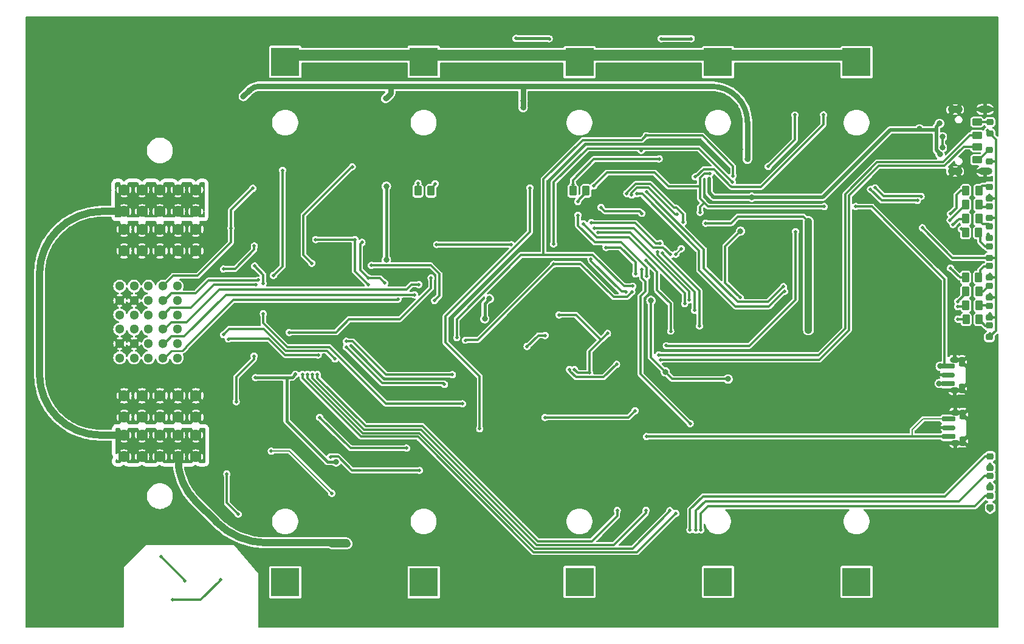
<source format=gbr>
%TF.GenerationSoftware,KiCad,Pcbnew,7.0.8-7.0.8~ubuntu23.04.1*%
%TF.CreationDate,2023-11-19T20:49:37+00:00*%
%TF.ProjectId,BATDATUNIT01,42415444-4154-4554-9e49-5430312e6b69,01A*%
%TF.SameCoordinates,Original*%
%TF.FileFunction,Copper,L1,Top*%
%TF.FilePolarity,Positive*%
%FSLAX46Y46*%
G04 Gerber Fmt 4.6, Leading zero omitted, Abs format (unit mm)*
G04 Created by KiCad (PCBNEW 7.0.8-7.0.8~ubuntu23.04.1) date 2023-11-19 20:49:37*
%MOMM*%
%LPD*%
G01*
G04 APERTURE LIST*
G04 Aperture macros list*
%AMRoundRect*
0 Rectangle with rounded corners*
0 $1 Rounding radius*
0 $2 $3 $4 $5 $6 $7 $8 $9 X,Y pos of 4 corners*
0 Add a 4 corners polygon primitive as box body*
4,1,4,$2,$3,$4,$5,$6,$7,$8,$9,$2,$3,0*
0 Add four circle primitives for the rounded corners*
1,1,$1+$1,$2,$3*
1,1,$1+$1,$4,$5*
1,1,$1+$1,$6,$7*
1,1,$1+$1,$8,$9*
0 Add four rect primitives between the rounded corners*
20,1,$1+$1,$2,$3,$4,$5,0*
20,1,$1+$1,$4,$5,$6,$7,0*
20,1,$1+$1,$6,$7,$8,$9,0*
20,1,$1+$1,$8,$9,$2,$3,0*%
G04 Aperture macros list end*
%TA.AperFunction,SMDPad,CuDef*%
%ADD10RoundRect,0.250000X0.450000X-0.262500X0.450000X0.262500X-0.450000X0.262500X-0.450000X-0.262500X0*%
%TD*%
%TA.AperFunction,ComponentPad*%
%ADD11R,4.000000X4.000000*%
%TD*%
%TA.AperFunction,SMDPad,CuDef*%
%ADD12RoundRect,0.250000X0.262500X0.450000X-0.262500X0.450000X-0.262500X-0.450000X0.262500X-0.450000X0*%
%TD*%
%TA.AperFunction,SMDPad,CuDef*%
%ADD13RoundRect,0.250000X-0.250000X0.200000X-0.250000X-0.200000X0.250000X-0.200000X0.250000X0.200000X0*%
%TD*%
%TA.AperFunction,SMDPad,CuDef*%
%ADD14RoundRect,0.250000X-0.262500X-0.450000X0.262500X-0.450000X0.262500X0.450000X-0.262500X0.450000X0*%
%TD*%
%TA.AperFunction,ComponentPad*%
%ADD15C,6.000000*%
%TD*%
%TA.AperFunction,SMDPad,CuDef*%
%ADD16RoundRect,0.187500X0.712500X-0.187500X0.712500X0.187500X-0.712500X0.187500X-0.712500X-0.187500X0*%
%TD*%
%TA.AperFunction,SMDPad,CuDef*%
%ADD17RoundRect,0.150000X0.750000X-0.150000X0.750000X0.150000X-0.750000X0.150000X-0.750000X-0.150000X0*%
%TD*%
%TA.AperFunction,ComponentPad*%
%ADD18O,1.300000X0.900000*%
%TD*%
%TA.AperFunction,SMDPad,CuDef*%
%ADD19RoundRect,0.225000X0.225000X-0.425000X0.225000X0.425000X-0.225000X0.425000X-0.225000X-0.425000X0*%
%TD*%
%TA.AperFunction,SMDPad,CuDef*%
%ADD20RoundRect,0.250000X-0.450000X0.262500X-0.450000X-0.262500X0.450000X-0.262500X0.450000X0.262500X0*%
%TD*%
%TA.AperFunction,ComponentPad*%
%ADD21C,1.300000*%
%TD*%
%TA.AperFunction,ComponentPad*%
%ADD22C,1.620000*%
%TD*%
%TA.AperFunction,ComponentPad*%
%ADD23O,2.000000X1.000000*%
%TD*%
%TA.AperFunction,ComponentPad*%
%ADD24O,2.100000X1.050000*%
%TD*%
%TA.AperFunction,ViaPad*%
%ADD25C,0.800000*%
%TD*%
%TA.AperFunction,ViaPad*%
%ADD26C,0.500000*%
%TD*%
%TA.AperFunction,Conductor*%
%ADD27C,0.400000*%
%TD*%
%TA.AperFunction,Conductor*%
%ADD28C,0.300000*%
%TD*%
%TA.AperFunction,Conductor*%
%ADD29C,0.800000*%
%TD*%
%TA.AperFunction,Conductor*%
%ADD30C,1.000000*%
%TD*%
%TA.AperFunction,Conductor*%
%ADD31C,0.500000*%
%TD*%
%TA.AperFunction,Conductor*%
%ADD32C,0.200000*%
%TD*%
%TA.AperFunction,Conductor*%
%ADD33C,1.500000*%
%TD*%
%TA.AperFunction,Conductor*%
%ADD34C,0.250000*%
%TD*%
G04 APERTURE END LIST*
D10*
%TO.P,R14,1*%
%TO.N,Net-(D1-K)*%
X132886000Y65551000D03*
%TO.P,R14,2*%
%TO.N,/UART_TX_LED*%
X132886000Y67376000D03*
%TD*%
D11*
%TO.P,BT1,1+,+*%
%TO.N,Net-(BT1A-+)*%
X36486000Y6626000D03*
%TO.P,BT1,1-,-*%
%TO.N,Net-(BT1A--)*%
X36486000Y79226000D03*
%TO.P,BT1,2+,+*%
%TO.N,Net-(BT1B-+)*%
X55786000Y6626000D03*
%TO.P,BT1,2-,-*%
%TO.N,Net-(BT1A--)*%
X55786000Y79226000D03*
%TD*%
D12*
%TO.P,R58,1*%
%TO.N,Net-(D13-K)*%
X133111000Y57320388D03*
%TO.P,R58,2*%
%TO.N,/liion/F*%
X131286000Y57320388D03*
%TD*%
%TO.P,R54,1*%
%TO.N,Net-(D9-K)*%
X133148500Y45245388D03*
%TO.P,R54,2*%
%TO.N,/liion/B*%
X131323500Y45245388D03*
%TD*%
%TO.P,R60,1*%
%TO.N,Net-(D15-K)*%
X133111000Y61245388D03*
%TO.P,R60,2*%
%TO.N,/liion/H*%
X131286000Y61245388D03*
%TD*%
D13*
%TO.P,D2,1,K*%
%TO.N,Net-(D2-K)*%
X134661000Y70826000D03*
%TO.P,D2,2,A*%
%TO.N,+3.3V*%
X134661000Y69226000D03*
%TD*%
D14*
%TO.P,TH2,1*%
%TO.N,Net-(U13-TS)*%
X76573500Y61226000D03*
%TO.P,TH2,2*%
%TO.N,Net-(R51-Pad2)*%
X78398500Y61226000D03*
%TD*%
D15*
%TO.P,H2,1,1*%
%TO.N,GND*%
X131826000Y78486000D03*
%TD*%
D16*
%TO.P,SW4,1,1*%
%TO.N,EXT_DETECTION_CHARGER*%
X128836000Y34301000D03*
X128836000Y36751000D03*
D17*
%TO.P,SW4,2,2*%
%TO.N,GND*%
X128836000Y35526000D03*
D18*
%TO.P,SW4,GND,SHIELD*%
X129736000Y33401000D03*
D19*
X130786000Y33676000D03*
X130786000Y37376000D03*
D18*
X129736000Y37651000D03*
%TD*%
D12*
%TO.P,TH1,1*%
%TO.N,Net-(U12-REG25)*%
X56798500Y61226000D03*
%TO.P,TH1,2*%
%TO.N,Net-(U12-P6{slash}TS)*%
X54973500Y61226000D03*
%TD*%
%TO.P,R56,1*%
%TO.N,Net-(D11-K)*%
X133098500Y49145388D03*
%TO.P,R56,2*%
%TO.N,/liion/D*%
X131273500Y49145388D03*
%TD*%
D13*
%TO.P,D4,1,K*%
%TO.N,Net-(D4-K)*%
X134711000Y18651000D03*
%TO.P,D4,2,A*%
%TO.N,+3.3V*%
X134711000Y17051000D03*
%TD*%
%TO.P,D11,1,K*%
%TO.N,Net-(D11-K)*%
X134611000Y50728041D03*
%TO.P,D11,2,A*%
%TO.N,+3.3V*%
X134611000Y49128041D03*
%TD*%
D15*
%TO.P,H1,1,1*%
%TO.N,GND*%
X9906000Y78486000D03*
%TD*%
D11*
%TO.P,BT2,1+,+*%
%TO.N,Net-(BT2A-+)*%
X77486000Y6676000D03*
%TO.P,BT2,1-,-*%
%TO.N,Net-(BT1A--)*%
X77486000Y79176000D03*
%TO.P,BT2,2+,+*%
%TO.N,Net-(BT2B-+)*%
X96786000Y6676000D03*
%TO.P,BT2,2-,-*%
%TO.N,Net-(BT1A--)*%
X96786000Y79176000D03*
%TO.P,BT2,3+,+*%
%TO.N,Net-(BT2C-+)*%
X116086000Y6676000D03*
%TO.P,BT2,3-,-*%
%TO.N,Net-(BT1A--)*%
X116086000Y79176000D03*
%TD*%
D13*
%TO.P,D15,1,K*%
%TO.N,Net-(D15-K)*%
X134611000Y61797430D03*
%TO.P,D15,2,A*%
%TO.N,+3.3V*%
X134611000Y60197430D03*
%TD*%
D20*
%TO.P,R18,1*%
%TO.N,Net-(D2-K)*%
X132886000Y70813500D03*
%TO.P,R18,2*%
%TO.N,/UART_RX_LED*%
X132886000Y68988500D03*
%TD*%
D13*
%TO.P,D1,1,K*%
%TO.N,Net-(D1-K)*%
X134561000Y66926000D03*
%TO.P,D1,2,A*%
%TO.N,+3.3V*%
X134561000Y65326000D03*
%TD*%
%TO.P,D3,1,K*%
%TO.N,Net-(D3-K)*%
X134711000Y24201000D03*
%TO.P,D3,2,A*%
%TO.N,+3.3V*%
X134711000Y22601000D03*
%TD*%
D15*
%TO.P,H4,1,1*%
%TO.N,GND*%
X131826000Y7366000D03*
%TD*%
D13*
%TO.P,D13,1,K*%
%TO.N,Net-(D13-K)*%
X134611000Y56262735D03*
%TO.P,D13,2,A*%
%TO.N,+3.3V*%
X134611000Y54662735D03*
%TD*%
D12*
%TO.P,R53,1*%
%TO.N,Net-(D8-K)*%
X133173500Y43295388D03*
%TO.P,R53,2*%
%TO.N,/liion/A*%
X131348500Y43295388D03*
%TD*%
%TO.P,R59,1*%
%TO.N,Net-(D14-K)*%
X133111000Y59295388D03*
%TO.P,R59,2*%
%TO.N,/liion/G*%
X131286000Y59295388D03*
%TD*%
D13*
%TO.P,D14,1,K*%
%TO.N,Net-(D14-K)*%
X134611000Y59030082D03*
%TO.P,D14,2,A*%
%TO.N,+3.3V*%
X134611000Y57430082D03*
%TD*%
%TO.P,D8,1,K*%
%TO.N,Net-(D8-K)*%
X134611000Y42426000D03*
%TO.P,D8,2,A*%
%TO.N,+3.3V*%
X134611000Y40826000D03*
%TD*%
%TO.P,D12,1,K*%
%TO.N,Net-(D12-K)*%
X134611000Y53495388D03*
%TO.P,D12,2,A*%
%TO.N,+3.3V*%
X134611000Y51895388D03*
%TD*%
%TO.P,D10,1,K*%
%TO.N,Net-(D10-K)*%
X134611000Y47960694D03*
%TO.P,D10,2,A*%
%TO.N,+3.3V*%
X134611000Y46360694D03*
%TD*%
D12*
%TO.P,R55,1*%
%TO.N,Net-(D10-K)*%
X133123500Y47195388D03*
%TO.P,R55,2*%
%TO.N,/liion/C*%
X131298500Y47195388D03*
%TD*%
D15*
%TO.P,H3,1,1*%
%TO.N,GND*%
X9906000Y7366000D03*
%TD*%
D13*
%TO.P,D5,1,K*%
%TO.N,Net-(D5-K)*%
X134711000Y21426000D03*
%TO.P,D5,2,A*%
%TO.N,+3.3V*%
X134711000Y19826000D03*
%TD*%
D12*
%TO.P,R57,1*%
%TO.N,Net-(D12-K)*%
X133098500Y55395388D03*
%TO.P,R57,2*%
%TO.N,/liion/E*%
X131273500Y55395388D03*
%TD*%
D21*
%TO.P,J4,A1*%
%TO.N,unconnected-(J4-PadA1)*%
X13436000Y37926000D03*
%TO.P,J4,A2*%
%TO.N,GND*%
X13436000Y39926000D03*
%TO.P,J4,A3*%
%TO.N,3v3_EXT*%
X13436000Y41926000D03*
%TO.P,J4,A4*%
%TO.N,5v_EXT*%
X13436000Y43926000D03*
%TO.P,J4,A5*%
%TO.N,GND*%
X13436000Y45926000D03*
%TO.P,J4,A6*%
%TO.N,unconnected-(J4-PadA6)*%
X13436000Y47926000D03*
%TO.P,J4,B1*%
%TO.N,unconnected-(J4-PadB1)*%
X15436000Y37926000D03*
%TO.P,J4,B2*%
%TO.N,GND*%
X15436000Y39926000D03*
%TO.P,J4,B3*%
%TO.N,3v3_EXT*%
X15436000Y41926000D03*
%TO.P,J4,B4*%
%TO.N,5v_EXT*%
X15436000Y43926000D03*
%TO.P,J4,B5*%
%TO.N,GND*%
X15436000Y45926000D03*
%TO.P,J4,B6*%
%TO.N,unconnected-(J4-PadB6)*%
X15436000Y47926000D03*
%TO.P,J4,C1*%
%TO.N,/SCL_OUT*%
X17436000Y37926000D03*
%TO.P,J4,C2*%
%TO.N,/SDA_OUT*%
X17436000Y39926000D03*
%TO.P,J4,C3*%
%TO.N,unconnected-(J4-PadC3)*%
X17436000Y41926000D03*
%TO.P,J4,C4*%
%TO.N,unconnected-(J4-PadC4)*%
X17436000Y43926000D03*
%TO.P,J4,C5*%
%TO.N,unconnected-(J4-PadC5)*%
X17436000Y45926000D03*
%TO.P,J4,C6*%
%TO.N,unconnected-(J4-PadC6)*%
X17436000Y47926000D03*
%TO.P,J4,D1*%
%TO.N,/SCLK_OUT*%
X19436000Y37926000D03*
%TO.P,J4,D2*%
%TO.N,/MISO_OUT*%
X19436000Y39926000D03*
%TO.P,J4,D3*%
%TO.N,/MOSI_OUT*%
X19436000Y41926000D03*
%TO.P,J4,D4*%
%TO.N,/EXT_A0*%
X19436000Y43926000D03*
%TO.P,J4,D5*%
%TO.N,/EXT_A1*%
X19436000Y45926000D03*
%TO.P,J4,D6*%
%TO.N,/EXT_DETECTION*%
X19436000Y47926000D03*
%TO.P,J4,E1*%
%TO.N,/EXT_C0*%
X21436000Y37926000D03*
%TO.P,J4,E2*%
%TO.N,/EXT_C1*%
X21436000Y39926000D03*
%TO.P,J4,E3*%
%TO.N,/EXT_TX*%
X21436000Y41926000D03*
%TO.P,J4,E4*%
%TO.N,/EXT_RX*%
X21436000Y43926000D03*
%TO.P,J4,E5*%
%TO.N,/EXT_B0*%
X21436000Y45926000D03*
%TO.P,J4,E6*%
%TO.N,/EXT_B1*%
X21436000Y47926000D03*
D22*
%TO.P,J4,P1*%
%TO.N,+BATT*%
X24036000Y27146000D03*
X21536000Y27146000D03*
X19036000Y27146000D03*
X16536000Y27146000D03*
X14036000Y27146000D03*
X24036000Y24146000D03*
X21536000Y24146000D03*
X19036000Y24146000D03*
X16536000Y24146000D03*
X14036000Y24146000D03*
%TO.P,J4,P2*%
%TO.N,GND*%
X24036000Y32646000D03*
X21536000Y32646000D03*
X19036000Y32646000D03*
X16536000Y32646000D03*
X14036000Y32646000D03*
X24036000Y29646000D03*
X21536000Y29646000D03*
X19036000Y29646000D03*
X16536000Y29646000D03*
X14036000Y29646000D03*
%TO.P,J4,P3*%
X24036000Y55856000D03*
X21536000Y55856000D03*
X19036000Y55856000D03*
X16536000Y55856000D03*
X14036000Y55856000D03*
X24036000Y52856000D03*
X21536000Y52856000D03*
X19036000Y52856000D03*
X16536000Y52856000D03*
X14036000Y52856000D03*
%TO.P,J4,P4*%
%TO.N,+BATT*%
X24036000Y61356000D03*
X21536000Y61356000D03*
X19036000Y61356000D03*
X16536000Y61356000D03*
X14036000Y61356000D03*
X24036000Y58356000D03*
X21536000Y58356000D03*
X19036000Y58356000D03*
X16536000Y58356000D03*
X14036000Y58356000D03*
%TD*%
D16*
%TO.P,SW1,1,1*%
%TO.N,/BTN_USER_A*%
X128936000Y26951000D03*
X128936000Y29401000D03*
D17*
%TO.P,SW1,2,2*%
%TO.N,GND*%
X128936000Y28176000D03*
D18*
%TO.P,SW1,GND,SHIELD*%
X129836000Y26051000D03*
D19*
X130886000Y26326000D03*
X130886000Y30026000D03*
D18*
X129836000Y30301000D03*
%TD*%
D13*
%TO.P,D9,1,K*%
%TO.N,Net-(D9-K)*%
X134611000Y45193347D03*
%TO.P,D9,2,A*%
%TO.N,+3.3V*%
X134611000Y43593347D03*
%TD*%
D23*
%TO.P,J1,G1,SHIELD*%
%TO.N,GND*%
X133998500Y72576000D03*
%TO.P,J1,G2,SHIELD*%
X133998500Y63936000D03*
D24*
%TO.P,J1,G3,SHIELD*%
X129818500Y72576000D03*
%TO.P,J1,G4,SHIELD*%
X129818500Y63936000D03*
%TD*%
D25*
%TO.N,GND*%
X48248400Y7591000D03*
D26*
X27736000Y12526000D03*
D25*
X52414000Y18182800D03*
D26*
X43986000Y57126000D03*
X64711000Y39976000D03*
D25*
X118809600Y22653200D03*
X104386000Y48276000D03*
D26*
X127311000Y28201000D03*
X32536000Y51926000D03*
D25*
X126048600Y57959200D03*
X120130400Y62988400D03*
D26*
X26336000Y50326000D03*
D25*
X64656800Y56790800D03*
D26*
X56486000Y24226000D03*
D25*
X36600000Y68000000D03*
X38418600Y59584800D03*
D26*
X89086000Y47426000D03*
X46386000Y13992118D03*
X44681263Y28200000D03*
X84886000Y9726000D03*
D25*
X80963600Y51939400D03*
X112180200Y50288400D03*
D26*
X131611000Y66726000D03*
X51486000Y48226000D03*
X37286000Y54876000D03*
D25*
X78449000Y28317400D03*
X40882400Y51990200D03*
X70486000Y70326000D03*
D26*
X38236000Y45076000D03*
D25*
X54186000Y43726000D03*
X44986000Y59726000D03*
D26*
X71561000Y62576000D03*
D25*
X57240000Y29562000D03*
D26*
X46375223Y15698638D03*
D25*
X125566000Y28063400D03*
X40628400Y27631600D03*
D26*
X81086000Y42726000D03*
X85736000Y48051000D03*
X40486000Y23100000D03*
X115986000Y51501000D03*
D25*
X116218800Y29968400D03*
X96330600Y53844400D03*
D26*
X40386000Y20276000D03*
D25*
X111519800Y64944200D03*
X18650000Y69800000D03*
X49162800Y23872400D03*
D26*
X84186000Y9726000D03*
D25*
X103747400Y22627800D03*
D26*
X95086000Y48326000D03*
D25*
X71972000Y34819800D03*
X62066000Y32940200D03*
X40603000Y63699600D03*
X68390600Y7413200D03*
D26*
X35850000Y45200000D03*
D25*
X69914600Y66646000D03*
X71006800Y53590400D03*
D26*
X82386000Y47215000D03*
X92586000Y53276000D03*
X47636000Y13476000D03*
D25*
X89345600Y64207600D03*
X104026800Y31873400D03*
X30112800Y18182800D03*
D26*
X72961000Y65276000D03*
X86786000Y9726000D03*
D25*
X53286000Y67726000D03*
X85383200Y13433000D03*
D26*
X86186000Y9726000D03*
X37036000Y51926000D03*
D25*
X32186000Y64626000D03*
D26*
X125986000Y65901000D03*
D25*
X120257400Y37512200D03*
X116586000Y55026000D03*
X55186000Y55326000D03*
X76366200Y53895200D03*
X47080000Y63471000D03*
D26*
X84986000Y42326000D03*
D25*
X66486000Y71066000D03*
X102706000Y76247200D03*
X53176000Y39163200D03*
D26*
X118361000Y48451000D03*
X87986000Y56776000D03*
D25*
X56186000Y44826000D03*
X70448000Y30578000D03*
D26*
X47586000Y15676000D03*
D25*
X92336000Y32476000D03*
D26*
X41936000Y40376000D03*
D25*
X112129400Y43913000D03*
X83376600Y14652200D03*
X119836000Y67151000D03*
X111977000Y56714600D03*
X31306600Y21459400D03*
X119698600Y75078800D03*
X54011000Y64401000D03*
D26*
X40186000Y57126000D03*
D25*
X62586000Y43126000D03*
D26*
X45486000Y32826000D03*
D25*
X46836000Y70761000D03*
X59186000Y68326000D03*
X30773200Y26945800D03*
D26*
X61685000Y28368200D03*
X80311000Y37526000D03*
X71565600Y58949800D03*
D25*
X40577600Y44471800D03*
X26289988Y70909000D03*
D26*
X127648500Y71576000D03*
D25*
X48223000Y31009800D03*
X48886000Y55476000D03*
X44133600Y49856600D03*
X68949400Y49069200D03*
X33786000Y73126000D03*
X52686000Y41876000D03*
D26*
X78886000Y66076000D03*
D25*
X83021000Y32356000D03*
X75350200Y48713600D03*
X47786000Y41426000D03*
D26*
X59729200Y26285400D03*
D25*
X41923800Y15846000D03*
X37336000Y42926000D03*
X43981200Y35327800D03*
D26*
X74686000Y58626000D03*
X34836000Y56176000D03*
X24036000Y12301000D03*
D25*
X77886000Y39826000D03*
X78068000Y48916800D03*
X96178200Y51380600D03*
X99886500Y67026000D03*
D26*
X52986000Y24126000D03*
D25*
X104433200Y53361800D03*
D26*
X120986000Y51251000D03*
D25*
X73089600Y45995800D03*
X62751800Y62836000D03*
D26*
X85486000Y9726000D03*
D25*
X37504200Y62175600D03*
D26*
X74561000Y62176000D03*
X125986000Y63901000D03*
D25*
X22866000Y75826000D03*
X74893000Y20799000D03*
X45986000Y24526000D03*
D26*
X75236000Y42426000D03*
X97911000Y61251000D03*
D25*
X33636000Y39576000D03*
X83605200Y51406000D03*
X106719200Y62785200D03*
X58891000Y19656000D03*
X118036000Y68876000D03*
D26*
X131136000Y69226000D03*
X96361000Y63126000D03*
D25*
X57494000Y73377000D03*
D26*
%TO.N,/DTR*%
X57586000Y53726000D03*
X67986000Y53726000D03*
D25*
%TO.N,3v3_SD*%
X89436500Y35976000D03*
X87435500Y45920872D03*
X98186000Y34976000D03*
%TO.N,+VSW*%
X69636000Y73786000D03*
X69636000Y72836000D03*
X31486000Y75256000D03*
X30661000Y74381000D03*
X51186000Y74806000D03*
X100886000Y65626000D03*
X50486000Y74106000D03*
D26*
%TO.N,/LED_U1*%
X40985503Y35626000D03*
X82736000Y16651000D03*
D25*
%TO.N,+BATT*%
X109386000Y41826000D03*
X42965196Y12006000D03*
X44032000Y12006000D03*
D26*
X95086000Y56701182D03*
D25*
X109386000Y55726000D03*
X45124202Y12005996D03*
X109386000Y43046000D03*
D26*
X84749406Y60638288D03*
D25*
X109386000Y56926000D03*
D26*
X91086000Y57926000D03*
%TO.N,Net-(D6-K)*%
X118034051Y61427949D03*
X124561000Y59876000D03*
%TO.N,Net-(D7-K)*%
X125086000Y60450500D03*
X118699020Y61645021D03*
D25*
%TO.N,/D+*%
X128048500Y67256500D03*
X128048500Y68755500D03*
D26*
%TO.N,SCL_I2C*%
X73877000Y53816994D03*
X86085739Y66850000D03*
X61591000Y40381000D03*
X73886000Y51000000D03*
X29936007Y16125993D03*
X84786000Y47126000D03*
X28361000Y21726000D03*
X98808027Y62462098D03*
%TO.N,SDA_I2C*%
X19232447Y10229553D03*
X98900000Y63319000D03*
X86786000Y68926000D03*
X60386000Y40726000D03*
X84886000Y47926000D03*
X22509750Y6852250D03*
%TO.N,/LED_U3*%
X90086000Y16626000D03*
X39586000Y35626000D03*
%TO.N,/LED_U2*%
X86752666Y16659334D03*
X40286000Y35626000D03*
%TO.N,/buzzer*%
X90936000Y16226000D03*
X38886572Y35615765D03*
%TO.N,/mode*%
X86825779Y49283761D03*
X77286000Y57825000D03*
%TO.N,/liion/A*%
X130211000Y43320388D03*
%TO.N,/liion/B*%
X130161000Y45070388D03*
%TO.N,/liion/C*%
X130186000Y45795388D03*
%TO.N,/liion/D*%
X129186000Y50426000D03*
%TO.N,/liion/E*%
X130711000Y55895388D03*
%TO.N,/liion/P2*%
X86859911Y61076000D03*
X105918188Y47873647D03*
%TO.N,/liion/P1*%
X106098500Y47197784D03*
X85486500Y60793572D03*
D25*
%TO.N,VBUS*%
X127648500Y70626000D03*
D26*
X95605688Y60963516D03*
X107586000Y55526000D03*
X95538819Y62924938D03*
D25*
X127715061Y66314256D03*
D26*
X89586500Y39626000D03*
D25*
X124848692Y69863308D03*
X101486000Y60326000D03*
D26*
X107586000Y60326012D03*
%TO.N,/liion/CH_PG*%
X111486000Y71826000D03*
X93611682Y63176500D03*
%TO.N,EXT_PWR_3v3_EN*%
X40186000Y51126000D03*
X45824530Y64576000D03*
%TO.N,EXT_PWR_5v_EN*%
X36136000Y64076000D03*
X34849589Y49414589D03*
%TO.N,/BTN_USER_A*%
X61186000Y31526000D03*
X86836000Y26951000D03*
X33436000Y44076000D03*
%TO.N,/BTN_USER_B*%
X27899000Y50326000D03*
X32186000Y53526000D03*
%TO.N,USB_FTDI_D-*%
X91665456Y53155456D03*
X90888344Y52378344D03*
%TO.N,/CS_SD*%
X88700000Y53900000D03*
X79114370Y56785630D03*
%TO.N,/liion/CH_STAT*%
X107511000Y71801000D03*
X103786000Y64626000D03*
%TO.N,/UART_TX_LED*%
X82661000Y37026000D03*
X76086997Y36300000D03*
X88787107Y37673122D03*
%TO.N,/UART_RX_LED*%
X88536000Y38326000D03*
%TO.N,Net-(U12-REG25)*%
X57386000Y62226000D03*
%TO.N,3v3_SD_CTRL*%
X85236500Y30551000D03*
X41286000Y29626000D03*
X72661000Y29626000D03*
X53386000Y25326000D03*
%TO.N,/EXT_DETECTION*%
X28936000Y56026000D03*
X31986000Y61576000D03*
%TO.N,+3.3V*%
X134661000Y44045388D03*
D25*
X64286000Y43376000D03*
D26*
X73261000Y82426000D03*
X134586000Y60620388D03*
X134386000Y55120388D03*
X134636000Y49570388D03*
D25*
X50586000Y61870806D03*
D26*
X93061000Y82451000D03*
X134686000Y23051000D03*
D25*
X64936000Y46176000D03*
D26*
X134686000Y20326000D03*
X78886000Y35826000D03*
D25*
X43566000Y23406000D03*
D26*
X20784750Y4154750D03*
X37911000Y35651000D03*
X134686000Y16651000D03*
X81386000Y41326000D03*
X68636000Y82476000D03*
X85286000Y49626000D03*
X81186000Y53326000D03*
X134636000Y46820388D03*
D25*
X50586000Y51575500D03*
D26*
X74636000Y43926000D03*
X76786500Y36300000D03*
X125261000Y56076000D03*
X88886000Y82451000D03*
X134361000Y69626000D03*
X27459750Y6979750D03*
X32336000Y35176000D03*
X134661000Y41270388D03*
%TO.N,/SDA_USB*%
X70186000Y39506000D03*
X72686000Y41055500D03*
%TO.N,Net-(JP8-B)*%
X42986000Y19026000D03*
X34536000Y24926000D03*
%TO.N,Net-(D3-K)*%
X92886000Y13926000D03*
%TO.N,/liion/F*%
X129536000Y56514589D03*
%TO.N,/liion/G*%
X129122411Y57114589D03*
%TO.N,/liion/H*%
X129161000Y58001000D03*
%TO.N,Net-(JP9-C)*%
X91936000Y56876000D03*
X84080522Y60842978D03*
%TO.N,Net-(JP1-C)*%
X83984066Y47126500D03*
X79087089Y51676500D03*
%TO.N,Net-(U1-KVBUS)*%
X99886000Y46326000D03*
D25*
X99911000Y55601000D03*
D26*
%TO.N,Net-(D4-K)*%
X94409342Y13926814D03*
%TO.N,Net-(D5-K)*%
X93710264Y13902442D03*
%TO.N,Net-(U13-TS)*%
X76569404Y62124800D03*
X88586000Y65676000D03*
%TO.N,Net-(R51-Pad2)*%
X77236000Y59726000D03*
%TO.N,Net-(U12-P6{slash}TS)*%
X54973500Y62273500D03*
%TO.N,/EXT_DETECTION_MCU*%
X32236000Y50726000D03*
X33436000Y48326000D03*
%TO.N,Net-(U11-INTA)*%
X42786000Y24126000D03*
X55186000Y22226000D03*
%TO.N,/USB_RXD*%
X44981000Y39431000D03*
X58686000Y34226000D03*
%TO.N,/CDAT1*%
X93536000Y44547307D03*
X88350000Y52700500D03*
%TO.N,/CDAT0*%
X89028432Y52526500D03*
X94186000Y42376000D03*
%TO.N,/CDAT3*%
X92906000Y28756000D03*
X86186000Y50226000D03*
%TO.N,/CDAT2*%
X86712089Y51552089D03*
X90186000Y41650000D03*
%TO.N,/USB_TXD*%
X44986000Y40231000D03*
X59786000Y35576000D03*
%TO.N,/RST#_P*%
X48085962Y48126038D03*
X46186000Y54426000D03*
X40736000Y54426000D03*
%TO.N,/SCLK_MCU*%
X50355500Y48376500D03*
X47186000Y54026000D03*
X48086000Y49045272D03*
%TO.N,/MISO_MCU*%
X48494500Y50826000D03*
X57286000Y45926000D03*
%TO.N,/SPI_MUX_SEL*%
X56820020Y49075500D03*
X37036000Y41476000D03*
%TO.N,/MOSI_SD*%
X92136000Y45476000D03*
X78037971Y56625500D03*
%TO.N,/MISO_SD*%
X90136509Y52326000D03*
X79536000Y56026000D03*
%TO.N,/SCLK_SD*%
X92786000Y46026000D03*
X80086000Y55426000D03*
%TO.N,/SCLK_OUT*%
X52235360Y46126500D03*
%TO.N,/MISO_OUT*%
X54486000Y46726000D03*
%TO.N,/MOSI_OUT*%
X55097661Y48162161D03*
%TO.N,/EXT_A0*%
X32386000Y48126000D03*
%TO.N,/EXT_A1*%
X32769397Y48771395D03*
%TO.N,/EXT_TX*%
X41086000Y38326000D03*
X28586000Y40555500D03*
%TO.N,/EXT_RX*%
X43436000Y37776000D03*
X27886000Y41155000D03*
%TO.N,/EXT_I2C_EN*%
X32136000Y38176000D03*
X29661000Y31826000D03*
%TO.N,Net-(Q5-S)*%
X80486000Y58926000D03*
X86186000Y58076000D03*
%TO.N,EXT_DETECTION_CHARGER*%
X63586000Y28026000D03*
X79462089Y61902089D03*
X94286000Y58226000D03*
X95650466Y63615471D03*
D25*
X127750000Y36750000D03*
X127600000Y34350000D03*
D26*
X115986000Y59026000D03*
X70586000Y61626000D03*
X111586000Y59026000D03*
%TD*%
D27*
%TO.N,GND*%
X127311000Y28201000D02*
X127336000Y28176000D01*
X128936000Y28176000D02*
X127311000Y28201000D01*
X128801000Y35576000D02*
X127211000Y35576000D01*
D28*
%TO.N,Net-(D13-K)*%
X133668600Y56562200D02*
X133311000Y56919800D01*
X134492147Y56562200D02*
X133668600Y56562200D01*
X133311000Y56919800D02*
X133311000Y57113500D01*
X134811000Y56243347D02*
X134492147Y56562200D01*
%TO.N,/DTR*%
X67986000Y53726000D02*
X57586000Y53726000D01*
%TO.N,3v3_SD*%
X87435500Y37977000D02*
X87435500Y45920872D01*
X89436500Y35976000D02*
X87435500Y37977000D01*
X90436500Y34976000D02*
X98186000Y34976000D01*
X89436500Y35976000D02*
X90436500Y34976000D01*
D29*
%TO.N,+VSW*%
X51186000Y74806000D02*
X51186000Y75806000D01*
X51186000Y74806000D02*
X50486000Y74106000D01*
X100886000Y65626000D02*
X100886000Y70806000D01*
X31486000Y75256000D02*
X31536000Y75256000D01*
X95886000Y75806000D02*
X51186000Y75806000D01*
X69636000Y73786000D02*
X69636000Y72836000D01*
X30661000Y74431000D02*
X31486000Y75256000D01*
X32863814Y75806000D02*
X51186000Y75806000D01*
X69636000Y73786000D02*
X69636000Y75816000D01*
X32863814Y75805992D02*
G75*
G03*
X31536001Y75255999I-14J-1877792D01*
G01*
X100886000Y70806000D02*
G75*
G03*
X95886000Y75806000I-5000000J0D01*
G01*
D28*
%TO.N,/LED_U1*%
X79186000Y12326000D02*
X71693106Y12326000D01*
X71693106Y12326000D02*
X55593106Y28426000D01*
X40985503Y35126497D02*
X40985503Y35626000D01*
X47686000Y28426000D02*
X40985503Y35126497D01*
X55593106Y28426000D02*
X47686000Y28426000D01*
X82736000Y16651000D02*
X82736000Y15876000D01*
X82736000Y15876000D02*
X79186000Y12326000D01*
%TO.N,+BATT*%
X85520399Y61676000D02*
X84749406Y60905007D01*
D30*
X109386000Y41826000D02*
X109386000Y43046000D01*
X42965196Y12006000D02*
X44032000Y12006000D01*
D28*
X90858440Y57926000D02*
X87108440Y61676000D01*
X95086000Y56701182D02*
X98611182Y56701182D01*
D30*
X33886000Y12126000D02*
X45004198Y12126000D01*
X24043477Y17886878D02*
X26858487Y15071868D01*
X45124198Y12006000D02*
X45124202Y12005996D01*
X45004198Y12126000D02*
X45124202Y12005996D01*
X11028893Y58356000D02*
X14266000Y58356000D01*
X44032000Y12006000D02*
X45124198Y12006000D01*
D28*
X108686000Y57626000D02*
X109386000Y56926000D01*
X84749406Y60905007D02*
X84749406Y60638288D01*
D30*
X109386000Y56926000D02*
X109386000Y43046000D01*
D28*
X99536000Y57626000D02*
X108686000Y57626000D01*
D30*
X2266000Y35563305D02*
X2266000Y49706418D01*
D28*
X87108440Y61676000D02*
X85520399Y61676000D01*
X98611182Y56701182D02*
X99536000Y57626000D01*
X91086000Y57926000D02*
X90858440Y57926000D01*
D30*
X14266000Y27146000D02*
X10783191Y27146000D01*
X4710694Y29661322D02*
G75*
G03*
X10783191Y27146000I6072506J6072478D01*
G01*
X2266012Y35563305D02*
G75*
G03*
X4710686Y29661314I8346688J-5D01*
G01*
X26858495Y15068861D02*
G75*
G03*
X33886000Y12126000I7105305J7105139D01*
G01*
X21549431Y23907911D02*
G75*
G03*
X24043477Y17886878I8515209J129D01*
G01*
X11028893Y58356006D02*
G75*
G03*
X4775934Y55765934I7J-8843006D01*
G01*
X4775953Y55765915D02*
G75*
G03*
X2266000Y49706418I6059447J-6059515D01*
G01*
D28*
%TO.N,Net-(D6-K)*%
X119586000Y59876000D02*
X124561000Y59876000D01*
X118034051Y61427949D02*
X119586000Y59876000D01*
%TO.N,Net-(D7-K)*%
X119868041Y60476000D02*
X125060500Y60476000D01*
X118699020Y61645021D02*
X119868041Y60476000D01*
X125060500Y60476000D02*
X125086000Y60450500D01*
%TO.N,Net-(D8-K)*%
X133373500Y43038500D02*
X133373500Y43276000D01*
X134005388Y42406612D02*
X133373500Y43038500D01*
X134811000Y42406612D02*
X134005388Y42406612D01*
%TO.N,Net-(D9-K)*%
X133348500Y45226000D02*
X134758959Y45226000D01*
X134758959Y45226000D02*
X134811000Y45173959D01*
%TO.N,Net-(D10-K)*%
X134811000Y47941306D02*
X134521906Y47941306D01*
X133756600Y47176000D02*
X133323500Y47176000D01*
X134521906Y47941306D02*
X133756600Y47176000D01*
%TO.N,/D+*%
X128048500Y67256500D02*
X128048500Y68755500D01*
%TO.N,SCL_I2C*%
X86085739Y66850000D02*
X86085739Y67114261D01*
X94144125Y67126000D02*
X98808027Y62462098D01*
X86074000Y66861739D02*
X86074000Y67126000D01*
X82235800Y46400000D02*
X77635800Y51000000D01*
X86085739Y66850000D02*
X86074000Y66861739D01*
X84786000Y47126000D02*
X84786000Y47079905D01*
X86074000Y67126000D02*
X94144125Y67126000D01*
X73877000Y62417000D02*
X73877000Y53816994D01*
X86085739Y67114261D02*
X86074000Y67126000D01*
X86074000Y67126000D02*
X78586000Y67126000D01*
X78586000Y67126000D02*
X73877000Y62417000D01*
X28361000Y21726000D02*
X28361000Y17701000D01*
X63312000Y40426000D02*
X73886000Y51000000D01*
X84786000Y47079905D02*
X84106095Y46400000D01*
X77635800Y51000000D02*
X73886000Y51000000D01*
X61636000Y40426000D02*
X63312000Y40426000D01*
X84106095Y46400000D02*
X82235800Y46400000D01*
X28361000Y17701000D02*
X29936007Y16125993D01*
X61591000Y40381000D02*
X61636000Y40426000D01*
%TO.N,SDA_I2C*%
X98900000Y64612000D02*
X94586000Y68926000D01*
X19232447Y10179553D02*
X22509750Y6902250D01*
X69336000Y52276000D02*
X72486000Y52276000D01*
X77986000Y68326000D02*
X72486000Y62826000D01*
X60386000Y40726000D02*
X60386000Y43326000D01*
X79336000Y52276000D02*
X72486000Y52276000D01*
X94586000Y68926000D02*
X86786000Y68926000D01*
X83686000Y47926000D02*
X79336000Y52276000D01*
X60386000Y43326000D02*
X69336000Y52276000D01*
X86186000Y68326000D02*
X77986000Y68326000D01*
X84886000Y47926000D02*
X83686000Y47926000D01*
X22509750Y6902250D02*
X22509750Y6852250D01*
X98900000Y63319000D02*
X98900000Y64612000D01*
X72486000Y62826000D02*
X72486000Y52276000D01*
X19232447Y10229553D02*
X19232447Y10179553D01*
X86786000Y68926000D02*
X86186000Y68326000D01*
%TO.N,/LED_U3*%
X84886000Y11326000D02*
X71278893Y11326000D01*
X39586000Y35111788D02*
X39586000Y35626000D01*
X90086000Y16526000D02*
X84886000Y11326000D01*
X47271788Y27426000D02*
X39586000Y35111788D01*
X90086000Y16626000D02*
X90086000Y16526000D01*
X71278893Y11326000D02*
X55178894Y27426000D01*
X55178894Y27426000D02*
X47271788Y27426000D01*
%TO.N,/LED_U2*%
X40286000Y35118894D02*
X40286000Y35626000D01*
X82261000Y11826000D02*
X71486000Y11826000D01*
X71486000Y11826000D02*
X55386000Y27926000D01*
X47478894Y27926000D02*
X40286000Y35118894D01*
X55386000Y27926000D02*
X47478894Y27926000D01*
X86752666Y16317666D02*
X82261000Y11826000D01*
X86752666Y16659334D02*
X86752666Y16317666D01*
%TO.N,/buzzer*%
X90936000Y16226000D02*
X90886000Y16226000D01*
X85486000Y10826000D02*
X71071788Y10826000D01*
X54971788Y26926000D02*
X47064682Y26926000D01*
X90886000Y16226000D02*
X85486000Y10826000D01*
X38886572Y35104110D02*
X38886572Y35615765D01*
X47064682Y26926000D02*
X38886572Y35104110D01*
X71071788Y10826000D02*
X54971788Y26926000D01*
%TO.N,/mode*%
X83286000Y54026000D02*
X79636971Y54026000D01*
X86825779Y50486221D02*
X83286000Y54026000D01*
X79636971Y54026000D02*
X77286000Y56376971D01*
X77286000Y56376971D02*
X77286000Y57825000D01*
X86825779Y49283761D02*
X86825779Y50486221D01*
%TO.N,/liion/A*%
X130411000Y43301000D02*
X131523500Y43301000D01*
X131523500Y43301000D02*
X131548500Y43276000D01*
%TO.N,/liion/B*%
X131348500Y45051000D02*
X131523500Y45226000D01*
X130361000Y45051000D02*
X131348500Y45051000D01*
%TO.N,/liion/C*%
X130186000Y45795388D02*
X130186000Y45826000D01*
X131248500Y46888500D02*
X131498500Y46888500D01*
X130186000Y45826000D02*
X131248500Y46888500D01*
%TO.N,/liion/D*%
X129186000Y50426000D02*
X130486000Y49126000D01*
X130486000Y49126000D02*
X131473500Y49126000D01*
%TO.N,/liion/E*%
X130911000Y55876000D02*
X131411000Y55376000D01*
X131411000Y55376000D02*
X131473500Y55376000D01*
%TO.N,/liion/P2*%
X94836000Y50426000D02*
X94836000Y53076000D01*
X86859911Y61052089D02*
X86859911Y61076000D01*
X99536000Y45726000D02*
X94836000Y50426000D01*
X103736000Y45726000D02*
X99536000Y45726000D01*
X105918188Y47873647D02*
X105883647Y47873647D01*
X105883647Y47873647D02*
X103736000Y45726000D01*
X94836000Y53076000D02*
X86859911Y61052089D01*
%TO.N,/liion/P1*%
X94161000Y52876000D02*
X94161000Y50176000D01*
X94161000Y50176000D02*
X99236000Y45101000D01*
X105957784Y47197784D02*
X106098500Y47197784D01*
X85486500Y60793572D02*
X86243428Y60793572D01*
X99236000Y45101000D02*
X103861000Y45101000D01*
X86243428Y60793572D02*
X94161000Y52876000D01*
X103861000Y45101000D02*
X105957784Y47197784D01*
%TO.N,VBUS*%
X107586000Y55526000D02*
X107586000Y46051000D01*
D31*
X127198500Y66904418D02*
X127198500Y70176000D01*
X96186000Y60326000D02*
X101486000Y60326000D01*
X120794218Y69734218D02*
X111386000Y60326000D01*
D28*
X101136000Y39601000D02*
X89611500Y39601000D01*
D31*
X127696418Y66332899D02*
X127696418Y66406500D01*
X127198500Y70176000D02*
X127648500Y70626000D01*
D28*
X107586000Y46051000D02*
X101136000Y39601000D01*
D31*
X95538819Y62924938D02*
X95538819Y60973181D01*
X127715061Y66314256D02*
X127696418Y66332899D01*
X107586000Y60326000D02*
X107586000Y60326012D01*
X95538819Y60973181D02*
X96186000Y60326000D01*
X127040282Y69734218D02*
X120794218Y69734218D01*
X127696418Y66406500D02*
X127198500Y66904418D01*
D28*
X89611500Y39601000D02*
X89586500Y39626000D01*
D31*
X111386000Y60326000D02*
X101486000Y60326000D01*
D28*
%TO.N,/liion/CH_PG*%
X111486000Y70476000D02*
X111486000Y71826000D01*
X93611682Y63176500D02*
X93729394Y63176500D01*
X102758884Y61748884D02*
X111486000Y70476000D01*
X96195596Y64226000D02*
X98559498Y61862098D01*
X98681136Y61748884D02*
X102758884Y61748884D01*
X98567922Y61862098D02*
X98681136Y61748884D01*
X98559498Y61862098D02*
X98567922Y61862098D01*
X93729394Y63176500D02*
X94778894Y64226000D01*
X94778894Y64226000D02*
X96195596Y64226000D01*
%TO.N,EXT_PWR_3v3_EN*%
X45786000Y64576000D02*
X39036000Y57826000D01*
X45824530Y64576000D02*
X45786000Y64576000D01*
X39036000Y52276000D02*
X40186000Y51126000D01*
X39036000Y57826000D02*
X39036000Y52276000D01*
%TO.N,EXT_PWR_5v_EN*%
X36136000Y50701000D02*
X36136000Y64076000D01*
X34849589Y49414589D02*
X36136000Y50701000D01*
%TO.N,/BTN_USER_A*%
X42634529Y39426000D02*
X36786000Y39426000D01*
X33436000Y42776000D02*
X33436000Y44076000D01*
X50534529Y31526000D02*
X42634529Y39426000D01*
D32*
X128936000Y29401000D02*
X125336000Y29401000D01*
D28*
X128936000Y26951000D02*
X123836000Y26951000D01*
X36786000Y39426000D02*
X33436000Y42776000D01*
X123836000Y26951000D02*
X86836000Y26951000D01*
D32*
X123836000Y27901000D02*
X123836000Y26951000D01*
X125336000Y29401000D02*
X123836000Y27901000D01*
D28*
X61186000Y31526000D02*
X50534529Y31526000D01*
%TO.N,/BTN_USER_B*%
X29486000Y50326000D02*
X32186000Y53026000D01*
X32186000Y53026000D02*
X32186000Y53526000D01*
X27899000Y50326000D02*
X29486000Y50326000D01*
D32*
%TO.N,USB_FTDI_D-*%
X90888344Y52378344D02*
X91665456Y53155456D01*
D28*
%TO.N,/CS_SD*%
X88112000Y53900000D02*
X85262000Y56750000D01*
X88700000Y53900000D02*
X88112000Y53900000D01*
X85262000Y56750000D02*
X79150000Y56750000D01*
X79150000Y56750000D02*
X79114370Y56785630D01*
D33*
%TO.N,Net-(BT1A--)*%
X36486000Y80116000D02*
X116026000Y80116000D01*
X116026000Y80116000D02*
X116086000Y80056000D01*
D28*
%TO.N,Net-(D11-K)*%
X133868653Y50708653D02*
X133298500Y50138500D01*
X134811000Y50708653D02*
X133868653Y50708653D01*
X133298500Y50138500D02*
X133298500Y49126000D01*
%TO.N,Net-(D12-K)*%
X133298500Y55376000D02*
X133298500Y54138300D01*
X133960800Y53476000D02*
X134811000Y53476000D01*
X133298500Y54138300D02*
X133960800Y53476000D01*
%TO.N,/liion/CH_STAT*%
X107511000Y68351000D02*
X107511000Y71801000D01*
X103786000Y64626000D02*
X107511000Y68351000D01*
%TO.N,/UART_TX_LED*%
X88787107Y37673122D02*
X110883122Y37673122D01*
X119161000Y64701000D02*
X128336000Y64701000D01*
X76186500Y36051471D02*
X77011971Y35226000D01*
X82661000Y37051000D02*
X82661000Y37051000D01*
X77011971Y35226000D02*
X80861000Y35226000D01*
X115036000Y41826000D02*
X115036000Y60576000D01*
X82661000Y37026000D02*
X82661000Y37051000D01*
X76086997Y36300000D02*
X76186500Y36200497D01*
X110883122Y37673122D02*
X115036000Y41826000D01*
X115036000Y60576000D02*
X119161000Y64701000D01*
X76186500Y36200497D02*
X76186500Y36051471D01*
X80861000Y35226000D02*
X82661000Y37026000D01*
X128336000Y64701000D02*
X131011000Y67376000D01*
X131011000Y67376000D02*
X133111000Y67376000D01*
%TO.N,/UART_RX_LED*%
X88536000Y38326000D02*
X110828894Y38326000D01*
X118953894Y65201000D02*
X128128894Y65201000D01*
X114536000Y60783106D02*
X118953894Y65201000D01*
X128128894Y65201000D02*
X131916394Y68988500D01*
X114536000Y42033106D02*
X114536000Y60783106D01*
X131916394Y68988500D02*
X133111000Y68988500D01*
X110828894Y38326000D02*
X114536000Y42033106D01*
%TO.N,Net-(U12-REG25)*%
X57386000Y62086000D02*
X56798500Y61498500D01*
X56798500Y61498500D02*
X56798500Y61226000D01*
X57386000Y62226000D02*
X57386000Y62086000D01*
X56786000Y61238500D02*
X56798500Y61226000D01*
%TO.N,3v3_SD_CTRL*%
X53386000Y25326000D02*
X45586000Y25326000D01*
X85236500Y30551000D02*
X84311500Y29626000D01*
X45586000Y25326000D02*
X41286000Y29626000D01*
X84311500Y29626000D02*
X72661000Y29626000D01*
%TO.N,/EXT_DETECTION*%
X20886000Y49376000D02*
X24286000Y49376000D01*
X28936000Y58526000D02*
X28936000Y56026000D01*
X19436000Y47926000D02*
X20886000Y49376000D01*
X31986000Y61576000D02*
X28936000Y58526000D01*
X28936000Y54026000D02*
X28936000Y56026000D01*
X24286000Y49376000D02*
X28936000Y54026000D01*
%TO.N,+3.3V*%
X129461000Y51876000D02*
X125261000Y56076000D01*
X24684750Y4154750D02*
X20784750Y4154750D01*
X135486000Y57426000D02*
X135481918Y57430082D01*
X135486000Y68401000D02*
X135486000Y68324107D01*
X135453347Y43593347D02*
X134611000Y43593347D01*
X135486000Y51826000D02*
X135486000Y49126000D01*
X135416612Y51895388D02*
X134611000Y51895388D01*
X135483959Y49128041D02*
X134611000Y49128041D01*
D27*
X37436000Y35176000D02*
X37911000Y35651000D01*
D28*
X135486000Y65426000D02*
X135486000Y60226000D01*
X76786500Y36300000D02*
X77260500Y35826000D01*
X135486000Y49126000D02*
X135486000Y46426000D01*
X77260500Y35826000D02*
X78886000Y35826000D01*
X135420694Y46360694D02*
X134611000Y46360694D01*
X135457430Y60197430D02*
X134611000Y60197430D01*
X78886000Y38826000D02*
X80486000Y40426000D01*
D27*
X68636000Y82476000D02*
X73211000Y82476000D01*
D28*
X27459750Y6979750D02*
X27459750Y6929750D01*
X135486000Y65426000D02*
X135386000Y65326000D01*
X135486000Y46426000D02*
X135420694Y46360694D01*
X135486000Y43626000D02*
X135453347Y43593347D01*
D27*
X43566000Y23406000D02*
X42406000Y23406000D01*
X36686000Y29126000D02*
X36686000Y35176000D01*
X73211000Y82476000D02*
X73261000Y82426000D01*
D28*
X135486000Y57426000D02*
X135486000Y51826000D01*
D27*
X134795694Y57426000D02*
X134811000Y57410694D01*
D28*
X134661000Y69226000D02*
X135486000Y68401000D01*
D27*
X134776306Y46376000D02*
X134811000Y46341306D01*
D28*
X83186000Y53326000D02*
X81186000Y53326000D01*
X76986000Y43926000D02*
X80486000Y40426000D01*
D27*
X134793653Y49126000D02*
X134811000Y49108653D01*
X64286000Y45526000D02*
X64936000Y46176000D01*
D28*
X78886000Y35826000D02*
X78886000Y38826000D01*
X135481918Y57430082D02*
X134611000Y57430082D01*
X135486000Y49126000D02*
X135483959Y49128041D01*
X135486000Y51826000D02*
X135416612Y51895388D01*
X135486000Y43626000D02*
X135486000Y41777893D01*
X27459750Y6929750D02*
X24684750Y4154750D01*
X74636000Y43926000D02*
X76986000Y43926000D01*
X80486000Y40426000D02*
X81386000Y41326000D01*
X135486000Y60226000D02*
X135457430Y60197430D01*
X135486000Y68324107D02*
X135486000Y65426000D01*
D27*
X134763042Y60226000D02*
X134811000Y60178042D01*
X36686000Y35176000D02*
X37436000Y35176000D01*
X64286000Y43376000D02*
X64286000Y45526000D01*
D28*
X135486000Y60226000D02*
X135486000Y57426000D01*
D27*
X32336000Y35176000D02*
X36686000Y35176000D01*
D28*
X85286000Y51226000D02*
X83186000Y53326000D01*
D27*
X134793653Y54626000D02*
X134811000Y54643347D01*
X88886000Y82451000D02*
X93061000Y82451000D01*
D28*
X85286000Y49626000D02*
X85286000Y51226000D01*
X134811000Y51876000D02*
X129461000Y51876000D01*
X135386000Y65326000D02*
X134561000Y65326000D01*
D27*
X50586000Y51575500D02*
X50586000Y61870806D01*
X134758959Y43626000D02*
X134811000Y43573959D01*
D28*
X135486000Y46426000D02*
X135486000Y43626000D01*
D27*
X42406000Y23406000D02*
X36686000Y29126000D01*
D28*
X135486000Y41777893D02*
X135486000Y41701000D01*
X135486000Y41701000D02*
X134611000Y40826000D01*
D27*
X134791612Y40826000D02*
X134811000Y40806612D01*
D28*
%TO.N,/SDA_USB*%
X70186000Y39506000D02*
X71735500Y41055500D01*
X71735500Y41055500D02*
X72686000Y41055500D01*
D32*
%TO.N,Net-(JP8-B)*%
X34536000Y24926000D02*
X37086000Y24926000D01*
X37086000Y24926000D02*
X42986000Y19026000D01*
D28*
%TO.N,Net-(D1-K)*%
X134786000Y66926000D02*
X134486000Y66926000D01*
X134486000Y66926000D02*
X133111000Y65551000D01*
%TO.N,Net-(D2-K)*%
X133123500Y70826000D02*
X133111000Y70813500D01*
X134886000Y70826000D02*
X133123500Y70826000D01*
%TO.N,Net-(D3-K)*%
X94711000Y18601000D02*
X128411000Y18601000D01*
X92886000Y13926000D02*
X92886000Y16776000D01*
X128411000Y18601000D02*
X134011000Y24201000D01*
X92886000Y16776000D02*
X94711000Y18601000D01*
X134011000Y24201000D02*
X134886000Y24201000D01*
%TO.N,/liion/F*%
X130322411Y57301000D02*
X129536000Y56514589D01*
X131486000Y57301000D02*
X130322411Y57301000D01*
%TO.N,/liion/G*%
X129122411Y57114589D02*
X131283822Y59276000D01*
X131283822Y59276000D02*
X131486000Y59276000D01*
%TO.N,/liion/H*%
X129986000Y58826000D02*
X129986000Y60626000D01*
X129986000Y60626000D02*
X130586000Y61226000D01*
X130586000Y61226000D02*
X131486000Y61226000D01*
X129161000Y58001000D02*
X129986000Y58826000D01*
%TO.N,Net-(JP9-C)*%
X90686000Y58876000D02*
X90984529Y58876000D01*
X90984529Y58876000D02*
X91936000Y57924529D01*
X85313293Y62176000D02*
X87386000Y62176000D01*
X84080522Y60842978D02*
X84080522Y60943229D01*
X84080522Y60943229D02*
X85313293Y62176000D01*
X87386000Y62176000D02*
X90686000Y58876000D01*
X91936000Y57924529D02*
X91936000Y56876000D01*
%TO.N,Net-(JP1-C)*%
X83326500Y47200000D02*
X84000000Y47200000D01*
X79087089Y51676500D02*
X79087089Y51439411D01*
X84000000Y47142434D02*
X83984066Y47126500D01*
X84000000Y47200000D02*
X84000000Y47142434D01*
X79087089Y51439411D02*
X83326500Y47200000D01*
%TO.N,Net-(U1-KVBUS)*%
X97786000Y48426000D02*
X99886000Y46326000D01*
X97786000Y53476000D02*
X97786000Y48426000D01*
X99911000Y55601000D02*
X97786000Y53476000D01*
%TO.N,Net-(D4-K)*%
X94386000Y13950156D02*
X94386000Y16226000D01*
X94386000Y16226000D02*
X95386000Y17226000D01*
X95386000Y17226000D02*
X132586000Y17226000D01*
X94409342Y13926814D02*
X94386000Y13950156D01*
X132586000Y17226000D02*
X134011000Y18651000D01*
X134011000Y18651000D02*
X134886000Y18651000D01*
%TO.N,Net-(D5-K)*%
X93710264Y13902442D02*
X93710264Y16600264D01*
X95036000Y17926000D02*
X130386000Y17926000D01*
X93710264Y16600264D02*
X95036000Y17926000D01*
X130386000Y17926000D02*
X133886000Y21426000D01*
X133886000Y21426000D02*
X134886000Y21426000D01*
%TO.N,Net-(D14-K)*%
X134811000Y59010694D02*
X133576306Y59010694D01*
X133576306Y59010694D02*
X133311000Y59276000D01*
%TO.N,Net-(D15-K)*%
X133311000Y61651000D02*
X133586000Y61926000D01*
X133586000Y61926000D02*
X134663042Y61926000D01*
X133311000Y61226000D02*
X133311000Y61651000D01*
X134663042Y61926000D02*
X134811000Y61778042D01*
%TO.N,Net-(U13-TS)*%
X76573500Y61226000D02*
X76573500Y62120704D01*
X76573500Y62120704D02*
X76569404Y62124800D01*
X76569404Y62734404D02*
X76569404Y62124800D01*
X79511000Y65676000D02*
X76569404Y62734404D01*
X88586000Y65676000D02*
X79511000Y65676000D01*
%TO.N,Net-(R51-Pad2)*%
X78398500Y60998500D02*
X78398500Y61226000D01*
X77236000Y59836000D02*
X78398500Y60998500D01*
X77236000Y59726000D02*
X77236000Y59836000D01*
%TO.N,Net-(U12-P6{slash}TS)*%
X54973500Y62273500D02*
X54973500Y61226000D01*
%TO.N,/EXT_DETECTION_MCU*%
X32236000Y50726000D02*
X33436000Y49526000D01*
X33436000Y49526000D02*
X33436000Y48326000D01*
%TO.N,Net-(U11-INTA)*%
X42816000Y24156000D02*
X42786000Y24126000D01*
X43876661Y24156000D02*
X42816000Y24156000D01*
X55186000Y22226000D02*
X45806661Y22226000D01*
X45806661Y22226000D02*
X43876661Y24156000D01*
%TO.N,/USB_RXD*%
X44981000Y39431000D02*
X50036000Y34376000D01*
X50036000Y34376000D02*
X58536000Y34376000D01*
X58536000Y34376000D02*
X58686000Y34226000D01*
%TO.N,/CDAT1*%
X93536000Y47126000D02*
X88350000Y52312000D01*
X88350000Y52312000D02*
X88350000Y52700500D01*
X93536000Y44547307D02*
X93536000Y47126000D01*
%TO.N,/CDAT0*%
X89028432Y52480779D02*
X94200000Y47309211D01*
X94200000Y42390000D02*
X94186000Y42376000D01*
X89028432Y52526500D02*
X89028432Y52480779D01*
X94200000Y47309211D02*
X94200000Y42390000D01*
%TO.N,/CDAT3*%
X86186000Y50226000D02*
X86186000Y49075011D01*
X86686000Y47226000D02*
X85986000Y46526000D01*
X86186000Y49075011D02*
X86686000Y48575011D01*
X85986000Y46526000D02*
X85986000Y35676000D01*
X85986000Y35676000D02*
X92906000Y28756000D01*
X86686000Y48575011D02*
X86686000Y47226000D01*
%TO.N,/CDAT2*%
X88286000Y49951000D02*
X88286000Y47376000D01*
X90186000Y45476000D02*
X90186000Y41650000D01*
X86712089Y51552089D02*
X86712089Y51524911D01*
X88286000Y47376000D02*
X90186000Y45476000D01*
X86712089Y51524911D02*
X88286000Y49951000D01*
%TO.N,/USB_TXD*%
X59786000Y35576000D02*
X50536000Y35576000D01*
X45881000Y40231000D02*
X44986000Y40231000D01*
X50536000Y35576000D02*
X45881000Y40231000D01*
%TO.N,/RST#_P*%
X40736000Y54426000D02*
X46186000Y54426000D01*
X48085962Y48126038D02*
X46186000Y50026000D01*
X46186000Y50026000D02*
X46186000Y54426000D01*
%TO.N,/SCLK_MCU*%
X48086000Y49045272D02*
X46936000Y50195272D01*
X46936000Y50195272D02*
X46936000Y53776000D01*
X46936000Y53776000D02*
X47186000Y54026000D01*
X48086000Y49045272D02*
X49686728Y49045272D01*
X49686728Y49045272D02*
X50355500Y48376500D01*
%TO.N,/MISO_MCU*%
X57986000Y46626000D02*
X57286000Y45926000D01*
X56786000Y50826000D02*
X57986000Y49626000D01*
X48494500Y50826000D02*
X56786000Y50826000D01*
X57986000Y49626000D02*
X57986000Y46626000D01*
%TO.N,/SPI_MUX_SEL*%
X43536000Y41476000D02*
X45386000Y43326000D01*
X37036000Y41476000D02*
X43536000Y41476000D01*
X52486000Y43326000D02*
X56820020Y47660020D01*
X45386000Y43326000D02*
X52486000Y43326000D01*
X56820020Y47660020D02*
X56820020Y49075500D01*
%TO.N,/MOSI_SD*%
X79937471Y54726000D02*
X84386000Y54726000D01*
X92136000Y46976000D02*
X92136000Y45476000D01*
X84386000Y54726000D02*
X92136000Y46976000D01*
X78037971Y56625500D02*
X79937471Y54726000D01*
%TO.N,/MISO_SD*%
X89162509Y53300000D02*
X90136509Y52326000D01*
X85086000Y56026000D02*
X87812000Y53300000D01*
X79536000Y56026000D02*
X85086000Y56026000D01*
X87812000Y53300000D02*
X89162509Y53300000D01*
%TO.N,/SCLK_SD*%
X92786000Y47168894D02*
X84528894Y55426000D01*
X92786000Y46026000D02*
X92786000Y47168894D01*
X84528894Y55426000D02*
X80086000Y55426000D01*
D34*
%TO.N,/SCLK_OUT*%
X20636000Y38926000D02*
X19666000Y37956000D01*
D28*
X29286000Y46026000D02*
X22736000Y39476000D01*
X52134860Y46026000D02*
X29286000Y46026000D01*
X52235360Y46126500D02*
X52134860Y46026000D01*
D34*
X22736000Y39476000D02*
X22186000Y38926000D01*
X22186000Y38926000D02*
X20636000Y38926000D01*
D28*
%TO.N,/MISO_OUT*%
X28236000Y46726000D02*
X22436000Y40926000D01*
X20636000Y40926000D02*
X19666000Y39956000D01*
X54486000Y46726000D02*
X28236000Y46726000D01*
X22436000Y40926000D02*
X20636000Y40926000D01*
%TO.N,/MOSI_OUT*%
X22736000Y42926000D02*
X20636000Y42926000D01*
X20636000Y42926000D02*
X19666000Y41956000D01*
X27306862Y47496862D02*
X22736000Y42926000D01*
X53406862Y47496862D02*
X27306862Y47496862D01*
X54072161Y48162161D02*
X53406862Y47496862D01*
X55097661Y48162161D02*
X54072161Y48162161D01*
%TO.N,/EXT_A0*%
X26536000Y48126000D02*
X23336000Y44926000D01*
X23336000Y44926000D02*
X20486000Y44926000D01*
X20486000Y44926000D02*
X19666000Y44106000D01*
X19666000Y44106000D02*
X19666000Y43956000D01*
X32386000Y48126000D02*
X26536000Y48126000D01*
%TO.N,/EXT_A1*%
X25836000Y48726000D02*
X24036000Y46926000D01*
X32724002Y48726000D02*
X25836000Y48726000D01*
X24036000Y46926000D02*
X20636000Y46926000D01*
X32769397Y48771395D02*
X32724002Y48726000D01*
X20636000Y46926000D02*
X19666000Y45956000D01*
%TO.N,/EXT_TX*%
X28586000Y40555500D02*
X28606500Y40576000D01*
X36436000Y38326000D02*
X41086000Y38326000D01*
X28606500Y40576000D02*
X34186000Y40576000D01*
X34186000Y40576000D02*
X36436000Y38326000D01*
%TO.N,/EXT_RX*%
X28707000Y41976000D02*
X33493106Y41976000D01*
X36543106Y38926000D02*
X42286000Y38926000D01*
X33493106Y41976000D02*
X36543106Y38926000D01*
X42286000Y38926000D02*
X43436000Y37776000D01*
X27886000Y41155000D02*
X28707000Y41976000D01*
%TO.N,/EXT_I2C_EN*%
X32136000Y37726000D02*
X29661000Y35251000D01*
X32136000Y38176000D02*
X32136000Y37726000D01*
X29661000Y35251000D02*
X29661000Y31826000D01*
%TO.N,Net-(Q5-S)*%
X86186000Y58076000D02*
X85886000Y58376000D01*
X85886000Y58376000D02*
X81036000Y58376000D01*
X81036000Y58376000D02*
X80486000Y58926000D01*
%TO.N,EXT_DETECTION_CHARGER*%
X127751000Y36751000D02*
X127750000Y36750000D01*
X70586000Y61626000D02*
X70586000Y55477471D01*
X118261000Y59026000D02*
X128350000Y48937000D01*
X58811000Y40101000D02*
X63586000Y35326000D01*
X128802000Y34350000D02*
X128851000Y34301000D01*
X94286000Y60126000D02*
X94286000Y61826000D01*
X94861000Y59551000D02*
X94286000Y60126000D01*
X115986000Y59026000D02*
X118261000Y59026000D01*
X81336000Y63776000D02*
X87936000Y63776000D01*
X94286000Y63026000D02*
X94286000Y61826000D01*
X127600000Y34350000D02*
X128802000Y34350000D01*
X87936000Y63776000D02*
X89886000Y61826000D01*
X94875471Y63615471D02*
X94286000Y63026000D01*
X95650466Y63615471D02*
X94875471Y63615471D01*
X70586000Y55477471D02*
X58811000Y43702471D01*
X58811000Y43702471D02*
X58811000Y40101000D01*
X89886000Y61826000D02*
X94286000Y61826000D01*
X94286000Y58976000D02*
X94861000Y59551000D01*
X94286000Y58226000D02*
X94286000Y58976000D01*
X95386000Y59026000D02*
X94861000Y59551000D01*
X128350000Y48937000D02*
X128350000Y37000000D01*
X128851000Y36751000D02*
X127751000Y36751000D01*
X111586000Y59026000D02*
X95386000Y59026000D01*
X63586000Y35326000D02*
X63586000Y28026000D01*
X79462089Y61902089D02*
X81336000Y63776000D01*
%TD*%
%TA.AperFunction,Conductor*%
%TO.N,+BATT*%
G36*
X13567318Y23931960D02*
G01*
X13646605Y23808587D01*
X13757438Y23712549D01*
X13890839Y23651627D01*
X13894633Y23651082D01*
X13549295Y23305744D01*
X13494823Y23276000D01*
X12990000Y23276000D01*
X12922961Y23295685D01*
X12877206Y23348489D01*
X12866000Y23400000D01*
X12866000Y23697313D01*
X12885685Y23764352D01*
X12938489Y23810107D01*
X13007647Y23820051D01*
X13071203Y23791026D01*
X13099359Y23755765D01*
X13166533Y23630089D01*
X13544866Y24008422D01*
X13567318Y23931960D01*
G37*
%TD.AperFunction*%
%TA.AperFunction,Conductor*%
G36*
X15967188Y28156315D02*
G01*
X16012943Y28103511D01*
X16022887Y28034353D01*
X16022807Y28033805D01*
X16020086Y28015467D01*
X16394634Y27640919D01*
X16390839Y27640373D01*
X16257438Y27579451D01*
X16146605Y27483413D01*
X16067318Y27360040D01*
X16044866Y27283580D01*
X15666533Y27661913D01*
X15598368Y27534382D01*
X15540613Y27343992D01*
X15521113Y27146000D01*
X15540613Y26948009D01*
X15598368Y26757619D01*
X15666533Y26630089D01*
X16044866Y27008422D01*
X16067318Y26931960D01*
X16146605Y26808587D01*
X16257438Y26712549D01*
X16390839Y26651627D01*
X16394634Y26651082D01*
X16020087Y26276535D01*
X16147620Y26208368D01*
X16338008Y26150614D01*
X16536000Y26131114D01*
X16733991Y26150614D01*
X16924386Y26208370D01*
X17051911Y26276534D01*
X17051911Y26276535D01*
X16677366Y26651082D01*
X16681161Y26651627D01*
X16814562Y26712549D01*
X16925395Y26808587D01*
X17004682Y26931960D01*
X17027133Y27008421D01*
X17405465Y26630089D01*
X17405466Y26630089D01*
X17473630Y26757614D01*
X17531386Y26948009D01*
X17550886Y27146000D01*
X17531386Y27343992D01*
X17473632Y27534380D01*
X17405465Y27661913D01*
X17027133Y27283581D01*
X17004682Y27360040D01*
X16925395Y27483413D01*
X16814562Y27579451D01*
X16681161Y27640373D01*
X16677364Y27640919D01*
X17051911Y28015467D01*
X17049191Y28033805D01*
X17058826Y28103007D01*
X17104344Y28156015D01*
X17171295Y28175999D01*
X17171849Y28176000D01*
X18400149Y28176000D01*
X18467188Y28156315D01*
X18512943Y28103511D01*
X18522887Y28034353D01*
X18522807Y28033805D01*
X18520086Y28015467D01*
X18894634Y27640919D01*
X18890839Y27640373D01*
X18757438Y27579451D01*
X18646605Y27483413D01*
X18567318Y27360040D01*
X18544866Y27283580D01*
X18166533Y27661913D01*
X18098368Y27534382D01*
X18040613Y27343992D01*
X18021113Y27146000D01*
X18040613Y26948009D01*
X18098368Y26757619D01*
X18166533Y26630089D01*
X18544866Y27008422D01*
X18567318Y26931960D01*
X18646605Y26808587D01*
X18757438Y26712549D01*
X18890839Y26651627D01*
X18894634Y26651082D01*
X18520087Y26276535D01*
X18647620Y26208368D01*
X18838008Y26150614D01*
X19036000Y26131114D01*
X19233991Y26150614D01*
X19424386Y26208370D01*
X19551911Y26276534D01*
X19551911Y26276535D01*
X19177366Y26651082D01*
X19181161Y26651627D01*
X19314562Y26712549D01*
X19425395Y26808587D01*
X19504682Y26931960D01*
X19527133Y27008421D01*
X19905465Y26630089D01*
X19905466Y26630089D01*
X19973630Y26757614D01*
X20031386Y26948009D01*
X20050886Y27146000D01*
X20031386Y27343992D01*
X19973632Y27534380D01*
X19905465Y27661913D01*
X19527133Y27283581D01*
X19504682Y27360040D01*
X19425395Y27483413D01*
X19314562Y27579451D01*
X19181161Y27640373D01*
X19177364Y27640919D01*
X19551911Y28015467D01*
X19549191Y28033805D01*
X19558826Y28103007D01*
X19604344Y28156015D01*
X19671295Y28175999D01*
X19671849Y28176000D01*
X20900149Y28176000D01*
X20967188Y28156315D01*
X21012943Y28103511D01*
X21022887Y28034353D01*
X21022807Y28033805D01*
X21020086Y28015467D01*
X21394634Y27640919D01*
X21390839Y27640373D01*
X21257438Y27579451D01*
X21146605Y27483413D01*
X21067318Y27360040D01*
X21044866Y27283580D01*
X20666533Y27661913D01*
X20598368Y27534382D01*
X20540613Y27343992D01*
X20521113Y27146000D01*
X20540613Y26948009D01*
X20598368Y26757619D01*
X20666533Y26630089D01*
X21044866Y27008422D01*
X21067318Y26931960D01*
X21146605Y26808587D01*
X21257438Y26712549D01*
X21390839Y26651627D01*
X21394634Y26651082D01*
X21020087Y26276535D01*
X21147620Y26208368D01*
X21338008Y26150614D01*
X21536000Y26131114D01*
X21733991Y26150614D01*
X21924386Y26208370D01*
X22051911Y26276534D01*
X22051911Y26276535D01*
X21677366Y26651082D01*
X21681161Y26651627D01*
X21814562Y26712549D01*
X21925395Y26808587D01*
X22004682Y26931960D01*
X22027133Y27008421D01*
X22405465Y26630089D01*
X22405466Y26630089D01*
X22473630Y26757614D01*
X22531386Y26948009D01*
X22550886Y27146000D01*
X22531386Y27343992D01*
X22473632Y27534380D01*
X22405465Y27661913D01*
X22027133Y27283581D01*
X22004682Y27360040D01*
X21925395Y27483413D01*
X21814562Y27579451D01*
X21681161Y27640373D01*
X21677364Y27640919D01*
X22051911Y28015467D01*
X22049191Y28033805D01*
X22058826Y28103007D01*
X22104344Y28156015D01*
X22171295Y28175999D01*
X22171849Y28176000D01*
X23400149Y28176000D01*
X23467188Y28156315D01*
X23512943Y28103511D01*
X23522887Y28034353D01*
X23522807Y28033805D01*
X23520086Y28015467D01*
X23894634Y27640919D01*
X23890839Y27640373D01*
X23757438Y27579451D01*
X23646605Y27483413D01*
X23567318Y27360040D01*
X23544866Y27283580D01*
X23166533Y27661913D01*
X23098368Y27534382D01*
X23040613Y27343992D01*
X23021113Y27146000D01*
X23040613Y26948009D01*
X23098368Y26757619D01*
X23166533Y26630089D01*
X23544866Y27008422D01*
X23567318Y26931960D01*
X23646605Y26808587D01*
X23757438Y26712549D01*
X23890839Y26651627D01*
X23894634Y26651082D01*
X23520087Y26276535D01*
X23647620Y26208368D01*
X23838008Y26150614D01*
X24036000Y26131114D01*
X24233991Y26150614D01*
X24424386Y26208370D01*
X24551911Y26276534D01*
X24551911Y26276535D01*
X24177366Y26651082D01*
X24181161Y26651627D01*
X24314562Y26712549D01*
X24425395Y26808587D01*
X24504682Y26931960D01*
X24527133Y27008421D01*
X24905465Y26630089D01*
X24905466Y26630089D01*
X24973630Y26757614D01*
X25031386Y26948009D01*
X25050886Y27146000D01*
X25031386Y27343992D01*
X24973632Y27534380D01*
X24905465Y27661913D01*
X24527133Y27283581D01*
X24504682Y27360040D01*
X24425395Y27483413D01*
X24314562Y27579451D01*
X24181161Y27640373D01*
X24177364Y27640919D01*
X24551911Y28015467D01*
X24549191Y28033805D01*
X24558826Y28103007D01*
X24604344Y28156015D01*
X24671295Y28175999D01*
X24671849Y28176000D01*
X25242000Y28176000D01*
X25309039Y28156315D01*
X25354794Y28103511D01*
X25366000Y28052000D01*
X25366000Y23400000D01*
X25346315Y23332961D01*
X25293511Y23287206D01*
X25242000Y23276000D01*
X24579163Y23276000D01*
X24525882Y23302675D01*
X24522702Y23305744D01*
X24177366Y23651082D01*
X24181161Y23651627D01*
X24314562Y23712549D01*
X24425395Y23808587D01*
X24504682Y23931960D01*
X24527133Y24008421D01*
X24905465Y23630089D01*
X24905466Y23630089D01*
X24973630Y23757614D01*
X25031386Y23948009D01*
X25050886Y24146000D01*
X25031386Y24343992D01*
X24973632Y24534380D01*
X24905465Y24661913D01*
X24527133Y24283581D01*
X24504682Y24360040D01*
X24425395Y24483413D01*
X24314562Y24579451D01*
X24181161Y24640373D01*
X24177364Y24640919D01*
X24551911Y25015467D01*
X24424381Y25083632D01*
X24233991Y25141387D01*
X24036000Y25160887D01*
X23838008Y25141387D01*
X23647618Y25083632D01*
X23520086Y25015467D01*
X23894634Y24640919D01*
X23890839Y24640373D01*
X23757438Y24579451D01*
X23646605Y24483413D01*
X23567318Y24360040D01*
X23544866Y24283580D01*
X23166533Y24661913D01*
X23098368Y24534382D01*
X23040613Y24343992D01*
X23021113Y24146000D01*
X23040613Y23948009D01*
X23098368Y23757619D01*
X23166533Y23630089D01*
X23544866Y24008422D01*
X23567318Y23931960D01*
X23646605Y23808587D01*
X23757438Y23712549D01*
X23890839Y23651627D01*
X23894633Y23651082D01*
X23549295Y23305744D01*
X23494823Y23276000D01*
X22079163Y23276000D01*
X22025882Y23302675D01*
X22022702Y23305744D01*
X21677366Y23651082D01*
X21681161Y23651627D01*
X21814562Y23712549D01*
X21925395Y23808587D01*
X22004682Y23931960D01*
X22027133Y24008421D01*
X22405465Y23630089D01*
X22405466Y23630089D01*
X22473630Y23757614D01*
X22531386Y23948009D01*
X22550886Y24146000D01*
X22531386Y24343992D01*
X22473632Y24534380D01*
X22405465Y24661913D01*
X22027133Y24283581D01*
X22004682Y24360040D01*
X21925395Y24483413D01*
X21814562Y24579451D01*
X21681161Y24640373D01*
X21677364Y24640919D01*
X22051911Y25015467D01*
X21924381Y25083632D01*
X21733991Y25141387D01*
X21536000Y25160887D01*
X21338008Y25141387D01*
X21147618Y25083632D01*
X21020087Y25015467D01*
X21394635Y24640919D01*
X21390839Y24640373D01*
X21257438Y24579451D01*
X21146605Y24483413D01*
X21067318Y24360040D01*
X21044866Y24283580D01*
X20666533Y24661913D01*
X20598368Y24534382D01*
X20540613Y24343992D01*
X20521113Y24146000D01*
X20540613Y23948009D01*
X20598368Y23757619D01*
X20666533Y23630089D01*
X21044866Y24008422D01*
X21067318Y23931960D01*
X21146605Y23808587D01*
X21257438Y23712549D01*
X21390839Y23651627D01*
X21394633Y23651082D01*
X21049295Y23305744D01*
X20994823Y23276000D01*
X19579163Y23276000D01*
X19525882Y23302675D01*
X19522702Y23305744D01*
X19177366Y23651082D01*
X19181161Y23651627D01*
X19314562Y23712549D01*
X19425395Y23808587D01*
X19504682Y23931960D01*
X19527133Y24008421D01*
X19905465Y23630089D01*
X19905466Y23630089D01*
X19973630Y23757614D01*
X20031386Y23948009D01*
X20050886Y24146000D01*
X20031386Y24343992D01*
X19973632Y24534380D01*
X19905465Y24661913D01*
X19527133Y24283581D01*
X19504682Y24360040D01*
X19425395Y24483413D01*
X19314562Y24579451D01*
X19181161Y24640373D01*
X19177364Y24640919D01*
X19551911Y25015467D01*
X19424381Y25083632D01*
X19233991Y25141387D01*
X19036000Y25160887D01*
X18838008Y25141387D01*
X18647618Y25083632D01*
X18520086Y25015467D01*
X18894634Y24640919D01*
X18890839Y24640373D01*
X18757438Y24579451D01*
X18646605Y24483413D01*
X18567318Y24360040D01*
X18544866Y24283580D01*
X18166533Y24661913D01*
X18098368Y24534382D01*
X18040613Y24343992D01*
X18021113Y24146000D01*
X18040613Y23948009D01*
X18098368Y23757619D01*
X18166533Y23630089D01*
X18544866Y24008422D01*
X18567318Y23931960D01*
X18646605Y23808587D01*
X18757438Y23712549D01*
X18890839Y23651627D01*
X18894633Y23651082D01*
X18549295Y23305744D01*
X18494823Y23276000D01*
X17079163Y23276000D01*
X17025882Y23302675D01*
X17022702Y23305744D01*
X16677366Y23651082D01*
X16681161Y23651627D01*
X16814562Y23712549D01*
X16925395Y23808587D01*
X17004682Y23931960D01*
X17027133Y24008421D01*
X17405465Y23630089D01*
X17405466Y23630089D01*
X17473630Y23757614D01*
X17531386Y23948009D01*
X17550886Y24146000D01*
X17531386Y24343992D01*
X17473632Y24534380D01*
X17405465Y24661913D01*
X17027133Y24283581D01*
X17004682Y24360040D01*
X16925395Y24483413D01*
X16814562Y24579451D01*
X16681161Y24640373D01*
X16677364Y24640919D01*
X17051911Y25015467D01*
X16924381Y25083632D01*
X16733991Y25141387D01*
X16536000Y25160887D01*
X16338008Y25141387D01*
X16147618Y25083632D01*
X16020086Y25015467D01*
X16394634Y24640919D01*
X16390839Y24640373D01*
X16257438Y24579451D01*
X16146605Y24483413D01*
X16067318Y24360040D01*
X16044866Y24283580D01*
X15666533Y24661913D01*
X15598368Y24534382D01*
X15540613Y24343992D01*
X15521113Y24146000D01*
X15540613Y23948009D01*
X15598368Y23757619D01*
X15666533Y23630089D01*
X16044866Y24008422D01*
X16067318Y23931960D01*
X16146605Y23808587D01*
X16257438Y23712549D01*
X16390839Y23651627D01*
X16394633Y23651082D01*
X16049295Y23305744D01*
X15994823Y23276000D01*
X14579163Y23276000D01*
X14525882Y23302675D01*
X14522702Y23305744D01*
X14177366Y23651082D01*
X14181161Y23651627D01*
X14314562Y23712549D01*
X14425395Y23808587D01*
X14504682Y23931960D01*
X14527133Y24008421D01*
X14905465Y23630089D01*
X14905466Y23630089D01*
X14973630Y23757614D01*
X15031386Y23948009D01*
X15050886Y24146000D01*
X15031386Y24343992D01*
X14973632Y24534380D01*
X14905465Y24661913D01*
X14527133Y24283581D01*
X14504682Y24360040D01*
X14425395Y24483413D01*
X14314562Y24579451D01*
X14181161Y24640373D01*
X14177364Y24640919D01*
X14551911Y25015467D01*
X14424381Y25083632D01*
X14233991Y25141387D01*
X14036000Y25160887D01*
X13838008Y25141387D01*
X13647618Y25083632D01*
X13520087Y25015467D01*
X13894635Y24640919D01*
X13890839Y24640373D01*
X13757438Y24579451D01*
X13646605Y24483413D01*
X13567318Y24360040D01*
X13544866Y24283580D01*
X13166533Y24661913D01*
X13099359Y24536236D01*
X13050397Y24486391D01*
X12982259Y24470930D01*
X12916579Y24494761D01*
X12874210Y24550318D01*
X12866000Y24594688D01*
X12866000Y26697313D01*
X12885685Y26764352D01*
X12938489Y26810107D01*
X13007647Y26820051D01*
X13071203Y26791026D01*
X13099359Y26755765D01*
X13166533Y26630089D01*
X13544866Y27008422D01*
X13567318Y26931960D01*
X13646605Y26808587D01*
X13757438Y26712549D01*
X13890839Y26651627D01*
X13894634Y26651082D01*
X13520087Y26276535D01*
X13647620Y26208368D01*
X13838008Y26150614D01*
X14036000Y26131114D01*
X14233991Y26150614D01*
X14424386Y26208370D01*
X14551911Y26276534D01*
X14551911Y26276535D01*
X14177366Y26651082D01*
X14181161Y26651627D01*
X14314562Y26712549D01*
X14425395Y26808587D01*
X14504682Y26931960D01*
X14527133Y27008421D01*
X14905465Y26630089D01*
X14905466Y26630089D01*
X14973630Y26757614D01*
X15031386Y26948009D01*
X15050886Y27146000D01*
X15031386Y27343992D01*
X14973632Y27534380D01*
X14905465Y27661913D01*
X14527133Y27283581D01*
X14504682Y27360040D01*
X14425395Y27483413D01*
X14314562Y27579451D01*
X14181161Y27640373D01*
X14177364Y27640919D01*
X14551911Y28015467D01*
X14549191Y28033805D01*
X14558826Y28103007D01*
X14604344Y28156015D01*
X14671295Y28175999D01*
X14671849Y28176000D01*
X15900149Y28176000D01*
X15967188Y28156315D01*
G37*
%TD.AperFunction*%
%TA.AperFunction,Conductor*%
G36*
X13467188Y28156315D02*
G01*
X13512943Y28103511D01*
X13522887Y28034353D01*
X13522807Y28033805D01*
X13520086Y28015467D01*
X13894634Y27640919D01*
X13890839Y27640373D01*
X13757438Y27579451D01*
X13646605Y27483413D01*
X13567318Y27360040D01*
X13544866Y27283580D01*
X13166533Y27661913D01*
X13099359Y27536236D01*
X13050397Y27486391D01*
X12982259Y27470930D01*
X12916579Y27494761D01*
X12874210Y27550318D01*
X12866000Y27594688D01*
X12866000Y28052000D01*
X12885685Y28119039D01*
X12938489Y28164794D01*
X12990000Y28176000D01*
X13400149Y28176000D01*
X13467188Y28156315D01*
G37*
%TD.AperFunction*%
%TD*%
%TA.AperFunction,Conductor*%
%TO.N,+BATT*%
G36*
X12991203Y58312778D02*
G01*
X13028977Y58254000D01*
X13033403Y58231219D01*
X13040613Y58158009D01*
X13098368Y57967619D01*
X13166533Y57840089D01*
X13544866Y58218422D01*
X13567318Y58141960D01*
X13646605Y58018587D01*
X13757438Y57922549D01*
X13890839Y57861627D01*
X13894633Y57861082D01*
X13557581Y57524028D01*
X13524565Y57506000D01*
X12910000Y57506000D01*
X12842961Y57525685D01*
X12797206Y57578489D01*
X12786000Y57630000D01*
X12786000Y58219065D01*
X12805685Y58286104D01*
X12858489Y58331859D01*
X12927647Y58341803D01*
X12991203Y58312778D01*
G37*
%TD.AperFunction*%
%TA.AperFunction,Conductor*%
G36*
X15970155Y62386315D02*
G01*
X16015910Y62333511D01*
X16025854Y62264353D01*
X16025774Y62263805D01*
X16020086Y62225467D01*
X16394634Y61850919D01*
X16390839Y61850373D01*
X16257438Y61789451D01*
X16146605Y61693413D01*
X16067318Y61570040D01*
X16044866Y61493580D01*
X15666533Y61871913D01*
X15598368Y61744382D01*
X15540613Y61553992D01*
X15521113Y61356000D01*
X15540613Y61158009D01*
X15598368Y60967619D01*
X15666533Y60840089D01*
X16044866Y61218422D01*
X16067318Y61141960D01*
X16146605Y61018587D01*
X16257438Y60922549D01*
X16390839Y60861627D01*
X16394634Y60861082D01*
X16020087Y60486535D01*
X16147620Y60418368D01*
X16338008Y60360614D01*
X16536000Y60341114D01*
X16733991Y60360614D01*
X16924386Y60418370D01*
X17051911Y60486534D01*
X17051911Y60486535D01*
X16677366Y60861082D01*
X16681161Y60861627D01*
X16814562Y60922549D01*
X16925395Y61018587D01*
X17004682Y61141960D01*
X17027133Y61218421D01*
X17405465Y60840089D01*
X17405466Y60840089D01*
X17473630Y60967614D01*
X17531386Y61158009D01*
X17550886Y61356000D01*
X17531386Y61553992D01*
X17473632Y61744380D01*
X17405465Y61871913D01*
X17027133Y61493581D01*
X17004682Y61570040D01*
X16925395Y61693413D01*
X16814562Y61789451D01*
X16681161Y61850373D01*
X16677364Y61850919D01*
X17051911Y62225467D01*
X17046225Y62263806D01*
X17055860Y62333008D01*
X17101379Y62386015D01*
X17168330Y62405999D01*
X17168883Y62406000D01*
X18403116Y62406000D01*
X18470155Y62386315D01*
X18515910Y62333511D01*
X18525854Y62264353D01*
X18525774Y62263805D01*
X18520086Y62225467D01*
X18894634Y61850919D01*
X18890839Y61850373D01*
X18757438Y61789451D01*
X18646605Y61693413D01*
X18567318Y61570040D01*
X18544866Y61493580D01*
X18166533Y61871913D01*
X18098368Y61744382D01*
X18040613Y61553992D01*
X18021113Y61356000D01*
X18040613Y61158009D01*
X18098368Y60967619D01*
X18166533Y60840089D01*
X18544866Y61218422D01*
X18567318Y61141960D01*
X18646605Y61018587D01*
X18757438Y60922549D01*
X18890839Y60861627D01*
X18894634Y60861082D01*
X18520087Y60486535D01*
X18647620Y60418368D01*
X18838008Y60360614D01*
X19036000Y60341114D01*
X19233991Y60360614D01*
X19424386Y60418370D01*
X19551911Y60486534D01*
X19551911Y60486535D01*
X19177366Y60861082D01*
X19181161Y60861627D01*
X19314562Y60922549D01*
X19425395Y61018587D01*
X19504682Y61141960D01*
X19527133Y61218421D01*
X19905465Y60840089D01*
X19905466Y60840089D01*
X19973630Y60967614D01*
X20031386Y61158009D01*
X20050886Y61356000D01*
X20031386Y61553992D01*
X19973632Y61744380D01*
X19905465Y61871913D01*
X19527133Y61493581D01*
X19504682Y61570040D01*
X19425395Y61693413D01*
X19314562Y61789451D01*
X19181161Y61850373D01*
X19177364Y61850919D01*
X19551911Y62225467D01*
X19546225Y62263806D01*
X19555860Y62333008D01*
X19601379Y62386015D01*
X19668330Y62405999D01*
X19668883Y62406000D01*
X20903116Y62406000D01*
X20970155Y62386315D01*
X21015910Y62333511D01*
X21025854Y62264353D01*
X21025774Y62263805D01*
X21020086Y62225467D01*
X21394634Y61850919D01*
X21390839Y61850373D01*
X21257438Y61789451D01*
X21146605Y61693413D01*
X21067318Y61570040D01*
X21044866Y61493580D01*
X20666533Y61871913D01*
X20598368Y61744382D01*
X20540613Y61553992D01*
X20521113Y61356000D01*
X20540613Y61158009D01*
X20598368Y60967619D01*
X20666533Y60840089D01*
X21044866Y61218422D01*
X21067318Y61141960D01*
X21146605Y61018587D01*
X21257438Y60922549D01*
X21390839Y60861627D01*
X21394634Y60861082D01*
X21020087Y60486535D01*
X21147620Y60418368D01*
X21338008Y60360614D01*
X21536000Y60341114D01*
X21733991Y60360614D01*
X21924386Y60418370D01*
X22051911Y60486534D01*
X22051911Y60486535D01*
X21677366Y60861082D01*
X21681161Y60861627D01*
X21814562Y60922549D01*
X21925395Y61018587D01*
X22004682Y61141960D01*
X22027133Y61218421D01*
X22405465Y60840089D01*
X22405466Y60840089D01*
X22473630Y60967614D01*
X22531386Y61158009D01*
X22550886Y61356000D01*
X22531386Y61553992D01*
X22473632Y61744380D01*
X22405465Y61871913D01*
X22027133Y61493581D01*
X22004682Y61570040D01*
X21925395Y61693413D01*
X21814562Y61789451D01*
X21681161Y61850373D01*
X21677364Y61850919D01*
X22051911Y62225467D01*
X22046225Y62263806D01*
X22055860Y62333008D01*
X22101379Y62386015D01*
X22168330Y62405999D01*
X22168883Y62406000D01*
X23403116Y62406000D01*
X23470155Y62386315D01*
X23515910Y62333511D01*
X23525854Y62264353D01*
X23525774Y62263805D01*
X23520086Y62225467D01*
X23894634Y61850919D01*
X23890839Y61850373D01*
X23757438Y61789451D01*
X23646605Y61693413D01*
X23567318Y61570040D01*
X23544866Y61493580D01*
X23166533Y61871913D01*
X23098368Y61744382D01*
X23040613Y61553992D01*
X23021113Y61356000D01*
X23040613Y61158009D01*
X23098368Y60967619D01*
X23166533Y60840089D01*
X23544866Y61218422D01*
X23567318Y61141960D01*
X23646605Y61018587D01*
X23757438Y60922549D01*
X23890839Y60861627D01*
X23894634Y60861082D01*
X23520087Y60486535D01*
X23647620Y60418368D01*
X23838008Y60360614D01*
X24036000Y60341114D01*
X24233991Y60360614D01*
X24424386Y60418370D01*
X24551911Y60486534D01*
X24551911Y60486535D01*
X24177366Y60861082D01*
X24181161Y60861627D01*
X24314562Y60922549D01*
X24425395Y61018587D01*
X24504682Y61141960D01*
X24527133Y61218421D01*
X24905465Y60840089D01*
X24905466Y60840089D01*
X24973630Y60967614D01*
X25031386Y61158009D01*
X25038597Y61231219D01*
X25064758Y61296006D01*
X25121792Y61336365D01*
X25191592Y61339482D01*
X25251997Y61304368D01*
X25283828Y61242170D01*
X25286000Y61219065D01*
X25286000Y58492936D01*
X25266315Y58425897D01*
X25213511Y58380142D01*
X25144353Y58370198D01*
X25080797Y58399223D01*
X25043023Y58458001D01*
X25038597Y58480782D01*
X25031386Y58553992D01*
X24973632Y58744380D01*
X24905465Y58871913D01*
X24527133Y58493581D01*
X24504682Y58570040D01*
X24425395Y58693413D01*
X24314562Y58789451D01*
X24181161Y58850373D01*
X24177364Y58850919D01*
X24551911Y59225467D01*
X24424381Y59293632D01*
X24233991Y59351387D01*
X24036000Y59370887D01*
X23838008Y59351387D01*
X23647618Y59293632D01*
X23520086Y59225467D01*
X23894634Y58850919D01*
X23890839Y58850373D01*
X23757438Y58789451D01*
X23646605Y58693413D01*
X23567318Y58570040D01*
X23544866Y58493580D01*
X23166533Y58871913D01*
X23098368Y58744382D01*
X23040613Y58553992D01*
X23021113Y58356000D01*
X23040613Y58158009D01*
X23098368Y57967619D01*
X23166533Y57840089D01*
X23544866Y58218422D01*
X23567318Y58141960D01*
X23646605Y58018587D01*
X23757438Y57922549D01*
X23890839Y57861627D01*
X23894633Y57861082D01*
X23557581Y57524028D01*
X23524565Y57506000D01*
X22047477Y57506000D01*
X22017602Y57520955D01*
X22014418Y57524028D01*
X21677366Y57861082D01*
X21681161Y57861627D01*
X21814562Y57922549D01*
X21925395Y58018587D01*
X22004682Y58141960D01*
X22027133Y58218421D01*
X22405465Y57840089D01*
X22405466Y57840089D01*
X22473630Y57967614D01*
X22531386Y58158009D01*
X22550886Y58356000D01*
X22531386Y58553992D01*
X22473632Y58744380D01*
X22405465Y58871913D01*
X22027133Y58493581D01*
X22004682Y58570040D01*
X21925395Y58693413D01*
X21814562Y58789451D01*
X21681161Y58850373D01*
X21677364Y58850919D01*
X22051911Y59225467D01*
X21924381Y59293632D01*
X21733991Y59351387D01*
X21536000Y59370887D01*
X21338008Y59351387D01*
X21147618Y59293632D01*
X21020087Y59225467D01*
X21394635Y58850919D01*
X21390839Y58850373D01*
X21257438Y58789451D01*
X21146605Y58693413D01*
X21067318Y58570040D01*
X21044866Y58493580D01*
X20666533Y58871913D01*
X20598368Y58744382D01*
X20540613Y58553992D01*
X20521113Y58356000D01*
X20540613Y58158009D01*
X20598368Y57967619D01*
X20666533Y57840089D01*
X21044866Y58218422D01*
X21067318Y58141960D01*
X21146605Y58018587D01*
X21257438Y57922549D01*
X21390839Y57861627D01*
X21394633Y57861082D01*
X21057581Y57524028D01*
X21024565Y57506000D01*
X19547477Y57506000D01*
X19517602Y57520955D01*
X19514418Y57524028D01*
X19177366Y57861082D01*
X19181161Y57861627D01*
X19314562Y57922549D01*
X19425395Y58018587D01*
X19504682Y58141960D01*
X19527133Y58218421D01*
X19905465Y57840089D01*
X19905466Y57840089D01*
X19973630Y57967614D01*
X20031386Y58158009D01*
X20050886Y58356000D01*
X20031386Y58553992D01*
X19973632Y58744380D01*
X19905465Y58871913D01*
X19527133Y58493581D01*
X19504682Y58570040D01*
X19425395Y58693413D01*
X19314562Y58789451D01*
X19181161Y58850373D01*
X19177364Y58850919D01*
X19551911Y59225467D01*
X19424381Y59293632D01*
X19233991Y59351387D01*
X19036000Y59370887D01*
X18838008Y59351387D01*
X18647618Y59293632D01*
X18520086Y59225467D01*
X18894634Y58850919D01*
X18890839Y58850373D01*
X18757438Y58789451D01*
X18646605Y58693413D01*
X18567318Y58570040D01*
X18544866Y58493580D01*
X18166533Y58871913D01*
X18098368Y58744382D01*
X18040613Y58553992D01*
X18021113Y58356000D01*
X18040613Y58158009D01*
X18098368Y57967619D01*
X18166533Y57840089D01*
X18544866Y58218422D01*
X18567318Y58141960D01*
X18646605Y58018587D01*
X18757438Y57922549D01*
X18890839Y57861627D01*
X18894633Y57861082D01*
X18557581Y57524028D01*
X18524565Y57506000D01*
X17047477Y57506000D01*
X17017602Y57520955D01*
X17014418Y57524028D01*
X16677366Y57861082D01*
X16681161Y57861627D01*
X16814562Y57922549D01*
X16925395Y58018587D01*
X17004682Y58141960D01*
X17027133Y58218421D01*
X17405465Y57840089D01*
X17405466Y57840089D01*
X17473630Y57967614D01*
X17531386Y58158009D01*
X17550886Y58356000D01*
X17531386Y58553992D01*
X17473632Y58744380D01*
X17405465Y58871913D01*
X17027133Y58493581D01*
X17004682Y58570040D01*
X16925395Y58693413D01*
X16814562Y58789451D01*
X16681161Y58850373D01*
X16677364Y58850919D01*
X17051911Y59225467D01*
X16924381Y59293632D01*
X16733991Y59351387D01*
X16536000Y59370887D01*
X16338008Y59351387D01*
X16147618Y59293632D01*
X16020086Y59225467D01*
X16394634Y58850919D01*
X16390839Y58850373D01*
X16257438Y58789451D01*
X16146605Y58693413D01*
X16067318Y58570040D01*
X16044866Y58493580D01*
X15666533Y58871913D01*
X15598368Y58744382D01*
X15540613Y58553992D01*
X15521113Y58356000D01*
X15540613Y58158009D01*
X15598368Y57967619D01*
X15666533Y57840089D01*
X16044866Y58218422D01*
X16067318Y58141960D01*
X16146605Y58018587D01*
X16257438Y57922549D01*
X16390839Y57861627D01*
X16394633Y57861082D01*
X16057581Y57524028D01*
X16024565Y57506000D01*
X14547477Y57506000D01*
X14517602Y57520955D01*
X14514418Y57524028D01*
X14177366Y57861082D01*
X14181161Y57861627D01*
X14314562Y57922549D01*
X14425395Y58018587D01*
X14504682Y58141960D01*
X14527133Y58218421D01*
X14905465Y57840089D01*
X14905466Y57840089D01*
X14973630Y57967614D01*
X15031386Y58158009D01*
X15050886Y58356000D01*
X15031386Y58553992D01*
X14973632Y58744380D01*
X14905465Y58871913D01*
X14527133Y58493581D01*
X14504682Y58570040D01*
X14425395Y58693413D01*
X14314562Y58789451D01*
X14181161Y58850373D01*
X14177364Y58850919D01*
X14551911Y59225467D01*
X14424381Y59293632D01*
X14233991Y59351387D01*
X14036000Y59370887D01*
X13838008Y59351387D01*
X13647618Y59293632D01*
X13520087Y59225467D01*
X13894635Y58850919D01*
X13890839Y58850373D01*
X13757438Y58789451D01*
X13646605Y58693413D01*
X13567318Y58570040D01*
X13544866Y58493580D01*
X13166533Y58871913D01*
X13098368Y58744382D01*
X13040613Y58553992D01*
X13033403Y58480782D01*
X13007242Y58415995D01*
X12950208Y58375636D01*
X12880408Y58372519D01*
X12820003Y58407634D01*
X12788172Y58469831D01*
X12786000Y58492936D01*
X12786000Y61219065D01*
X12805685Y61286104D01*
X12858489Y61331859D01*
X12927647Y61341803D01*
X12991203Y61312778D01*
X13028977Y61254000D01*
X13033403Y61231219D01*
X13040613Y61158009D01*
X13098368Y60967619D01*
X13166533Y60840089D01*
X13544866Y61218422D01*
X13567318Y61141960D01*
X13646605Y61018587D01*
X13757438Y60922549D01*
X13890839Y60861627D01*
X13894634Y60861082D01*
X13520087Y60486535D01*
X13647620Y60418368D01*
X13838008Y60360614D01*
X14036000Y60341114D01*
X14233991Y60360614D01*
X14424386Y60418370D01*
X14551911Y60486534D01*
X14551911Y60486535D01*
X14177366Y60861082D01*
X14181161Y60861627D01*
X14314562Y60922549D01*
X14425395Y61018587D01*
X14504682Y61141960D01*
X14527133Y61218421D01*
X14905465Y60840089D01*
X14905466Y60840089D01*
X14973630Y60967614D01*
X15031386Y61158009D01*
X15050886Y61356000D01*
X15031386Y61553992D01*
X14973632Y61744380D01*
X14905465Y61871913D01*
X14527133Y61493581D01*
X14504682Y61570040D01*
X14425395Y61693413D01*
X14314562Y61789451D01*
X14181161Y61850373D01*
X14177364Y61850919D01*
X14551911Y62225467D01*
X14546225Y62263806D01*
X14555860Y62333008D01*
X14601379Y62386015D01*
X14668330Y62405999D01*
X14668883Y62406000D01*
X15903116Y62406000D01*
X15970155Y62386315D01*
G37*
%TD.AperFunction*%
%TA.AperFunction,Conductor*%
G36*
X25251997Y58304368D02*
G01*
X25283828Y58242170D01*
X25286000Y58219065D01*
X25286000Y57630000D01*
X25266315Y57562961D01*
X25213511Y57517206D01*
X25162000Y57506000D01*
X24547477Y57506000D01*
X24517602Y57520955D01*
X24514418Y57524028D01*
X24177366Y57861082D01*
X24181161Y57861627D01*
X24314562Y57922549D01*
X24425395Y58018587D01*
X24504682Y58141960D01*
X24527133Y58218421D01*
X24905465Y57840089D01*
X24905466Y57840089D01*
X24973630Y57967614D01*
X25031386Y58158009D01*
X25038597Y58231219D01*
X25064758Y58296006D01*
X25121792Y58336365D01*
X25191592Y58339482D01*
X25251997Y58304368D01*
G37*
%TD.AperFunction*%
%TA.AperFunction,Conductor*%
G36*
X25229039Y62386315D02*
G01*
X25274794Y62333511D01*
X25286000Y62282000D01*
X25286000Y61492936D01*
X25266315Y61425897D01*
X25213511Y61380142D01*
X25144353Y61370198D01*
X25080797Y61399223D01*
X25043023Y61458001D01*
X25038597Y61480782D01*
X25031386Y61553992D01*
X24973632Y61744380D01*
X24905465Y61871913D01*
X24527133Y61493581D01*
X24504682Y61570040D01*
X24425395Y61693413D01*
X24314562Y61789451D01*
X24181161Y61850373D01*
X24177364Y61850919D01*
X24551911Y62225467D01*
X24546225Y62263806D01*
X24555860Y62333008D01*
X24601379Y62386015D01*
X24668330Y62405999D01*
X24668883Y62406000D01*
X25162000Y62406000D01*
X25229039Y62386315D01*
G37*
%TD.AperFunction*%
%TA.AperFunction,Conductor*%
G36*
X13470155Y62386315D02*
G01*
X13515910Y62333511D01*
X13525854Y62264353D01*
X13525774Y62263805D01*
X13520086Y62225467D01*
X13894634Y61850919D01*
X13890839Y61850373D01*
X13757438Y61789451D01*
X13646605Y61693413D01*
X13567318Y61570040D01*
X13544866Y61493580D01*
X13166533Y61871913D01*
X13098368Y61744382D01*
X13040613Y61553992D01*
X13033403Y61480782D01*
X13007242Y61415995D01*
X12950208Y61375636D01*
X12880408Y61372519D01*
X12820003Y61407634D01*
X12788172Y61469831D01*
X12786000Y61492936D01*
X12786000Y62282000D01*
X12805685Y62349039D01*
X12858489Y62394794D01*
X12910000Y62406000D01*
X13403116Y62406000D01*
X13470155Y62386315D01*
G37*
%TD.AperFunction*%
%TD*%
%TA.AperFunction,Conductor*%
%TO.N,GND*%
G36*
X127803870Y29030815D02*
G01*
X127836601Y29000133D01*
X127910288Y28900290D01*
X127910289Y28900289D01*
X127961925Y28862180D01*
X128004176Y28806533D01*
X128009635Y28736877D01*
X127976568Y28675327D01*
X127955472Y28659890D01*
X127955847Y28659374D01*
X127947949Y28653637D01*
X127858363Y28564051D01*
X127858360Y28564047D01*
X127800833Y28451145D01*
X127786000Y28357486D01*
X127786000Y27994521D01*
X127800835Y27900851D01*
X127800837Y27900845D01*
X127858356Y27787959D01*
X127858363Y27787950D01*
X127947949Y27698364D01*
X127955847Y27692626D01*
X127954474Y27690737D01*
X127995381Y27652105D01*
X128012178Y27584285D01*
X127989643Y27518149D01*
X127961926Y27489821D01*
X127910289Y27451711D01*
X127873502Y27401866D01*
X127817854Y27359615D01*
X127773732Y27351500D01*
X124310500Y27351500D01*
X124243461Y27371185D01*
X124197706Y27423989D01*
X124186500Y27475500D01*
X124186500Y27704456D01*
X124206185Y27771495D01*
X124222819Y27792137D01*
X125444863Y29014181D01*
X125506186Y29047666D01*
X125532544Y29050500D01*
X127736831Y29050500D01*
X127803870Y29030815D01*
G37*
%TD.AperFunction*%
%TA.AperFunction,Conductor*%
G36*
X14224253Y39491299D02*
G01*
X14262720Y39557924D01*
X14318069Y39728269D01*
X14357507Y39785945D01*
X14421865Y39813143D01*
X14490712Y39801228D01*
X14542187Y39753984D01*
X14553931Y39728269D01*
X14609278Y39557928D01*
X14609281Y39557921D01*
X14647745Y39491300D01*
X15057661Y39901215D01*
X15057114Y39894605D01*
X15087837Y39773281D01*
X15156289Y39668508D01*
X15255052Y39591637D01*
X15373424Y39551000D01*
X15414553Y39551000D01*
X14998961Y39135411D01*
X15156355Y39065335D01*
X15240042Y39047546D01*
X15301524Y39014353D01*
X15335300Y38953190D01*
X15330648Y38883476D01*
X15289043Y38827344D01*
X15240042Y38804966D01*
X15156197Y38787145D01*
X15156192Y38787143D01*
X14983270Y38710152D01*
X14983265Y38710149D01*
X14830129Y38598889D01*
X14703466Y38458215D01*
X14608821Y38294285D01*
X14608818Y38294278D01*
X14553931Y38125352D01*
X14514493Y38067676D01*
X14450135Y38040478D01*
X14381288Y38052393D01*
X14329813Y38099637D01*
X14318069Y38125352D01*
X14263181Y38294278D01*
X14263180Y38294279D01*
X14263179Y38294284D01*
X14168533Y38458216D01*
X14041871Y38598888D01*
X14041205Y38599372D01*
X13888734Y38710149D01*
X13888729Y38710152D01*
X13715807Y38787143D01*
X13715802Y38787145D01*
X13631957Y38804966D01*
X13570475Y38838158D01*
X13536699Y38899321D01*
X13541351Y38969036D01*
X13582956Y39025168D01*
X13631957Y39047546D01*
X13715646Y39065335D01*
X13715651Y39065337D01*
X13873036Y39135410D01*
X13873037Y39135411D01*
X13457448Y39551000D01*
X13467073Y39551000D01*
X13559446Y39566414D01*
X13669514Y39625981D01*
X13754278Y39718059D01*
X13804551Y39832670D01*
X13810545Y39905007D01*
X14224253Y39491299D01*
G37*
%TD.AperFunction*%
%TA.AperFunction,Conductor*%
G36*
X16224253Y39491299D02*
G01*
X16262720Y39557924D01*
X16317805Y39727459D01*
X16357242Y39785134D01*
X16421601Y39812333D01*
X16490447Y39800419D01*
X16541923Y39753175D01*
X16553667Y39727460D01*
X16608819Y39557720D01*
X16608821Y39557716D01*
X16703467Y39393784D01*
X16799279Y39287374D01*
X16830129Y39253112D01*
X16983265Y39141852D01*
X16983270Y39141849D01*
X17156192Y39064858D01*
X17156197Y39064856D01*
X17238839Y39047290D01*
X17300321Y39014098D01*
X17334097Y38952935D01*
X17329445Y38883220D01*
X17287840Y38827088D01*
X17238839Y38804710D01*
X17156197Y38787145D01*
X17156192Y38787143D01*
X16983270Y38710152D01*
X16983265Y38710149D01*
X16830129Y38598889D01*
X16703466Y38458215D01*
X16608821Y38294285D01*
X16608818Y38294278D01*
X16553931Y38125352D01*
X16514493Y38067676D01*
X16450135Y38040478D01*
X16381288Y38052393D01*
X16329813Y38099637D01*
X16318069Y38125352D01*
X16263181Y38294278D01*
X16263180Y38294279D01*
X16263179Y38294284D01*
X16168533Y38458216D01*
X16041871Y38598888D01*
X16041205Y38599372D01*
X15888734Y38710149D01*
X15888729Y38710152D01*
X15715807Y38787143D01*
X15715802Y38787145D01*
X15631957Y38804966D01*
X15570475Y38838158D01*
X15536699Y38899321D01*
X15541351Y38969036D01*
X15582956Y39025168D01*
X15631957Y39047546D01*
X15715646Y39065335D01*
X15715651Y39065337D01*
X15873036Y39135410D01*
X15873037Y39135411D01*
X15457448Y39551000D01*
X15467073Y39551000D01*
X15559446Y39566414D01*
X15669514Y39625981D01*
X15754278Y39718059D01*
X15804551Y39832670D01*
X15810545Y39905007D01*
X16224253Y39491299D01*
G37*
%TD.AperFunction*%
%TA.AperFunction,Conductor*%
G36*
X14490711Y41799608D02*
G01*
X14542187Y41752364D01*
X14553931Y41726649D01*
X14608818Y41557723D01*
X14608820Y41557718D01*
X14608821Y41557716D01*
X14703467Y41393784D01*
X14816239Y41268538D01*
X14830129Y41253112D01*
X14983265Y41141852D01*
X14983270Y41141849D01*
X15156191Y41064858D01*
X15156193Y41064858D01*
X15156197Y41064856D01*
X15240045Y41047034D01*
X15301523Y41013844D01*
X15335300Y40952681D01*
X15330648Y40882966D01*
X15289044Y40826834D01*
X15240044Y40804455D01*
X15156353Y40786666D01*
X14998961Y40716591D01*
X15414553Y40301000D01*
X15404927Y40301000D01*
X15312554Y40285586D01*
X15202486Y40226019D01*
X15117722Y40133941D01*
X15067449Y40019330D01*
X15061454Y39946993D01*
X14647745Y40360702D01*
X14609279Y40294077D01*
X14553931Y40123732D01*
X14514493Y40066056D01*
X14450135Y40038858D01*
X14381288Y40050773D01*
X14329813Y40098017D01*
X14318069Y40123732D01*
X14262721Y40294073D01*
X14262718Y40294080D01*
X14224253Y40360703D01*
X13814338Y39950787D01*
X13814886Y39957395D01*
X13784163Y40078719D01*
X13715711Y40183492D01*
X13616948Y40260363D01*
X13498576Y40301000D01*
X13457448Y40301000D01*
X13873037Y40716591D01*
X13715644Y40786666D01*
X13715646Y40786666D01*
X13631956Y40804455D01*
X13570474Y40837648D01*
X13536698Y40898812D01*
X13541352Y40968526D01*
X13582957Y41024658D01*
X13631953Y41047034D01*
X13715803Y41064856D01*
X13888730Y41141849D01*
X14041871Y41253112D01*
X14168533Y41393784D01*
X14263179Y41557716D01*
X14318069Y41726649D01*
X14357506Y41784325D01*
X14421865Y41811523D01*
X14490711Y41799608D01*
G37*
%TD.AperFunction*%
%TA.AperFunction,Conductor*%
G36*
X16490711Y41799608D02*
G01*
X16542187Y41752364D01*
X16553931Y41726649D01*
X16608818Y41557723D01*
X16608820Y41557718D01*
X16608821Y41557716D01*
X16703467Y41393784D01*
X16816239Y41268538D01*
X16830129Y41253112D01*
X16983265Y41141852D01*
X16983270Y41141849D01*
X17156192Y41064858D01*
X17156197Y41064856D01*
X17238839Y41047290D01*
X17300321Y41014098D01*
X17334097Y40952935D01*
X17329445Y40883220D01*
X17287840Y40827088D01*
X17238839Y40804710D01*
X17156197Y40787145D01*
X17156192Y40787143D01*
X16983270Y40710152D01*
X16983265Y40710149D01*
X16830129Y40598889D01*
X16703466Y40458215D01*
X16608821Y40294285D01*
X16608819Y40294281D01*
X16553667Y40124541D01*
X16514229Y40066866D01*
X16449870Y40039668D01*
X16381024Y40051583D01*
X16329548Y40098827D01*
X16317805Y40124542D01*
X16262721Y40294074D01*
X16262718Y40294080D01*
X16224253Y40360703D01*
X15814338Y39950787D01*
X15814886Y39957395D01*
X15784163Y40078719D01*
X15715711Y40183492D01*
X15616948Y40260363D01*
X15498576Y40301000D01*
X15457448Y40301000D01*
X15873037Y40716591D01*
X15715644Y40786666D01*
X15715646Y40786666D01*
X15631956Y40804455D01*
X15570474Y40837648D01*
X15536698Y40898812D01*
X15541352Y40968526D01*
X15582957Y41024658D01*
X15631953Y41047034D01*
X15715803Y41064856D01*
X15888730Y41141849D01*
X16041871Y41253112D01*
X16168533Y41393784D01*
X16263179Y41557716D01*
X16318069Y41726649D01*
X16357506Y41784325D01*
X16421865Y41811523D01*
X16490711Y41799608D01*
G37*
%TD.AperFunction*%
%TA.AperFunction,Conductor*%
G36*
X14224253Y45491299D02*
G01*
X14262720Y45557924D01*
X14318069Y45728269D01*
X14357507Y45785945D01*
X14421865Y45813143D01*
X14490712Y45801228D01*
X14542187Y45753984D01*
X14553931Y45728269D01*
X14609278Y45557928D01*
X14609281Y45557921D01*
X14647745Y45491300D01*
X15057661Y45901215D01*
X15057114Y45894605D01*
X15087837Y45773281D01*
X15156289Y45668508D01*
X15255052Y45591637D01*
X15373424Y45551000D01*
X15414553Y45551000D01*
X14998961Y45135411D01*
X15156355Y45065335D01*
X15240042Y45047546D01*
X15301524Y45014353D01*
X15335300Y44953190D01*
X15330648Y44883476D01*
X15289043Y44827344D01*
X15240042Y44804966D01*
X15156197Y44787145D01*
X15156192Y44787143D01*
X14983270Y44710152D01*
X14983265Y44710149D01*
X14830129Y44598889D01*
X14703466Y44458215D01*
X14608821Y44294285D01*
X14608818Y44294278D01*
X14553931Y44125352D01*
X14514493Y44067676D01*
X14450135Y44040478D01*
X14381288Y44052393D01*
X14329813Y44099637D01*
X14318069Y44125352D01*
X14263181Y44294278D01*
X14263180Y44294279D01*
X14263179Y44294284D01*
X14168533Y44458216D01*
X14041871Y44598888D01*
X14032816Y44605467D01*
X13888734Y44710149D01*
X13888729Y44710152D01*
X13715807Y44787143D01*
X13715802Y44787145D01*
X13631957Y44804966D01*
X13570475Y44838158D01*
X13536699Y44899321D01*
X13541351Y44969036D01*
X13582956Y45025168D01*
X13631957Y45047546D01*
X13715646Y45065335D01*
X13715651Y45065337D01*
X13873036Y45135410D01*
X13873037Y45135411D01*
X13457448Y45551000D01*
X13467073Y45551000D01*
X13559446Y45566414D01*
X13669514Y45625981D01*
X13754278Y45718059D01*
X13804551Y45832670D01*
X13810545Y45905007D01*
X14224253Y45491299D01*
G37*
%TD.AperFunction*%
%TA.AperFunction,Conductor*%
G36*
X16224253Y45491299D02*
G01*
X16262720Y45557924D01*
X16317805Y45727459D01*
X16357242Y45785134D01*
X16421601Y45812333D01*
X16490447Y45800419D01*
X16541923Y45753175D01*
X16553667Y45727460D01*
X16608819Y45557720D01*
X16608821Y45557716D01*
X16703467Y45393784D01*
X16790470Y45297158D01*
X16830129Y45253112D01*
X16983265Y45141852D01*
X16983270Y45141849D01*
X17156192Y45064858D01*
X17156197Y45064856D01*
X17238839Y45047290D01*
X17300321Y45014098D01*
X17334097Y44952935D01*
X17329445Y44883220D01*
X17287840Y44827088D01*
X17238839Y44804710D01*
X17156197Y44787145D01*
X17156192Y44787143D01*
X16983270Y44710152D01*
X16983265Y44710149D01*
X16830129Y44598889D01*
X16703466Y44458215D01*
X16608821Y44294285D01*
X16608818Y44294278D01*
X16553931Y44125352D01*
X16514493Y44067676D01*
X16450135Y44040478D01*
X16381288Y44052393D01*
X16329813Y44099637D01*
X16318069Y44125352D01*
X16263181Y44294278D01*
X16263180Y44294279D01*
X16263179Y44294284D01*
X16168533Y44458216D01*
X16041871Y44598888D01*
X16032816Y44605467D01*
X15888734Y44710149D01*
X15888729Y44710152D01*
X15715807Y44787143D01*
X15715802Y44787145D01*
X15631957Y44804966D01*
X15570475Y44838158D01*
X15536699Y44899321D01*
X15541351Y44969036D01*
X15582956Y45025168D01*
X15631957Y45047546D01*
X15715646Y45065335D01*
X15715651Y45065337D01*
X15873036Y45135410D01*
X15873037Y45135411D01*
X15457448Y45551000D01*
X15467073Y45551000D01*
X15559446Y45566414D01*
X15669514Y45625981D01*
X15754278Y45718059D01*
X15804551Y45832670D01*
X15810545Y45905007D01*
X16224253Y45491299D01*
G37*
%TD.AperFunction*%
%TA.AperFunction,Conductor*%
G36*
X14490711Y47799608D02*
G01*
X14542187Y47752364D01*
X14553931Y47726649D01*
X14608818Y47557723D01*
X14608820Y47557718D01*
X14608821Y47557716D01*
X14703467Y47393784D01*
X14812598Y47272582D01*
X14830129Y47253112D01*
X14983265Y47141852D01*
X14983270Y47141849D01*
X15156191Y47064858D01*
X15156193Y47064858D01*
X15156197Y47064856D01*
X15240045Y47047034D01*
X15301523Y47013844D01*
X15335300Y46952681D01*
X15330648Y46882966D01*
X15289044Y46826834D01*
X15240044Y46804455D01*
X15156353Y46786666D01*
X14998961Y46716591D01*
X15414553Y46301000D01*
X15404927Y46301000D01*
X15312554Y46285586D01*
X15202486Y46226019D01*
X15117722Y46133941D01*
X15067449Y46019330D01*
X15061454Y45946993D01*
X14647745Y46360702D01*
X14609279Y46294077D01*
X14553931Y46123732D01*
X14514493Y46066056D01*
X14450135Y46038858D01*
X14381288Y46050773D01*
X14329813Y46098017D01*
X14318069Y46123732D01*
X14262721Y46294073D01*
X14262718Y46294080D01*
X14224253Y46360703D01*
X13814338Y45950787D01*
X13814886Y45957395D01*
X13784163Y46078719D01*
X13715711Y46183492D01*
X13616948Y46260363D01*
X13498576Y46301000D01*
X13457448Y46301000D01*
X13873037Y46716591D01*
X13715644Y46786666D01*
X13715646Y46786666D01*
X13631956Y46804455D01*
X13570474Y46837648D01*
X13536698Y46898812D01*
X13541352Y46968526D01*
X13582957Y47024658D01*
X13631953Y47047034D01*
X13715803Y47064856D01*
X13888730Y47141849D01*
X14041871Y47253112D01*
X14168533Y47393784D01*
X14263179Y47557716D01*
X14318069Y47726649D01*
X14357506Y47784325D01*
X14421865Y47811523D01*
X14490711Y47799608D01*
G37*
%TD.AperFunction*%
%TA.AperFunction,Conductor*%
G36*
X16490711Y47799608D02*
G01*
X16542187Y47752364D01*
X16553931Y47726649D01*
X16608818Y47557723D01*
X16608820Y47557718D01*
X16608821Y47557716D01*
X16703467Y47393784D01*
X16812598Y47272582D01*
X16830129Y47253112D01*
X16983265Y47141852D01*
X16983270Y47141849D01*
X17156192Y47064858D01*
X17156197Y47064856D01*
X17238839Y47047290D01*
X17300321Y47014098D01*
X17334097Y46952935D01*
X17329445Y46883220D01*
X17287840Y46827088D01*
X17238839Y46804710D01*
X17156197Y46787145D01*
X17156192Y46787143D01*
X16983270Y46710152D01*
X16983265Y46710149D01*
X16830129Y46598889D01*
X16703466Y46458215D01*
X16608821Y46294285D01*
X16608819Y46294281D01*
X16553667Y46124541D01*
X16514229Y46066866D01*
X16449870Y46039668D01*
X16381024Y46051583D01*
X16329548Y46098827D01*
X16317805Y46124542D01*
X16262721Y46294074D01*
X16262718Y46294080D01*
X16224253Y46360703D01*
X15814338Y45950787D01*
X15814886Y45957395D01*
X15784163Y46078719D01*
X15715711Y46183492D01*
X15616948Y46260363D01*
X15498576Y46301000D01*
X15457448Y46301000D01*
X15873037Y46716591D01*
X15715644Y46786666D01*
X15715646Y46786666D01*
X15631956Y46804455D01*
X15570474Y46837648D01*
X15536698Y46898812D01*
X15541352Y46968526D01*
X15582957Y47024658D01*
X15631953Y47047034D01*
X15715803Y47064856D01*
X15888730Y47141849D01*
X16041871Y47253112D01*
X16168533Y47393784D01*
X16263179Y47557716D01*
X16318069Y47726649D01*
X16357506Y47784325D01*
X16421865Y47811523D01*
X16490711Y47799608D01*
G37*
%TD.AperFunction*%
%TA.AperFunction,Conductor*%
G36*
X135794539Y85531815D02*
G01*
X135840294Y85479011D01*
X135851500Y85427500D01*
X135851500Y68901254D01*
X135831815Y68834215D01*
X135779011Y68788460D01*
X135709853Y68778516D01*
X135646297Y68807541D01*
X135639819Y68813573D01*
X135447818Y69005574D01*
X135414333Y69066897D01*
X135411499Y69093255D01*
X135411499Y69473871D01*
X135411498Y69473877D01*
X135409406Y69493336D01*
X135405091Y69533483D01*
X135378320Y69605259D01*
X135354797Y69668329D01*
X135354793Y69668336D01*
X135268547Y69783545D01*
X135268544Y69783548D01*
X135153335Y69869794D01*
X135153328Y69869798D01*
X135046027Y69909818D01*
X134990093Y69951689D01*
X134965676Y70017153D01*
X134980527Y70085426D01*
X135029932Y70134832D01*
X135046027Y70142182D01*
X135134335Y70175119D01*
X135153331Y70182204D01*
X135268546Y70268454D01*
X135354796Y70383669D01*
X135405091Y70518517D01*
X135411500Y70578127D01*
X135411499Y71073872D01*
X135405168Y71132768D01*
X135405091Y71133484D01*
X135354797Y71268329D01*
X135354793Y71268336D01*
X135268547Y71383545D01*
X135268544Y71383548D01*
X135153335Y71469794D01*
X135153328Y71469798D01*
X135018486Y71520090D01*
X135018485Y71520091D01*
X135018483Y71520091D01*
X134958873Y71526500D01*
X134958863Y71526500D01*
X134363129Y71526500D01*
X134363123Y71526499D01*
X134303516Y71520092D01*
X134168671Y71469798D01*
X134168664Y71469794D01*
X134053455Y71383548D01*
X133990254Y71299123D01*
X133934320Y71257253D01*
X133864628Y71252269D01*
X133803305Y71285755D01*
X133782152Y71314015D01*
X133779792Y71318338D01*
X133693547Y71433545D01*
X133693544Y71433548D01*
X133578335Y71519794D01*
X133578328Y71519798D01*
X133443482Y71570092D01*
X133443483Y71570092D01*
X133383883Y71576499D01*
X133383881Y71576500D01*
X133383873Y71576500D01*
X133383864Y71576500D01*
X132388129Y71576500D01*
X132388123Y71576499D01*
X132328516Y71570092D01*
X132193671Y71519798D01*
X132193664Y71519794D01*
X132078455Y71433548D01*
X132078452Y71433545D01*
X131992206Y71318336D01*
X131992202Y71318329D01*
X131949732Y71204458D01*
X131941909Y71183483D01*
X131935500Y71123873D01*
X131935500Y71123866D01*
X131935500Y71123865D01*
X131935500Y70503130D01*
X131935501Y70503124D01*
X131941908Y70443517D01*
X131992202Y70308672D01*
X131992206Y70308665D01*
X132078452Y70193456D01*
X132078455Y70193453D01*
X132193664Y70107207D01*
X132193671Y70107203D01*
X132328517Y70056909D01*
X132328516Y70056909D01*
X132335444Y70056165D01*
X132388127Y70050500D01*
X133383872Y70050501D01*
X133443483Y70056909D01*
X133578331Y70107204D01*
X133693546Y70193454D01*
X133779796Y70308669D01*
X133781428Y70313046D01*
X133823296Y70368981D01*
X133888758Y70393402D01*
X133957032Y70378554D01*
X133996877Y70344031D01*
X134053454Y70268454D01*
X134086694Y70243570D01*
X134128566Y70187638D01*
X134133550Y70117946D01*
X134100065Y70056623D01*
X134079424Y70039989D01*
X134029874Y70008145D01*
X134029872Y70008144D01*
X134029872Y70008143D01*
X134009060Y69984125D01*
X133935623Y69899374D01*
X133935622Y69899372D01*
X133875834Y69768457D01*
X133867106Y69707748D01*
X133838080Y69644193D01*
X133779302Y69606419D01*
X133709432Y69606419D01*
X133670058Y69626129D01*
X133578331Y69694796D01*
X133578328Y69694798D01*
X133443482Y69745092D01*
X133443483Y69745092D01*
X133383883Y69751499D01*
X133383881Y69751500D01*
X133383873Y69751500D01*
X133383864Y69751500D01*
X132388129Y69751500D01*
X132388123Y69751499D01*
X132328516Y69745092D01*
X132193671Y69694798D01*
X132193664Y69694794D01*
X132078455Y69608548D01*
X132078452Y69608545D01*
X131992206Y69493336D01*
X131992203Y69493331D01*
X131983379Y69469669D01*
X131941508Y69413734D01*
X131876044Y69389316D01*
X131867196Y69389000D01*
X131852961Y69389000D01*
X131852958Y69389000D01*
X131852956Y69388999D01*
X131831884Y69382153D01*
X131812976Y69377614D01*
X131791092Y69374147D01*
X131791088Y69374146D01*
X131771345Y69364087D01*
X131753381Y69356646D01*
X131732305Y69349797D01*
X131714379Y69336773D01*
X131697794Y69326610D01*
X131678053Y69316552D01*
X131678053Y69316551D01*
X131655488Y69293987D01*
X128582020Y66220519D01*
X128520697Y66187034D01*
X128451005Y66192018D01*
X128395072Y66233890D01*
X128370655Y66299354D01*
X128370339Y66308200D01*
X128370339Y66314257D01*
X128351298Y66471074D01*
X128351192Y66471354D01*
X128323926Y66543246D01*
X128318560Y66612908D01*
X128351707Y66674414D01*
X128382241Y66697012D01*
X128420740Y66717217D01*
X128538983Y66821970D01*
X128628720Y66951977D01*
X128684737Y67099682D01*
X128703778Y67256500D01*
X128684737Y67413318D01*
X128677846Y67431487D01*
X128656681Y67487296D01*
X128628720Y67561023D01*
X128538983Y67691030D01*
X128538980Y67691033D01*
X128538978Y67691035D01*
X128490773Y67733741D01*
X128453646Y67792930D01*
X128449000Y67826556D01*
X128449000Y68185445D01*
X128468685Y68252484D01*
X128490774Y68278261D01*
X128538982Y68320969D01*
X128538983Y68320970D01*
X128628720Y68450977D01*
X128684737Y68598682D01*
X128703778Y68755500D01*
X128686081Y68901254D01*
X128684737Y68912319D01*
X128652642Y68996946D01*
X128628720Y69060023D01*
X128538983Y69190030D01*
X128420740Y69294783D01*
X128420738Y69294784D01*
X128420737Y69294785D01*
X128280865Y69368197D01*
X128127486Y69406000D01*
X128127485Y69406000D01*
X127969515Y69406000D01*
X127854347Y69377614D01*
X127852675Y69377202D01*
X127782872Y69380271D01*
X127725810Y69420591D01*
X127699605Y69485361D01*
X127699000Y69497599D01*
X127699000Y69871331D01*
X127718685Y69938370D01*
X127771489Y69984125D01*
X127793326Y69991728D01*
X127880865Y70013304D01*
X127931708Y70039989D01*
X128020740Y70086717D01*
X128138983Y70191470D01*
X128228720Y70321477D01*
X128284737Y70469182D01*
X128303778Y70626000D01*
X128302658Y70635229D01*
X128284737Y70782819D01*
X128260424Y70846925D01*
X128228720Y70930523D01*
X128138983Y71060530D01*
X128020740Y71165283D01*
X128020738Y71165284D01*
X128020737Y71165285D01*
X127880865Y71238697D01*
X127727486Y71276500D01*
X127727485Y71276500D01*
X127569515Y71276500D01*
X127569514Y71276500D01*
X127416134Y71238697D01*
X127276262Y71165285D01*
X127158016Y71060529D01*
X127068281Y70930525D01*
X127068280Y70930524D01*
X127012263Y70782822D01*
X127012262Y70782818D01*
X127005639Y70728272D01*
X126978016Y70664095D01*
X126970224Y70655540D01*
X126892068Y70577384D01*
X126871438Y70560757D01*
X126867376Y70558146D01*
X126867367Y70558139D01*
X126833405Y70518945D01*
X126830392Y70515709D01*
X126819281Y70504598D01*
X126809854Y70492004D01*
X126807087Y70488572D01*
X126796199Y70476005D01*
X126773123Y70449374D01*
X126773117Y70449364D01*
X126771115Y70444980D01*
X126757600Y70422201D01*
X126754706Y70418336D01*
X126754700Y70418325D01*
X126736578Y70369736D01*
X126734885Y70365647D01*
X126714715Y70321477D01*
X126709653Y70310393D01*
X126707057Y70311579D01*
X126677114Y70264996D01*
X126613555Y70235978D01*
X126595922Y70234718D01*
X125447823Y70234718D01*
X125380784Y70254403D01*
X125345772Y70288280D01*
X125339175Y70297838D01*
X125220932Y70402591D01*
X125220930Y70402592D01*
X125220929Y70402593D01*
X125081057Y70476005D01*
X124927678Y70513808D01*
X124927677Y70513808D01*
X124769707Y70513808D01*
X124769706Y70513808D01*
X124616326Y70476005D01*
X124476454Y70402593D01*
X124358208Y70297838D01*
X124354165Y70291980D01*
X124351611Y70288280D01*
X124297332Y70244289D01*
X124249561Y70234718D01*
X120861356Y70234718D01*
X120834999Y70237552D01*
X120830294Y70238576D01*
X120830286Y70238576D01*
X120785575Y70235378D01*
X120778555Y70234876D01*
X120774133Y70234718D01*
X120758417Y70234718D01*
X120742864Y70232482D01*
X120738468Y70232010D01*
X120686735Y70228309D01*
X120686732Y70228308D01*
X120682214Y70226623D01*
X120656538Y70220070D01*
X120651759Y70219383D01*
X120604573Y70197834D01*
X120600485Y70196141D01*
X120551886Y70178013D01*
X120551885Y70178012D01*
X120548020Y70175119D01*
X120525238Y70161602D01*
X120520849Y70159598D01*
X120520848Y70159597D01*
X120520846Y70159596D01*
X120520845Y70159595D01*
X120506412Y70147090D01*
X120481635Y70125621D01*
X120478191Y70122846D01*
X120465624Y70113438D01*
X120465621Y70113435D01*
X120454508Y70102325D01*
X120451274Y70099314D01*
X120412080Y70065352D01*
X120412072Y70065342D01*
X120409461Y70061280D01*
X120392834Y70040650D01*
X111215005Y60862819D01*
X111153682Y60829334D01*
X111127324Y60826500D01*
X107666887Y60826500D01*
X107666718Y60826512D01*
X107657961Y60826512D01*
X107514039Y60826512D01*
X107505282Y60826512D01*
X107505113Y60826500D01*
X101949044Y60826500D01*
X101882005Y60846185D01*
X101866820Y60857682D01*
X101858240Y60865283D01*
X101858238Y60865284D01*
X101858237Y60865285D01*
X101858233Y60865288D01*
X101718365Y60938697D01*
X101564986Y60976500D01*
X101564985Y60976500D01*
X101407015Y60976500D01*
X101407014Y60976500D01*
X101253634Y60938697D01*
X101113766Y60865288D01*
X101113762Y60865285D01*
X101110979Y60862819D01*
X101105181Y60857684D01*
X101041950Y60827963D01*
X101022956Y60826500D01*
X96444676Y60826500D01*
X96377637Y60846185D01*
X96356995Y60862819D01*
X96087350Y61132464D01*
X96062236Y61168636D01*
X96050524Y61194283D01*
X96039319Y61245792D01*
X96039319Y62880271D01*
X96040581Y62897918D01*
X96042391Y62910509D01*
X96044466Y62924938D01*
X96023984Y63067395D01*
X95992832Y63135606D01*
X95982889Y63204763D01*
X96011914Y63268319D01*
X96011914Y63268320D01*
X96075843Y63342098D01*
X96135631Y63473014D01*
X96135631Y63473015D01*
X96138739Y63479820D01*
X96184494Y63532624D01*
X96251533Y63552308D01*
X96318573Y63532623D01*
X96339214Y63515989D01*
X98231448Y61623756D01*
X98321156Y61534048D01*
X98329051Y61528312D01*
X98329017Y61528267D01*
X98352213Y61511414D01*
X98392690Y61470937D01*
X98422132Y61441495D01*
X98422142Y61441486D01*
X98442794Y61420834D01*
X98459963Y61412086D01*
X98462534Y61410776D01*
X98479123Y61400610D01*
X98497045Y61387589D01*
X98497046Y61387589D01*
X98497047Y61387588D01*
X98518116Y61380742D01*
X98536085Y61373300D01*
X98555832Y61363238D01*
X98577718Y61359772D01*
X98596633Y61355231D01*
X98617703Y61348384D01*
X98617705Y61348384D01*
X102822315Y61348384D01*
X102822317Y61348384D01*
X102843385Y61355230D01*
X102862301Y61359772D01*
X102884188Y61363238D01*
X102903928Y61373298D01*
X102921895Y61380740D01*
X102942974Y61387588D01*
X102960910Y61400621D01*
X102977472Y61410770D01*
X102997226Y61420834D01*
X103012718Y61436327D01*
X103012725Y61436332D01*
X111798552Y70222159D01*
X111798557Y70222166D01*
X111814050Y70237658D01*
X111824109Y70257402D01*
X111834269Y70273982D01*
X111847296Y70291911D01*
X111854142Y70312983D01*
X111861588Y70330957D01*
X111871645Y70350695D01*
X111871646Y70350696D01*
X111875112Y70372584D01*
X111879651Y70391490D01*
X111886500Y70412567D01*
X111886500Y70539433D01*
X111886500Y70596064D01*
X114285500Y70596064D01*
X114325718Y70329233D01*
X114325720Y70329227D01*
X114405262Y70071359D01*
X114522346Y69828231D01*
X114522348Y69828229D01*
X114522349Y69828226D01*
X114613320Y69694796D01*
X114674365Y69605259D01*
X114857910Y69407443D01*
X114857914Y69407440D01*
X114857915Y69407439D01*
X115068898Y69239185D01*
X115302602Y69104257D01*
X115553805Y69005666D01*
X115816897Y68945617D01*
X115845715Y68943458D01*
X116018618Y68930500D01*
X116018624Y68930500D01*
X116153382Y68930500D01*
X116304671Y68941838D01*
X116355103Y68945617D01*
X116618195Y69005666D01*
X116869398Y69104257D01*
X117103102Y69239185D01*
X117314085Y69407439D01*
X117318725Y69412439D01*
X117393781Y69493331D01*
X117497635Y69605259D01*
X117649651Y69828225D01*
X117669672Y69869798D01*
X117674216Y69879235D01*
X117766738Y70071359D01*
X117846280Y70329228D01*
X117847034Y70334227D01*
X117886499Y70596064D01*
X117886500Y70596073D01*
X117886500Y70865928D01*
X117886499Y70865937D01*
X117846281Y71132768D01*
X117846279Y71132774D01*
X117766738Y71390641D01*
X117659527Y71613266D01*
X117649653Y71633770D01*
X117649652Y71633771D01*
X117649651Y71633774D01*
X117501548Y71851001D01*
X129447052Y71851001D01*
X129447053Y71851000D01*
X130025829Y71851000D01*
X130092868Y71831315D01*
X130138623Y71778511D01*
X130148567Y71709353D01*
X130119542Y71645797D01*
X130075230Y71613266D01*
X130042892Y71599220D01*
X130042889Y71599218D01*
X129930838Y71508057D01*
X129930833Y71508052D01*
X129847528Y71390037D01*
X129799154Y71253926D01*
X129799154Y71253923D01*
X129790259Y71123873D01*
X129789296Y71109801D01*
X129818686Y70968366D01*
X129871765Y70865928D01*
X129885145Y70840107D01*
X129885149Y70840101D01*
X129938644Y70782822D01*
X129983745Y70734531D01*
X130107172Y70659474D01*
X130246272Y70620500D01*
X130246273Y70620500D01*
X130354450Y70620500D01*
X130366002Y70622089D01*
X130461611Y70635229D01*
X130594109Y70692781D01*
X130706165Y70783946D01*
X130789471Y70901963D01*
X130813070Y70968366D01*
X130837845Y71038075D01*
X130837845Y71038077D01*
X130837846Y71038079D01*
X130847704Y71182199D01*
X130818314Y71323634D01*
X130751854Y71451895D01*
X130751851Y71451898D01*
X130751850Y71451900D01*
X130653254Y71557470D01*
X130529830Y71632525D01*
X130529829Y71632526D01*
X130529828Y71632526D01*
X130390728Y71671500D01*
X130301175Y71671500D01*
X130234136Y71691185D01*
X130188381Y71743989D01*
X130178437Y71813147D01*
X130186614Y71842952D01*
X130189947Y71851001D01*
X129818500Y72222447D01*
X129447052Y71851001D01*
X117501548Y71851001D01*
X117497635Y71856741D01*
X117448953Y71909208D01*
X117314089Y72054558D01*
X117257891Y72099374D01*
X117103102Y72222815D01*
X116869398Y72357743D01*
X116869396Y72357744D01*
X116618195Y72456334D01*
X116618188Y72456336D01*
X116355101Y72516384D01*
X116153382Y72531500D01*
X116153376Y72531500D01*
X116018624Y72531500D01*
X116018618Y72531500D01*
X115816898Y72516384D01*
X115553811Y72456336D01*
X115553804Y72456334D01*
X115302603Y72357744D01*
X115302599Y72357742D01*
X115068898Y72222815D01*
X114857910Y72054558D01*
X114674365Y71856742D01*
X114540201Y71659960D01*
X114530546Y71645797D01*
X114522345Y71633769D01*
X114522344Y71633768D01*
X114405263Y71390645D01*
X114325720Y71132774D01*
X114325718Y71132768D01*
X114285500Y70865937D01*
X114285500Y70596064D01*
X111886500Y70596064D01*
X111886500Y71477668D01*
X111906185Y71544707D01*
X111906901Y71545664D01*
X111911368Y71552618D01*
X111911377Y71552627D01*
X111971165Y71683543D01*
X111991647Y71826000D01*
X111971165Y71968457D01*
X111911377Y72099373D01*
X111817128Y72208143D01*
X111696053Y72285953D01*
X111696051Y72285954D01*
X111696049Y72285955D01*
X111696050Y72285955D01*
X111557963Y72326500D01*
X111557961Y72326500D01*
X111414039Y72326500D01*
X111414036Y72326500D01*
X111275949Y72285955D01*
X111154873Y72208144D01*
X111060623Y72099374D01*
X111060622Y72099372D01*
X111000834Y71968457D01*
X110980353Y71826000D01*
X111000834Y71683544D01*
X111023564Y71633774D01*
X111060623Y71552627D01*
X111060627Y71552622D01*
X111065418Y71545167D01*
X111062364Y71543205D01*
X111084235Y71495337D01*
X111085500Y71477668D01*
X111085500Y70693255D01*
X111065815Y70626216D01*
X111049181Y70605574D01*
X102629310Y62185703D01*
X102567987Y62152218D01*
X102541629Y62149384D01*
X99408386Y62149384D01*
X99341347Y62169069D01*
X99295592Y62221873D01*
X99285648Y62291031D01*
X99291482Y62310903D01*
X99290694Y62311134D01*
X99293192Y62319641D01*
X99299288Y62362042D01*
X99313674Y62462098D01*
X99293192Y62604555D01*
X99233404Y62735471D01*
X99213961Y62757909D01*
X99184937Y62821464D01*
X99194881Y62890622D01*
X99226476Y62932827D01*
X99231119Y62936852D01*
X99231128Y62936857D01*
X99325377Y63045627D01*
X99385165Y63176543D01*
X99405647Y63319000D01*
X99385165Y63461457D01*
X99325377Y63592373D01*
X99325374Y63592376D01*
X99320582Y63599834D01*
X99323621Y63601788D01*
X99301749Y63649776D01*
X99300500Y63667333D01*
X99300500Y64626000D01*
X103280353Y64626000D01*
X103300834Y64483544D01*
X103344961Y64386922D01*
X103360623Y64352627D01*
X103454872Y64243857D01*
X103575947Y64166047D01*
X103575950Y64166046D01*
X103575949Y64166046D01*
X103714036Y64125501D01*
X103714038Y64125500D01*
X103714039Y64125500D01*
X103857962Y64125500D01*
X103857962Y64125501D01*
X103981061Y64161645D01*
X103996050Y64166046D01*
X103996050Y64166047D01*
X103996053Y64166047D01*
X104117128Y64243857D01*
X104211377Y64352627D01*
X104271165Y64483543D01*
X104275573Y64514205D01*
X104304594Y64577756D01*
X104310615Y64584224D01*
X107816484Y68090091D01*
X107816484Y68090092D01*
X107823552Y68097159D01*
X107823557Y68097166D01*
X107839050Y68112658D01*
X107849109Y68132402D01*
X107859272Y68148985D01*
X107872297Y68166911D01*
X107879144Y68187986D01*
X107886589Y68205960D01*
X107896646Y68225696D01*
X107900111Y68247579D01*
X107904654Y68266498D01*
X107911499Y68287565D01*
X107911500Y68287567D01*
X107911500Y68414433D01*
X107911500Y71452668D01*
X107931185Y71519707D01*
X107931901Y71520664D01*
X107936368Y71527618D01*
X107936377Y71527627D01*
X107996165Y71658543D01*
X108016647Y71801000D01*
X107996165Y71943457D01*
X107936377Y72074373D01*
X107842128Y72183143D01*
X107721053Y72260953D01*
X107721051Y72260954D01*
X107721049Y72260955D01*
X107721050Y72260955D01*
X107582963Y72301500D01*
X107582961Y72301500D01*
X107439039Y72301500D01*
X107439036Y72301500D01*
X107300949Y72260955D01*
X107179873Y72183144D01*
X107085623Y72074374D01*
X107085622Y72074372D01*
X107025834Y71943457D01*
X107005353Y71801000D01*
X107025834Y71658544D01*
X107052928Y71599218D01*
X107085623Y71527627D01*
X107085627Y71527622D01*
X107090418Y71520167D01*
X107087364Y71518205D01*
X107109235Y71470337D01*
X107110500Y71452668D01*
X107110500Y68568255D01*
X107090815Y68501216D01*
X107074181Y68480574D01*
X103745009Y65151403D01*
X103692263Y65120107D01*
X103575949Y65085955D01*
X103454873Y65008144D01*
X103360623Y64899374D01*
X103360622Y64899372D01*
X103300834Y64768457D01*
X103280353Y64626000D01*
X99300500Y64626000D01*
X99300500Y64645841D01*
X99300499Y64645871D01*
X99300499Y64675432D01*
X99300499Y64675433D01*
X99293653Y64696499D01*
X99289111Y64715420D01*
X99285646Y64737304D01*
X99275586Y64757048D01*
X99268140Y64775026D01*
X99261297Y64796087D01*
X99261296Y64796088D01*
X99261296Y64796090D01*
X99248269Y64814019D01*
X99238104Y64830608D01*
X99230922Y64844704D01*
X99228050Y64850342D01*
X99138342Y64940050D01*
X98068659Y66009733D01*
X94845287Y69233107D01*
X94845256Y69233136D01*
X94824342Y69254050D01*
X94824341Y69254051D01*
X94804600Y69264110D01*
X94788014Y69274274D01*
X94770090Y69287296D01*
X94770091Y69287296D01*
X94749018Y69294143D01*
X94731045Y69301588D01*
X94711307Y69311645D01*
X94711304Y69311646D01*
X94689418Y69315113D01*
X94670507Y69319654D01*
X94649439Y69326499D01*
X94649434Y69326500D01*
X94649433Y69326500D01*
X94649429Y69326500D01*
X87124974Y69326500D01*
X87057936Y69346184D01*
X86996050Y69385955D01*
X86857963Y69426500D01*
X86857961Y69426500D01*
X86714039Y69426500D01*
X86714036Y69426500D01*
X86575949Y69385955D01*
X86454873Y69308144D01*
X86360623Y69199374D01*
X86360622Y69199372D01*
X86300835Y69068459D01*
X86300834Y69068455D01*
X86296426Y69037795D01*
X86267400Y68974240D01*
X86261369Y68967763D01*
X86056426Y68762819D01*
X85995103Y68729334D01*
X85968745Y68726500D01*
X78049433Y68726500D01*
X77922567Y68726500D01*
X77922564Y68726500D01*
X77922562Y68726499D01*
X77901490Y68719653D01*
X77882582Y68715114D01*
X77860698Y68711647D01*
X77860694Y68711646D01*
X77840951Y68701587D01*
X77822987Y68694146D01*
X77801911Y68687297D01*
X77783985Y68674273D01*
X77767400Y68664110D01*
X77747659Y68654052D01*
X77747659Y68654051D01*
X77725094Y68631487D01*
X72180513Y63086906D01*
X72157949Y63064341D01*
X72157948Y63064340D01*
X72147891Y63044603D01*
X72137731Y63028023D01*
X72124706Y63010095D01*
X72124703Y63010090D01*
X72117854Y62989012D01*
X72110413Y62971048D01*
X72100354Y62951305D01*
X72096887Y62929418D01*
X72092347Y62910509D01*
X72085500Y62889433D01*
X72085500Y52800500D01*
X72065815Y52733461D01*
X72013011Y52687706D01*
X71961500Y52676500D01*
X69301948Y52676500D01*
X69301924Y52676499D01*
X69272564Y52676499D01*
X69251499Y52669654D01*
X69232582Y52665113D01*
X69210700Y52661648D01*
X69210695Y52661646D01*
X69190950Y52651586D01*
X69172986Y52644145D01*
X69151907Y52637295D01*
X69133984Y52624273D01*
X69117399Y52614110D01*
X69097659Y52604052D01*
X69075093Y52581485D01*
X69075091Y52581483D01*
X60080516Y43586909D01*
X60080513Y43586906D01*
X60057949Y43564341D01*
X60057948Y43564340D01*
X60047891Y43544603D01*
X60037731Y43528023D01*
X60024706Y43510095D01*
X60024703Y43510090D01*
X60017854Y43489012D01*
X60010413Y43471048D01*
X60000354Y43451305D01*
X59996887Y43429418D01*
X59992347Y43410509D01*
X59985500Y43389433D01*
X59985500Y41074333D01*
X59965815Y41007294D01*
X59965094Y41006331D01*
X59960622Y40999372D01*
X59900834Y40868457D01*
X59880353Y40726000D01*
X59900834Y40583544D01*
X59958071Y40458215D01*
X59960623Y40452627D01*
X60054872Y40343857D01*
X60175947Y40266047D01*
X60175950Y40266046D01*
X60175949Y40266046D01*
X60269615Y40238544D01*
X60312271Y40226019D01*
X60314036Y40225501D01*
X60314038Y40225500D01*
X60314039Y40225500D01*
X60457962Y40225500D01*
X60457962Y40225501D01*
X60596053Y40266047D01*
X60717128Y40343857D01*
X60811377Y40452627D01*
X60868003Y40576621D01*
X60875513Y40585288D01*
X60873464Y40599538D01*
X60891647Y40726000D01*
X60871165Y40868457D01*
X60811377Y40999373D01*
X60811374Y40999376D01*
X60806582Y41006834D01*
X60809621Y41008788D01*
X60787749Y41056776D01*
X60786500Y41074333D01*
X60786500Y43108746D01*
X60806185Y43175785D01*
X60822819Y43196427D01*
X62454993Y44828601D01*
X64099366Y46472975D01*
X64160687Y46506458D01*
X64230379Y46501474D01*
X64286312Y46459602D01*
X64310729Y46394138D01*
X64302988Y46341324D01*
X64299763Y46332822D01*
X64299763Y46332820D01*
X64283367Y46197792D01*
X64255745Y46133614D01*
X64247952Y46125058D01*
X63987804Y45864909D01*
X63982617Y45860273D01*
X63952033Y45835883D01*
X63952029Y45835879D01*
X63918519Y45786729D01*
X63883206Y45738882D01*
X63879216Y45731333D01*
X63875528Y45723674D01*
X63857992Y45666823D01*
X63838353Y45610699D01*
X63836771Y45602341D01*
X63835500Y45593900D01*
X63835500Y45534427D01*
X63833275Y45474991D01*
X63834316Y45465757D01*
X63833485Y45465664D01*
X63835500Y45450365D01*
X63835500Y43901760D01*
X63815815Y43834721D01*
X63800153Y43816444D01*
X63800491Y43816144D01*
X63795515Y43810528D01*
X63705781Y43680525D01*
X63705780Y43680524D01*
X63649762Y43532819D01*
X63630722Y43376001D01*
X63630722Y43376000D01*
X63649762Y43219182D01*
X63705780Y43071477D01*
X63795517Y42941470D01*
X63913760Y42836717D01*
X63913762Y42836716D01*
X64053634Y42763304D01*
X64207014Y42725500D01*
X64207015Y42725500D01*
X64364985Y42725500D01*
X64518365Y42763304D01*
X64658240Y42836717D01*
X64776483Y42941470D01*
X64866220Y43071477D01*
X64922237Y43219182D01*
X64941278Y43376000D01*
X64939119Y43393786D01*
X64922237Y43532819D01*
X64884817Y43631487D01*
X64866220Y43680523D01*
X64776483Y43810530D01*
X64776479Y43810534D01*
X64771509Y43816144D01*
X64772953Y43817424D01*
X64741145Y43868140D01*
X64736500Y43901760D01*
X64736500Y45288035D01*
X64756185Y45355074D01*
X64772819Y45375716D01*
X64886284Y45489181D01*
X64947607Y45522666D01*
X64973965Y45525500D01*
X65014985Y45525500D01*
X65168365Y45563304D01*
X65173591Y45566047D01*
X65308240Y45636717D01*
X65426483Y45741470D01*
X65516220Y45871477D01*
X65572237Y46019182D01*
X65591278Y46176000D01*
X65590325Y46183853D01*
X65572237Y46332819D01*
X65539133Y46420107D01*
X65516220Y46480523D01*
X65426483Y46610530D01*
X65308240Y46715283D01*
X65308238Y46715284D01*
X65308237Y46715285D01*
X65168365Y46788697D01*
X65014986Y46826500D01*
X65014985Y46826500D01*
X64857015Y46826500D01*
X64857014Y46826500D01*
X64752586Y46800762D01*
X64682784Y46803832D01*
X64625722Y46844152D01*
X64599517Y46908921D01*
X64612490Y46977576D01*
X64635228Y47008837D01*
X69465573Y51839181D01*
X69526896Y51872666D01*
X69553254Y51875500D01*
X72444725Y51875500D01*
X72464120Y51873974D01*
X72486000Y51870508D01*
X72507879Y51873974D01*
X72527275Y51875500D01*
X78466950Y51875500D01*
X78533989Y51855815D01*
X78579744Y51803011D01*
X78589688Y51733853D01*
X78581442Y51676501D01*
X78601923Y51534044D01*
X78661711Y51403129D01*
X78661712Y51403127D01*
X78669863Y51393720D01*
X78698621Y51331922D01*
X78701443Y51314107D01*
X78701444Y51314104D01*
X78711501Y51294366D01*
X78718946Y51276393D01*
X78725793Y51255321D01*
X78738815Y51237397D01*
X78748979Y51220811D01*
X78753650Y51211645D01*
X78759039Y51201069D01*
X78779953Y51180155D01*
X78779982Y51180124D01*
X82947925Y47012181D01*
X82981410Y46950858D01*
X82976426Y46881166D01*
X82934554Y46825233D01*
X82869090Y46800816D01*
X82860244Y46800500D01*
X82453054Y46800500D01*
X82386015Y46820185D01*
X82365373Y46836819D01*
X77895087Y51307107D01*
X77895056Y51307136D01*
X77874142Y51328050D01*
X77874141Y51328051D01*
X77854400Y51338110D01*
X77837814Y51348274D01*
X77819890Y51361296D01*
X77819891Y51361296D01*
X77798818Y51368143D01*
X77780845Y51375588D01*
X77761107Y51385645D01*
X77761104Y51385646D01*
X77739218Y51389113D01*
X77720307Y51393654D01*
X77699239Y51400499D01*
X77699234Y51400500D01*
X77699233Y51400500D01*
X77699229Y51400500D01*
X74224974Y51400500D01*
X74157936Y51420184D01*
X74096050Y51459955D01*
X73957963Y51500500D01*
X73957961Y51500500D01*
X73814039Y51500500D01*
X73814036Y51500500D01*
X73675949Y51459955D01*
X73554873Y51382144D01*
X73460623Y51273374D01*
X73460622Y51273372D01*
X73400835Y51142459D01*
X73400834Y51142455D01*
X73396426Y51111795D01*
X73367400Y51048240D01*
X73361369Y51041763D01*
X63182426Y40862819D01*
X63121103Y40829334D01*
X63094745Y40826500D01*
X61859675Y40826500D01*
X61808161Y40837707D01*
X61801050Y40840955D01*
X61662963Y40881500D01*
X61662961Y40881500D01*
X61519039Y40881500D01*
X61519036Y40881500D01*
X61380949Y40840955D01*
X61259873Y40763144D01*
X61259872Y40763144D01*
X61259872Y40763143D01*
X61250811Y40752686D01*
X61165623Y40654374D01*
X61108996Y40530380D01*
X61101485Y40521714D01*
X61103535Y40507461D01*
X61085353Y40381001D01*
X61105834Y40238544D01*
X61162642Y40114155D01*
X61165623Y40107627D01*
X61259872Y39998857D01*
X61380947Y39921047D01*
X61380950Y39921046D01*
X61380949Y39921046D01*
X61519036Y39880501D01*
X61519038Y39880500D01*
X61519039Y39880500D01*
X61662962Y39880500D01*
X61662962Y39880501D01*
X61801053Y39921047D01*
X61922128Y39998857D01*
X61922128Y39998858D01*
X61929589Y40003652D01*
X61931135Y40001246D01*
X61981468Y40024236D01*
X61999125Y40025500D01*
X63375431Y40025500D01*
X63375433Y40025500D01*
X63396501Y40032346D01*
X63415417Y40036888D01*
X63437304Y40040354D01*
X63457044Y40050414D01*
X63475011Y40057856D01*
X63496090Y40064704D01*
X63514026Y40077737D01*
X63530588Y40087886D01*
X63550342Y40097950D01*
X63565834Y40113443D01*
X63565841Y40113448D01*
X66152558Y42700165D01*
X67378393Y43926000D01*
X74130353Y43926000D01*
X74150834Y43783544D01*
X74205379Y43664109D01*
X74210623Y43652627D01*
X74304872Y43543857D01*
X74425947Y43466047D01*
X74425950Y43466046D01*
X74425949Y43466046D01*
X74533107Y43434583D01*
X74550695Y43429418D01*
X74564036Y43425501D01*
X74564038Y43425500D01*
X74564039Y43425500D01*
X74707962Y43425500D01*
X74707962Y43425501D01*
X74846050Y43466046D01*
X74846051Y43466046D01*
X74849321Y43468147D01*
X74875881Y43485216D01*
X74907936Y43505816D01*
X74974974Y43525500D01*
X76768745Y43525500D01*
X76835784Y43505815D01*
X76856426Y43489181D01*
X78369107Y41976500D01*
X79831926Y40513682D01*
X79865411Y40452359D01*
X79860427Y40382667D01*
X79831926Y40338320D01*
X78580516Y39086909D01*
X78580513Y39086906D01*
X78557949Y39064341D01*
X78557948Y39064340D01*
X78547891Y39044603D01*
X78537731Y39028023D01*
X78524706Y39010095D01*
X78524703Y39010090D01*
X78517854Y38989012D01*
X78510413Y38971048D01*
X78500354Y38951305D01*
X78496887Y38929418D01*
X78492347Y38910509D01*
X78485500Y38889433D01*
X78485500Y36350500D01*
X78465815Y36283461D01*
X78413011Y36237706D01*
X78361500Y36226500D01*
X77477754Y36226500D01*
X77410715Y36246185D01*
X77390073Y36262819D01*
X77311130Y36341762D01*
X77277645Y36403085D01*
X77276073Y36411797D01*
X77271665Y36442456D01*
X77271664Y36442460D01*
X77233512Y36526000D01*
X77211877Y36573373D01*
X77117628Y36682143D01*
X76996553Y36759953D01*
X76996551Y36759954D01*
X76996549Y36759955D01*
X76996550Y36759955D01*
X76858463Y36800500D01*
X76858461Y36800500D01*
X76714539Y36800500D01*
X76714536Y36800500D01*
X76576449Y36759955D01*
X76503787Y36713258D01*
X76436747Y36693574D01*
X76369709Y36713258D01*
X76312537Y36750000D01*
X76297050Y36759953D01*
X76297048Y36759954D01*
X76297046Y36759955D01*
X76297047Y36759955D01*
X76158960Y36800500D01*
X76158958Y36800500D01*
X76015036Y36800500D01*
X76015033Y36800500D01*
X75876946Y36759955D01*
X75755870Y36682144D01*
X75661620Y36573374D01*
X75661619Y36573372D01*
X75601831Y36442457D01*
X75581350Y36300000D01*
X75601831Y36157544D01*
X75661619Y36026629D01*
X75661622Y36026623D01*
X75755863Y35917863D01*
X75755872Y35917854D01*
X75797548Y35891071D01*
X75830828Y35859640D01*
X75838227Y35849456D01*
X75848390Y35832871D01*
X75855366Y35819182D01*
X75858450Y35813129D01*
X75879364Y35792215D01*
X75879393Y35792184D01*
X76484689Y35186890D01*
X76683921Y34987658D01*
X76773629Y34897950D01*
X76793366Y34887894D01*
X76809952Y34877731D01*
X76827881Y34864704D01*
X76827883Y34864704D01*
X76827884Y34864703D01*
X76848945Y34857860D01*
X76866924Y34850414D01*
X76886667Y34840354D01*
X76908556Y34836888D01*
X76927472Y34832347D01*
X76948538Y34825501D01*
X76977895Y34825501D01*
X76977919Y34825500D01*
X76980452Y34825500D01*
X80924431Y34825500D01*
X80924433Y34825500D01*
X80945501Y34832346D01*
X80964417Y34836888D01*
X80986304Y34840354D01*
X81006044Y34850414D01*
X81024011Y34857856D01*
X81045090Y34864704D01*
X81063026Y34877737D01*
X81079588Y34887886D01*
X81099342Y34897950D01*
X81114834Y34913443D01*
X81114841Y34913448D01*
X81507208Y35305815D01*
X82701991Y36500600D01*
X82754731Y36531893D01*
X82871053Y36566047D01*
X82992128Y36643857D01*
X83086377Y36752627D01*
X83146165Y36883543D01*
X83166647Y37026000D01*
X83146165Y37168457D01*
X83086377Y37299373D01*
X82992128Y37408143D01*
X82871053Y37485953D01*
X82871051Y37485954D01*
X82871049Y37485955D01*
X82871050Y37485955D01*
X82732963Y37526500D01*
X82732961Y37526500D01*
X82589039Y37526500D01*
X82589036Y37526500D01*
X82450949Y37485955D01*
X82329873Y37408144D01*
X82235623Y37299374D01*
X82235622Y37299372D01*
X82175835Y37168459D01*
X82175834Y37168455D01*
X82171426Y37137795D01*
X82142400Y37074240D01*
X82136369Y37067763D01*
X80731426Y35662819D01*
X80670103Y35629334D01*
X80643745Y35626500D01*
X79506067Y35626500D01*
X79439028Y35646185D01*
X79393273Y35698989D01*
X79383329Y35768147D01*
X79383374Y35768457D01*
X79391647Y35826000D01*
X79371165Y35968457D01*
X79311377Y36099373D01*
X79311374Y36099376D01*
X79306582Y36106834D01*
X79309621Y36108788D01*
X79287749Y36156776D01*
X79286500Y36174333D01*
X79286500Y38608746D01*
X79306185Y38675785D01*
X79322814Y38696422D01*
X80740014Y40113623D01*
X80754797Y40126249D01*
X80772726Y40139274D01*
X80780504Y40149981D01*
X80795644Y40165352D01*
X80805711Y40179320D01*
X81426991Y40800600D01*
X81479731Y40831893D01*
X81596053Y40866047D01*
X81717128Y40943857D01*
X81811377Y41052627D01*
X81871165Y41183543D01*
X81891647Y41326000D01*
X81871165Y41468457D01*
X81811377Y41599373D01*
X81717128Y41708143D01*
X81596053Y41785953D01*
X81596051Y41785954D01*
X81596049Y41785955D01*
X81596050Y41785955D01*
X81457963Y41826500D01*
X81457961Y41826500D01*
X81314039Y41826500D01*
X81314036Y41826500D01*
X81175949Y41785955D01*
X81054873Y41708144D01*
X80960623Y41599374D01*
X80960622Y41599372D01*
X80900835Y41468459D01*
X80900834Y41468455D01*
X80896426Y41437795D01*
X80867400Y41374240D01*
X80861369Y41367763D01*
X80573680Y41080074D01*
X80512357Y41046589D01*
X80442665Y41051573D01*
X80398318Y41080074D01*
X77245287Y44233107D01*
X77245256Y44233136D01*
X77224342Y44254050D01*
X77224341Y44254051D01*
X77204600Y44264110D01*
X77188014Y44274274D01*
X77170090Y44287296D01*
X77170091Y44287296D01*
X77149018Y44294143D01*
X77131045Y44301588D01*
X77111307Y44311645D01*
X77111304Y44311646D01*
X77089418Y44315113D01*
X77070507Y44319654D01*
X77049439Y44326499D01*
X77049434Y44326500D01*
X77049433Y44326500D01*
X77049429Y44326500D01*
X74974974Y44326500D01*
X74907936Y44346184D01*
X74846050Y44385955D01*
X74707963Y44426500D01*
X74707961Y44426500D01*
X74564039Y44426500D01*
X74564036Y44426500D01*
X74425949Y44385955D01*
X74304873Y44308144D01*
X74210623Y44199374D01*
X74210622Y44199372D01*
X74150834Y44068457D01*
X74130353Y43926000D01*
X67378393Y43926000D01*
X73926991Y50474600D01*
X73979731Y50505893D01*
X74096053Y50540047D01*
X74133580Y50564165D01*
X74157936Y50579816D01*
X74224974Y50599500D01*
X77418545Y50599500D01*
X77485584Y50579815D01*
X77506226Y50563181D01*
X79711652Y48357756D01*
X81907750Y46161658D01*
X81997458Y46071950D01*
X82017195Y46061894D01*
X82033781Y46051731D01*
X82051710Y46038704D01*
X82051712Y46038704D01*
X82051713Y46038703D01*
X82072774Y46031860D01*
X82090752Y46024414D01*
X82105403Y46016949D01*
X82110496Y46014354D01*
X82132385Y46010888D01*
X82151301Y46006347D01*
X82172367Y45999501D01*
X82201724Y45999501D01*
X82201748Y45999500D01*
X82204281Y45999500D01*
X84169526Y45999500D01*
X84169528Y45999500D01*
X84190596Y46006346D01*
X84209512Y46010888D01*
X84231399Y46014354D01*
X84251139Y46024414D01*
X84269106Y46031856D01*
X84290185Y46038704D01*
X84308121Y46051737D01*
X84324683Y46061886D01*
X84344437Y46071950D01*
X84359929Y46087443D01*
X84359936Y46087448D01*
X84489381Y46216893D01*
X84892247Y46619761D01*
X84944992Y46651055D01*
X84996053Y46666047D01*
X85117128Y46743857D01*
X85211377Y46852627D01*
X85271165Y46983543D01*
X85291647Y47126000D01*
X85271165Y47268457D01*
X85211377Y47399373D01*
X85211375Y47399375D01*
X85211375Y47399376D01*
X85210697Y47400432D01*
X85210343Y47401637D01*
X85207693Y47407440D01*
X85208527Y47407822D01*
X85191013Y47467472D01*
X85210699Y47534511D01*
X85221293Y47548665D01*
X85311377Y47652627D01*
X85371165Y47783543D01*
X85391647Y47926000D01*
X85371165Y48068457D01*
X85311377Y48199373D01*
X85217128Y48308143D01*
X85096053Y48385953D01*
X85096051Y48385954D01*
X85096049Y48385955D01*
X85096050Y48385955D01*
X84957963Y48426500D01*
X84957961Y48426500D01*
X84814039Y48426500D01*
X84814036Y48426500D01*
X84675950Y48385955D01*
X84675948Y48385955D01*
X84614064Y48346184D01*
X84547026Y48326500D01*
X83903255Y48326500D01*
X83836216Y48346185D01*
X83815574Y48362819D01*
X79595287Y52583107D01*
X79595256Y52583136D01*
X79574342Y52604050D01*
X79574341Y52604051D01*
X79554600Y52614110D01*
X79538014Y52624274D01*
X79520090Y52637296D01*
X79520091Y52637296D01*
X79499018Y52644143D01*
X79481045Y52651588D01*
X79461307Y52661645D01*
X79461304Y52661646D01*
X79439418Y52665113D01*
X79420507Y52669654D01*
X79399439Y52676499D01*
X79399434Y52676500D01*
X79399433Y52676500D01*
X79399429Y52676500D01*
X73010500Y52676500D01*
X72943461Y52696185D01*
X72897706Y52748989D01*
X72886500Y52800500D01*
X72886500Y62608745D01*
X72906185Y62675784D01*
X72922819Y62696426D01*
X78115574Y67889181D01*
X78176897Y67922666D01*
X78203255Y67925500D01*
X86249431Y67925500D01*
X86249433Y67925500D01*
X86270501Y67932346D01*
X86289417Y67936888D01*
X86311304Y67940354D01*
X86331044Y67950414D01*
X86349011Y67957856D01*
X86370090Y67964704D01*
X86388026Y67977737D01*
X86404588Y67987886D01*
X86424342Y67997950D01*
X86439834Y68013443D01*
X86439841Y68013448D01*
X86523564Y68097171D01*
X86826991Y68400600D01*
X86879731Y68431893D01*
X86996053Y68466047D01*
X87039622Y68494047D01*
X87057936Y68505816D01*
X87124974Y68525500D01*
X94368745Y68525500D01*
X94435784Y68505815D01*
X94456426Y68489181D01*
X98463181Y64482427D01*
X98496666Y64421104D01*
X98499500Y64394746D01*
X98499500Y63667333D01*
X98479815Y63600294D01*
X98479094Y63599331D01*
X98469829Y63584913D01*
X98467645Y63586317D01*
X98430776Y63543787D01*
X98363732Y63524118D01*
X98296697Y63543818D01*
X98276080Y63560437D01*
X94403412Y67433107D01*
X94403381Y67433136D01*
X94382467Y67454050D01*
X94382466Y67454051D01*
X94362725Y67464110D01*
X94346139Y67474274D01*
X94328215Y67487296D01*
X94328216Y67487296D01*
X94307143Y67494143D01*
X94289170Y67501588D01*
X94269432Y67511645D01*
X94269429Y67511646D01*
X94247543Y67515113D01*
X94228632Y67519654D01*
X94207564Y67526499D01*
X94207559Y67526500D01*
X94207558Y67526500D01*
X94207554Y67526500D01*
X86115275Y67526500D01*
X86095879Y67528027D01*
X86074000Y67531492D01*
X86052120Y67528027D01*
X86032725Y67526500D01*
X78649433Y67526500D01*
X78522567Y67526500D01*
X78522564Y67526500D01*
X78522562Y67526499D01*
X78501490Y67519653D01*
X78482582Y67515114D01*
X78460698Y67511647D01*
X78460694Y67511646D01*
X78440951Y67501587D01*
X78422987Y67494146D01*
X78401911Y67487297D01*
X78383985Y67474273D01*
X78367400Y67464110D01*
X78347659Y67454052D01*
X78347659Y67454051D01*
X78325094Y67431487D01*
X73571513Y62677906D01*
X73548949Y62655341D01*
X73548948Y62655340D01*
X73538891Y62635603D01*
X73528731Y62619023D01*
X73515706Y62601095D01*
X73515703Y62601090D01*
X73508854Y62580012D01*
X73501413Y62562048D01*
X73491354Y62542305D01*
X73487887Y62520418D01*
X73483347Y62501509D01*
X73476500Y62480433D01*
X73476500Y54165327D01*
X73456815Y54098288D01*
X73456094Y54097325D01*
X73451622Y54090366D01*
X73391834Y53959451D01*
X73371353Y53816994D01*
X73391834Y53674538D01*
X73433391Y53583543D01*
X73451623Y53543621D01*
X73545872Y53434851D01*
X73666947Y53357041D01*
X73666950Y53357040D01*
X73666949Y53357040D01*
X73805036Y53316495D01*
X73805038Y53316494D01*
X73805039Y53316494D01*
X73948962Y53316494D01*
X73948962Y53316495D01*
X74087053Y53357041D01*
X74208128Y53434851D01*
X74302377Y53543621D01*
X74362165Y53674537D01*
X74382647Y53816994D01*
X74362165Y53959451D01*
X74302377Y54090367D01*
X74302374Y54090370D01*
X74297582Y54097828D01*
X74300621Y54099782D01*
X74278749Y54147770D01*
X74277500Y54165327D01*
X74277500Y57825000D01*
X76780353Y57825000D01*
X76800834Y57682544D01*
X76834538Y57608745D01*
X76860623Y57551627D01*
X76860627Y57551622D01*
X76865418Y57544167D01*
X76862364Y57542205D01*
X76884235Y57494337D01*
X76885500Y57476668D01*
X76885500Y56313542D01*
X76885501Y56313532D01*
X76892346Y56292464D01*
X76896887Y56273553D01*
X76900354Y56251667D01*
X76900355Y56251664D01*
X76910412Y56231926D01*
X76917857Y56213953D01*
X76924704Y56192881D01*
X76937726Y56174957D01*
X76947890Y56158371D01*
X76957106Y56140285D01*
X76957950Y56138629D01*
X76978864Y56117715D01*
X76978893Y56117684D01*
X79377957Y53718620D01*
X79377977Y53718602D01*
X79398629Y53697950D01*
X79417246Y53688464D01*
X79418365Y53687894D01*
X79434953Y53677729D01*
X79452881Y53664704D01*
X79473950Y53657859D01*
X79491929Y53650412D01*
X79511667Y53640354D01*
X79533549Y53636889D01*
X79552462Y53632348D01*
X79573538Y53625500D01*
X79605452Y53625500D01*
X80581302Y53625500D01*
X80648341Y53605815D01*
X80694096Y53553011D01*
X80704040Y53483853D01*
X80701116Y53470413D01*
X80680353Y53326000D01*
X80700834Y53183544D01*
X80735551Y53107526D01*
X80760623Y53052627D01*
X80854872Y52943857D01*
X80975947Y52866047D01*
X80975950Y52866046D01*
X80975949Y52866046D01*
X81070449Y52838299D01*
X81110633Y52826500D01*
X81114036Y52825501D01*
X81114038Y52825500D01*
X81114039Y52825500D01*
X81257962Y52825500D01*
X81257962Y52825501D01*
X81396050Y52866046D01*
X81396051Y52866046D01*
X81457936Y52905816D01*
X81524974Y52925500D01*
X82968745Y52925500D01*
X83035784Y52905815D01*
X83056426Y52889181D01*
X84849181Y51096427D01*
X84882666Y51035104D01*
X84885500Y51008746D01*
X84885500Y49974333D01*
X84865815Y49907294D01*
X84865094Y49906331D01*
X84860622Y49899372D01*
X84800834Y49768457D01*
X84780353Y49626000D01*
X84800834Y49483544D01*
X84860622Y49352629D01*
X84860623Y49352627D01*
X84954872Y49243857D01*
X85075947Y49166047D01*
X85075950Y49166046D01*
X85075949Y49166046D01*
X85168017Y49139013D01*
X85210633Y49126500D01*
X85214036Y49125501D01*
X85214038Y49125500D01*
X85214039Y49125500D01*
X85357962Y49125500D01*
X85357962Y49125501D01*
X85496053Y49166047D01*
X85594461Y49229291D01*
X85661500Y49248974D01*
X85728540Y49229289D01*
X85774294Y49176485D01*
X85785500Y49124974D01*
X85785500Y49011582D01*
X85785501Y49011572D01*
X85792346Y48990504D01*
X85796887Y48971593D01*
X85800354Y48949707D01*
X85800355Y48949704D01*
X85810412Y48929966D01*
X85817857Y48911993D01*
X85824704Y48890921D01*
X85837726Y48872997D01*
X85847890Y48856411D01*
X85854145Y48844136D01*
X85857950Y48836669D01*
X85878864Y48815755D01*
X85878893Y48815724D01*
X86249181Y48445437D01*
X86282666Y48384114D01*
X86285500Y48357756D01*
X86285500Y47443255D01*
X86265815Y47376216D01*
X86249181Y47355574D01*
X85680513Y46786906D01*
X85657949Y46764341D01*
X85657948Y46764340D01*
X85647891Y46744603D01*
X85637731Y46728023D01*
X85624706Y46710095D01*
X85624703Y46710090D01*
X85617854Y46689012D01*
X85610413Y46671048D01*
X85600354Y46651305D01*
X85596887Y46629418D01*
X85592347Y46610509D01*
X85585500Y46589433D01*
X85585500Y35612571D01*
X85585501Y35612561D01*
X85592346Y35591493D01*
X85596887Y35572582D01*
X85600354Y35550696D01*
X85600355Y35550693D01*
X85610412Y35530955D01*
X85617857Y35512982D01*
X85624704Y35491910D01*
X85637726Y35473986D01*
X85647890Y35457400D01*
X85651981Y35449372D01*
X85657950Y35437658D01*
X85678864Y35416744D01*
X85678893Y35416713D01*
X92381369Y28714238D01*
X92414854Y28652915D01*
X92416426Y28644205D01*
X92420834Y28613547D01*
X92420835Y28613542D01*
X92475847Y28493084D01*
X92480623Y28482627D01*
X92574872Y28373857D01*
X92695947Y28296047D01*
X92695950Y28296046D01*
X92695949Y28296046D01*
X92803107Y28264583D01*
X92813720Y28261466D01*
X92834036Y28255501D01*
X92834038Y28255500D01*
X92834039Y28255500D01*
X92977962Y28255500D01*
X92977962Y28255501D01*
X93116053Y28296047D01*
X93237128Y28373857D01*
X93331377Y28482627D01*
X93391165Y28613543D01*
X93411647Y28756000D01*
X93391165Y28898457D01*
X93331377Y29029373D01*
X93237128Y29138143D01*
X93193710Y29166046D01*
X93116051Y29215955D01*
X92999736Y29250107D01*
X92946990Y29281403D01*
X91677393Y30551000D01*
X128976672Y30551000D01*
X129586000Y30551000D01*
X129586000Y31000071D01*
X129467250Y30985652D01*
X129467248Y30985651D01*
X129308302Y30925370D01*
X129168406Y30828808D01*
X129168400Y30828802D01*
X129055680Y30701568D01*
X128976683Y30551049D01*
X128976672Y30551000D01*
X91677393Y30551000D01*
X89077393Y33151000D01*
X128876672Y33151000D01*
X128876683Y33150952D01*
X128955680Y33000433D01*
X129068400Y32873199D01*
X129068406Y32873193D01*
X129208303Y32776631D01*
X129208301Y32776631D01*
X129367251Y32716349D01*
X129367248Y32716349D01*
X129485999Y32701932D01*
X129486000Y32701932D01*
X129486000Y33151000D01*
X128876672Y33151000D01*
X89077393Y33151000D01*
X86422819Y35805574D01*
X86389334Y35866897D01*
X86386500Y35893255D01*
X86386500Y46308746D01*
X86406185Y46375785D01*
X86422819Y46396427D01*
X86991484Y46965092D01*
X86995171Y46968779D01*
X87014050Y46987658D01*
X87024109Y47007403D01*
X87034271Y47023986D01*
X87047296Y47041910D01*
X87051655Y47055327D01*
X87054141Y47062978D01*
X87061586Y47080955D01*
X87071646Y47100696D01*
X87075112Y47122585D01*
X87079652Y47141499D01*
X87086499Y47162567D01*
X87086499Y47191924D01*
X87086500Y47191949D01*
X87086500Y48638442D01*
X87086500Y48638444D01*
X87079653Y48659514D01*
X87075111Y48678434D01*
X87073959Y48685710D01*
X87071646Y48700315D01*
X87066340Y48710727D01*
X87053445Y48779395D01*
X87079721Y48844136D01*
X87109786Y48871336D01*
X87156907Y48901618D01*
X87251156Y49010388D01*
X87310944Y49141304D01*
X87331426Y49283761D01*
X87310944Y49426218D01*
X87251156Y49557134D01*
X87251153Y49557137D01*
X87246361Y49564595D01*
X87249400Y49566549D01*
X87227528Y49614537D01*
X87226279Y49632094D01*
X87226279Y50144967D01*
X87245964Y50212006D01*
X87298768Y50257761D01*
X87367926Y50267705D01*
X87431482Y50238680D01*
X87437960Y50232648D01*
X87849181Y49821427D01*
X87882666Y49760104D01*
X87885500Y49733746D01*
X87885500Y47312571D01*
X87885501Y47312561D01*
X87892346Y47291493D01*
X87896887Y47272582D01*
X87900354Y47250696D01*
X87900355Y47250693D01*
X87910412Y47230955D01*
X87917857Y47212982D01*
X87924704Y47191910D01*
X87937726Y47173986D01*
X87947890Y47157400D01*
X87955813Y47141852D01*
X87957950Y47137658D01*
X87978864Y47116744D01*
X87978893Y47116713D01*
X89749181Y45346426D01*
X89782666Y45285103D01*
X89785500Y45258745D01*
X89785500Y41998333D01*
X89765815Y41931294D01*
X89765094Y41930331D01*
X89760622Y41923372D01*
X89700834Y41792457D01*
X89680353Y41650000D01*
X89700834Y41507544D01*
X89752867Y41393609D01*
X89760623Y41376627D01*
X89854872Y41267857D01*
X89975947Y41190047D01*
X89975950Y41190046D01*
X89975949Y41190046D01*
X90114036Y41149501D01*
X90114038Y41149500D01*
X90114039Y41149500D01*
X90257962Y41149500D01*
X90257962Y41149501D01*
X90396053Y41190047D01*
X90517128Y41267857D01*
X90611377Y41376627D01*
X90671165Y41507543D01*
X90691647Y41650000D01*
X90671165Y41792457D01*
X90611377Y41923373D01*
X90611374Y41923376D01*
X90606582Y41930834D01*
X90609621Y41932788D01*
X90587749Y41980776D01*
X90586500Y41998333D01*
X90586500Y45539431D01*
X90586500Y45539433D01*
X90579653Y45560503D01*
X90575111Y45579423D01*
X90571646Y45601304D01*
X90561584Y45621051D01*
X90554140Y45639024D01*
X90549720Y45652627D01*
X90547296Y45660089D01*
X90543684Y45665060D01*
X90534274Y45678013D01*
X90524108Y45694602D01*
X90514050Y45714342D01*
X90493398Y45734994D01*
X90493380Y45735014D01*
X88722819Y47505575D01*
X88689334Y47566898D01*
X88686500Y47593256D01*
X88686500Y49559746D01*
X88706185Y49626785D01*
X88758989Y49672540D01*
X88828147Y49682484D01*
X88891703Y49653459D01*
X88898181Y49647427D01*
X91699181Y46846427D01*
X91732666Y46785104D01*
X91735500Y46758746D01*
X91735500Y45824333D01*
X91715815Y45757294D01*
X91715094Y45756331D01*
X91710622Y45749372D01*
X91650834Y45618457D01*
X91630353Y45476000D01*
X91650834Y45333544D01*
X91710622Y45202629D01*
X91710623Y45202627D01*
X91804872Y45093857D01*
X91925947Y45016047D01*
X91925950Y45016046D01*
X91925949Y45016046D01*
X92064036Y44975501D01*
X92064038Y44975500D01*
X92064039Y44975500D01*
X92207962Y44975500D01*
X92207962Y44975501D01*
X92315121Y45006965D01*
X92346050Y45016046D01*
X92346050Y45016047D01*
X92346053Y45016047D01*
X92467128Y45093857D01*
X92561377Y45202627D01*
X92621165Y45333543D01*
X92630575Y45398989D01*
X92633473Y45419147D01*
X92662498Y45482703D01*
X92721276Y45520477D01*
X92756211Y45525500D01*
X92857961Y45525500D01*
X92976565Y45560325D01*
X93046435Y45560325D01*
X93105213Y45522551D01*
X93134238Y45458995D01*
X93135500Y45441348D01*
X93135500Y44895640D01*
X93115815Y44828601D01*
X93115094Y44827638D01*
X93110622Y44820679D01*
X93050834Y44689764D01*
X93030353Y44547307D01*
X93050834Y44404851D01*
X93101329Y44294285D01*
X93110623Y44273934D01*
X93204872Y44165164D01*
X93325947Y44087354D01*
X93325950Y44087353D01*
X93325949Y44087353D01*
X93464036Y44046808D01*
X93464038Y44046807D01*
X93464039Y44046807D01*
X93607962Y44046807D01*
X93607962Y44046808D01*
X93621505Y44050785D01*
X93640566Y44056380D01*
X93710435Y44056380D01*
X93769213Y44018605D01*
X93798238Y43955050D01*
X93799500Y43937403D01*
X93799500Y42740490D01*
X93779815Y42673451D01*
X93769215Y42659290D01*
X93760625Y42649377D01*
X93760622Y42649372D01*
X93700834Y42518457D01*
X93680353Y42376000D01*
X93700834Y42233544D01*
X93723770Y42183322D01*
X93760623Y42102627D01*
X93854872Y41993857D01*
X93975947Y41916047D01*
X93975950Y41916046D01*
X93975949Y41916046D01*
X94083107Y41884583D01*
X94110633Y41876500D01*
X94114036Y41875501D01*
X94114038Y41875500D01*
X94114039Y41875500D01*
X94257962Y41875500D01*
X94257962Y41875501D01*
X94365121Y41906965D01*
X94396050Y41916046D01*
X94396050Y41916047D01*
X94396053Y41916047D01*
X94517128Y41993857D01*
X94611377Y42102627D01*
X94671165Y42233543D01*
X94691647Y42376000D01*
X94671165Y42518457D01*
X94667948Y42525501D01*
X94611706Y42648653D01*
X94600500Y42700165D01*
X94600500Y47372642D01*
X94600500Y47372644D01*
X94593653Y47393714D01*
X94589111Y47412634D01*
X94585646Y47434515D01*
X94575584Y47454262D01*
X94568140Y47472235D01*
X94566939Y47475931D01*
X94561296Y47493300D01*
X94548274Y47511224D01*
X94538108Y47527813D01*
X94534591Y47534715D01*
X94528050Y47547553D01*
X94507398Y47568205D01*
X94507380Y47568225D01*
X90371963Y51703641D01*
X90338478Y51764964D01*
X90343462Y51834656D01*
X90385334Y51890589D01*
X90392585Y51895625D01*
X90467637Y51943857D01*
X90467643Y51943865D01*
X90470308Y51946172D01*
X90473526Y51947643D01*
X90475098Y51948652D01*
X90475243Y51948427D01*
X90533861Y51975202D01*
X90603020Y51965263D01*
X90618553Y51956783D01*
X90649220Y51937074D01*
X90678292Y51918390D01*
X90816380Y51877845D01*
X90816382Y51877844D01*
X90816383Y51877844D01*
X90960306Y51877844D01*
X90960306Y51877845D01*
X91098397Y51918391D01*
X91219472Y51996201D01*
X91313721Y52104971D01*
X91373509Y52235887D01*
X91389791Y52349136D01*
X91418814Y52412688D01*
X91424818Y52419138D01*
X91624320Y52618640D01*
X91685643Y52652122D01*
X91712000Y52654956D01*
X91737418Y52654956D01*
X91737418Y52654957D01*
X91875509Y52695503D01*
X91996584Y52773313D01*
X92090833Y52882083D01*
X92150621Y53012999D01*
X92171103Y53155456D01*
X92150621Y53297913D01*
X92090833Y53428829D01*
X91996584Y53537599D01*
X91875509Y53615409D01*
X91875507Y53615410D01*
X91875505Y53615411D01*
X91875506Y53615411D01*
X91737419Y53655956D01*
X91737417Y53655956D01*
X91593495Y53655956D01*
X91593492Y53655956D01*
X91455405Y53615411D01*
X91334329Y53537600D01*
X91334328Y53537600D01*
X91334328Y53537599D01*
X91321746Y53523079D01*
X91240079Y53428830D01*
X91240078Y53428828D01*
X91180290Y53297913D01*
X91164008Y53184668D01*
X91134982Y53121113D01*
X91128952Y53114635D01*
X90929479Y52915162D01*
X90868159Y52881678D01*
X90841800Y52878844D01*
X90816380Y52878844D01*
X90678293Y52838299D01*
X90557211Y52760485D01*
X90554534Y52758164D01*
X90551312Y52756693D01*
X90549755Y52755692D01*
X90549611Y52755916D01*
X90490977Y52729141D01*
X90421819Y52739088D01*
X90406295Y52747565D01*
X90393649Y52755692D01*
X90346562Y52785953D01*
X90346561Y52785954D01*
X90230245Y52820107D01*
X90177499Y52851403D01*
X89421796Y53607107D01*
X89421765Y53607136D01*
X89400851Y53628050D01*
X89400850Y53628051D01*
X89381109Y53638110D01*
X89364523Y53648274D01*
X89346599Y53661296D01*
X89346600Y53661296D01*
X89325527Y53668143D01*
X89307554Y53675588D01*
X89287814Y53685646D01*
X89279141Y53688464D01*
X89221467Y53727904D01*
X89194271Y53792263D01*
X89194724Y53824035D01*
X89205647Y53900000D01*
X89185165Y54042457D01*
X89125377Y54173373D01*
X89031128Y54282143D01*
X88910053Y54359953D01*
X88910051Y54359954D01*
X88910049Y54359955D01*
X88910050Y54359955D01*
X88771963Y54400500D01*
X88771961Y54400500D01*
X88628039Y54400500D01*
X88628036Y54400500D01*
X88489950Y54359955D01*
X88489948Y54359955D01*
X88428064Y54320184D01*
X88361026Y54300500D01*
X88329255Y54300500D01*
X88262216Y54320185D01*
X88241574Y54336819D01*
X85521287Y57057107D01*
X85521256Y57057136D01*
X85500342Y57078050D01*
X85500341Y57078051D01*
X85480600Y57088110D01*
X85464014Y57098274D01*
X85446090Y57111296D01*
X85446091Y57111296D01*
X85425018Y57118143D01*
X85407045Y57125588D01*
X85387307Y57135645D01*
X85387304Y57135646D01*
X85365418Y57139113D01*
X85346507Y57143654D01*
X85325439Y57150499D01*
X85325434Y57150500D01*
X85325433Y57150500D01*
X85325429Y57150500D01*
X79508785Y57150500D01*
X79441746Y57170184D01*
X79433916Y57175216D01*
X79324423Y57245583D01*
X79324421Y57245584D01*
X79324419Y57245585D01*
X79324420Y57245585D01*
X79186333Y57286130D01*
X79186331Y57286130D01*
X79042409Y57286130D01*
X79042406Y57286130D01*
X78904319Y57245585D01*
X78783243Y57167774D01*
X78783242Y57167774D01*
X78783242Y57167773D01*
X78779467Y57163416D01*
X78688993Y57059004D01*
X78643377Y56959120D01*
X78597621Y56906317D01*
X78530582Y56886633D01*
X78463542Y56906318D01*
X78436870Y56929430D01*
X78416406Y56953047D01*
X78369099Y57007643D01*
X78248024Y57085453D01*
X78248022Y57085454D01*
X78248020Y57085455D01*
X78248021Y57085455D01*
X78109934Y57126000D01*
X78109932Y57126000D01*
X77966010Y57126000D01*
X77966007Y57126000D01*
X77845434Y57090597D01*
X77775565Y57090597D01*
X77716787Y57128372D01*
X77687762Y57191928D01*
X77686500Y57209574D01*
X77686500Y57476668D01*
X77706185Y57543707D01*
X77706901Y57544664D01*
X77711368Y57551618D01*
X77711377Y57551627D01*
X77771165Y57682543D01*
X77791647Y57825000D01*
X77771165Y57967457D01*
X77711377Y58098373D01*
X77617128Y58207143D01*
X77496053Y58284953D01*
X77496051Y58284954D01*
X77496049Y58284955D01*
X77496050Y58284955D01*
X77357963Y58325500D01*
X77357961Y58325500D01*
X77214039Y58325500D01*
X77214036Y58325500D01*
X77075949Y58284955D01*
X76954873Y58207144D01*
X76860623Y58098374D01*
X76860622Y58098372D01*
X76800834Y57967457D01*
X76780353Y57825000D01*
X74277500Y57825000D01*
X74277500Y58926000D01*
X79980353Y58926000D01*
X80000834Y58783544D01*
X80058233Y58657861D01*
X80060623Y58652627D01*
X80154872Y58543857D01*
X80275947Y58466047D01*
X80275950Y58466046D01*
X80275949Y58466046D01*
X80392262Y58431894D01*
X80445009Y58400598D01*
X80581052Y58264556D01*
X80707950Y58137658D01*
X80797658Y58047950D01*
X80817395Y58037894D01*
X80833981Y58027731D01*
X80851910Y58014704D01*
X80851912Y58014704D01*
X80851913Y58014703D01*
X80872974Y58007860D01*
X80890952Y58000414D01*
X80903254Y57994146D01*
X80910696Y57990354D01*
X80932585Y57986888D01*
X80951501Y57982347D01*
X80972567Y57975501D01*
X81001924Y57975501D01*
X81001948Y57975500D01*
X81004481Y57975500D01*
X85601984Y57975500D01*
X85669023Y57955815D01*
X85714778Y57903012D01*
X85753484Y57818259D01*
X85760623Y57802627D01*
X85854872Y57693857D01*
X85975947Y57616047D01*
X85975950Y57616046D01*
X85975949Y57616046D01*
X86114036Y57575501D01*
X86114038Y57575500D01*
X86114039Y57575500D01*
X86257962Y57575500D01*
X86257962Y57575501D01*
X86396053Y57616047D01*
X86517128Y57693857D01*
X86611377Y57802627D01*
X86671165Y57933543D01*
X86691647Y58076000D01*
X86671165Y58218457D01*
X86611377Y58349373D01*
X86517128Y58458143D01*
X86459611Y58495107D01*
X86396051Y58535955D01*
X86279736Y58570107D01*
X86226991Y58601402D01*
X86146909Y58681484D01*
X86146908Y58681485D01*
X86145271Y58683122D01*
X86145256Y58683136D01*
X86124342Y58704050D01*
X86124341Y58704051D01*
X86104600Y58714110D01*
X86088014Y58724274D01*
X86070090Y58737296D01*
X86070091Y58737296D01*
X86049018Y58744143D01*
X86031045Y58751588D01*
X86011307Y58761645D01*
X86011304Y58761646D01*
X85989418Y58765113D01*
X85970507Y58769654D01*
X85949439Y58776499D01*
X85949434Y58776500D01*
X85949433Y58776500D01*
X85949429Y58776500D01*
X81253254Y58776500D01*
X81186215Y58796185D01*
X81165573Y58812819D01*
X81010630Y58967762D01*
X80977145Y59029085D01*
X80975573Y59037797D01*
X80971165Y59068456D01*
X80971164Y59068460D01*
X80929315Y59160095D01*
X80911377Y59199373D01*
X80817128Y59308143D01*
X80696053Y59385953D01*
X80696051Y59385954D01*
X80696049Y59385955D01*
X80696050Y59385955D01*
X80557963Y59426500D01*
X80557961Y59426500D01*
X80414039Y59426500D01*
X80414036Y59426500D01*
X80275949Y59385955D01*
X80154873Y59308144D01*
X80060623Y59199374D01*
X80060622Y59199372D01*
X80000834Y59068457D01*
X79980353Y58926000D01*
X74277500Y58926000D01*
X74277500Y62199745D01*
X74297185Y62266784D01*
X74313819Y62287426D01*
X78715574Y66689181D01*
X78776897Y66722666D01*
X78803255Y66725500D01*
X85512684Y66725500D01*
X85579723Y66705815D01*
X85625477Y66653013D01*
X85660362Y66576627D01*
X85754611Y66467857D01*
X85875686Y66390047D01*
X85875689Y66390046D01*
X85875688Y66390046D01*
X86013775Y66349501D01*
X86013777Y66349500D01*
X86013778Y66349500D01*
X86157701Y66349500D01*
X86157701Y66349501D01*
X86295792Y66390047D01*
X86416867Y66467857D01*
X86511116Y66576627D01*
X86546000Y66653013D01*
X86591755Y66705815D01*
X86658794Y66725500D01*
X93926870Y66725500D01*
X93993909Y66705815D01*
X94014551Y66689181D01*
X95865551Y64838181D01*
X95899036Y64776858D01*
X95894052Y64707166D01*
X95852180Y64651233D01*
X95786716Y64626816D01*
X95777870Y64626500D01*
X94715461Y64626500D01*
X94694385Y64619653D01*
X94675476Y64615113D01*
X94653590Y64611646D01*
X94633849Y64601588D01*
X94615881Y64594146D01*
X94594806Y64587298D01*
X94594803Y64587296D01*
X94576878Y64574273D01*
X94560293Y64564110D01*
X94540553Y64554052D01*
X94517987Y64531485D01*
X94517985Y64531483D01*
X93699820Y63713319D01*
X93638497Y63679834D01*
X93612139Y63677000D01*
X93539718Y63677000D01*
X93401631Y63636455D01*
X93280555Y63558644D01*
X93186305Y63449874D01*
X93186304Y63449872D01*
X93126516Y63318957D01*
X93106035Y63176500D01*
X93126516Y63034044D01*
X93182484Y62911494D01*
X93186305Y62903127D01*
X93280554Y62794357D01*
X93401629Y62716547D01*
X93401632Y62716546D01*
X93401631Y62716546D01*
X93505817Y62685955D01*
X93533219Y62677909D01*
X93539718Y62676001D01*
X93539720Y62676000D01*
X93539721Y62676000D01*
X93683643Y62676000D01*
X93726565Y62688603D01*
X93796434Y62688603D01*
X93855213Y62650829D01*
X93884238Y62587273D01*
X93885500Y62569626D01*
X93885500Y62350500D01*
X93865815Y62283461D01*
X93813011Y62237706D01*
X93761500Y62226500D01*
X90103254Y62226500D01*
X90036215Y62246185D01*
X90015573Y62262819D01*
X88195287Y64083107D01*
X88195256Y64083136D01*
X88174342Y64104050D01*
X88174341Y64104051D01*
X88154600Y64114110D01*
X88138014Y64124274D01*
X88120090Y64137296D01*
X88120091Y64137296D01*
X88099018Y64144143D01*
X88081045Y64151588D01*
X88061307Y64161645D01*
X88061304Y64161646D01*
X88039418Y64165113D01*
X88020507Y64169654D01*
X87999439Y64176499D01*
X87999434Y64176500D01*
X87999433Y64176500D01*
X87967519Y64176500D01*
X81304481Y64176500D01*
X81301948Y64176500D01*
X81301924Y64176499D01*
X81272564Y64176499D01*
X81251499Y64169654D01*
X81232582Y64165113D01*
X81210700Y64161648D01*
X81210695Y64161646D01*
X81190950Y64151586D01*
X81172986Y64144145D01*
X81151907Y64137295D01*
X81133984Y64124273D01*
X81117399Y64114110D01*
X81097659Y64104052D01*
X81075093Y64081485D01*
X81075091Y64081483D01*
X79421098Y62427492D01*
X79368352Y62396196D01*
X79252038Y62362044D01*
X79130962Y62284233D01*
X79036707Y62175457D01*
X79036083Y62174485D01*
X79035210Y62173730D01*
X79030904Y62168759D01*
X79030188Y62169379D01*
X78983275Y62128734D01*
X78914116Y62118797D01*
X78888441Y62125351D01*
X78768488Y62170090D01*
X78768484Y62170091D01*
X78768483Y62170091D01*
X78708873Y62176500D01*
X78708863Y62176500D01*
X78088129Y62176500D01*
X78088123Y62176499D01*
X78028516Y62170092D01*
X77893671Y62119798D01*
X77893664Y62119794D01*
X77778455Y62033548D01*
X77778452Y62033545D01*
X77692206Y61918336D01*
X77692202Y61918329D01*
X77641908Y61783483D01*
X77636312Y61731426D01*
X77635501Y61723877D01*
X77635500Y61723865D01*
X77635500Y60853256D01*
X77615815Y60786217D01*
X77599180Y60765574D01*
X77548179Y60714574D01*
X77486856Y60681090D01*
X77417164Y60686075D01*
X77361231Y60727947D01*
X77336815Y60793411D01*
X77336499Y60802231D01*
X77336499Y61723872D01*
X77330091Y61783483D01*
X77327551Y61790292D01*
X77279797Y61918329D01*
X77279793Y61918336D01*
X77193547Y62033545D01*
X77193544Y62033548D01*
X77116578Y62091165D01*
X77074707Y62147099D01*
X77068153Y62172778D01*
X77054569Y62267257D01*
X76994781Y62398173D01*
X76994778Y62398176D01*
X76989986Y62405634D01*
X76993025Y62407588D01*
X76971153Y62455576D01*
X76969904Y62473133D01*
X76969904Y62517149D01*
X76989589Y62584188D01*
X77006223Y62604830D01*
X79640574Y65239181D01*
X79701897Y65272666D01*
X79728255Y65275500D01*
X88247026Y65275500D01*
X88314064Y65255816D01*
X88375949Y65216046D01*
X88459653Y65191469D01*
X88508375Y65177163D01*
X88514036Y65175501D01*
X88514038Y65175500D01*
X88514039Y65175500D01*
X88657962Y65175500D01*
X88657962Y65175501D01*
X88796053Y65216047D01*
X88917128Y65293857D01*
X89011377Y65402627D01*
X89071165Y65533543D01*
X89091647Y65676000D01*
X89071165Y65818457D01*
X89011377Y65949373D01*
X88917128Y66058143D01*
X88796053Y66135953D01*
X88796051Y66135954D01*
X88796049Y66135955D01*
X88796050Y66135955D01*
X88657963Y66176500D01*
X88657961Y66176500D01*
X88514039Y66176500D01*
X88514036Y66176500D01*
X88375950Y66135955D01*
X88375948Y66135955D01*
X88314064Y66096184D01*
X88247026Y66076500D01*
X79447567Y66076500D01*
X79426491Y66069653D01*
X79407582Y66065113D01*
X79385695Y66061646D01*
X79365952Y66051587D01*
X79347988Y66044146D01*
X79326910Y66037297D01*
X79326905Y66037294D01*
X79308977Y66024269D01*
X79292397Y66014109D01*
X79272660Y66004052D01*
X79272659Y66004051D01*
X79250094Y65981487D01*
X76263917Y62995310D01*
X76241353Y62972745D01*
X76241352Y62972744D01*
X76231295Y62953007D01*
X76221135Y62936427D01*
X76208110Y62918499D01*
X76208107Y62918494D01*
X76201258Y62897416D01*
X76193817Y62879452D01*
X76183758Y62859709D01*
X76180291Y62837822D01*
X76175751Y62818913D01*
X76168904Y62797837D01*
X76168904Y62473133D01*
X76149219Y62406094D01*
X76148498Y62405131D01*
X76144026Y62398172D01*
X76084238Y62267257D01*
X76069667Y62165911D01*
X76040641Y62102356D01*
X76021241Y62084293D01*
X75953457Y62033550D01*
X75953451Y62033543D01*
X75867206Y61918336D01*
X75867202Y61918329D01*
X75816908Y61783483D01*
X75811312Y61731426D01*
X75810501Y61723877D01*
X75810500Y61723865D01*
X75810500Y60728130D01*
X75810501Y60728124D01*
X75816908Y60668517D01*
X75867202Y60533672D01*
X75867206Y60533665D01*
X75953452Y60418456D01*
X75953455Y60418453D01*
X76068664Y60332207D01*
X76068671Y60332203D01*
X76082734Y60326958D01*
X76203517Y60281909D01*
X76263127Y60275500D01*
X76778366Y60275501D01*
X76845405Y60255817D01*
X76891160Y60203013D01*
X76901104Y60133854D01*
X76872080Y60070299D01*
X76810623Y59999373D01*
X76810622Y59999372D01*
X76750834Y59868457D01*
X76730353Y59726000D01*
X76750834Y59583544D01*
X76793393Y59490355D01*
X76810623Y59452627D01*
X76904872Y59343857D01*
X77025947Y59266047D01*
X77025950Y59266046D01*
X77025949Y59266046D01*
X77100546Y59244143D01*
X77147010Y59230500D01*
X77164036Y59225501D01*
X77164038Y59225500D01*
X77164039Y59225500D01*
X77307962Y59225500D01*
X77307962Y59225501D01*
X77431061Y59261645D01*
X77446050Y59266046D01*
X77446050Y59266047D01*
X77446053Y59266047D01*
X77567128Y59343857D01*
X77661377Y59452627D01*
X77721165Y59583543D01*
X77741647Y59726000D01*
X77741646Y59726001D01*
X77742909Y59734779D01*
X77744764Y59734513D01*
X77761332Y59790933D01*
X77777962Y59811571D01*
X78205573Y60239183D01*
X78266896Y60272667D01*
X78293254Y60275501D01*
X78708871Y60275501D01*
X78708872Y60275501D01*
X78768483Y60281909D01*
X78903331Y60332204D01*
X79018546Y60418454D01*
X79104796Y60533669D01*
X79155091Y60668517D01*
X79161500Y60728127D01*
X79161500Y60842978D01*
X83574875Y60842978D01*
X83595356Y60700522D01*
X83620901Y60644588D01*
X83655145Y60569605D01*
X83749394Y60460835D01*
X83870469Y60383025D01*
X83870472Y60383024D01*
X83870471Y60383024D01*
X83953160Y60358745D01*
X84005492Y60343379D01*
X84008558Y60342479D01*
X84008560Y60342478D01*
X84008561Y60342478D01*
X84152483Y60342478D01*
X84228274Y60364732D01*
X84298140Y60364732D01*
X84356917Y60326960D01*
X84418278Y60256145D01*
X84539353Y60178335D01*
X84539356Y60178334D01*
X84539355Y60178334D01*
X84677442Y60137789D01*
X84677444Y60137788D01*
X84677445Y60137788D01*
X84821368Y60137788D01*
X84821368Y60137789D01*
X84934890Y60171121D01*
X84959456Y60178334D01*
X84959456Y60178335D01*
X84959459Y60178335D01*
X85080534Y60256145D01*
X85123390Y60305605D01*
X85182167Y60343379D01*
X85252037Y60343379D01*
X85268619Y60337194D01*
X85276449Y60333618D01*
X85363548Y60308044D01*
X85408354Y60294888D01*
X85414536Y60293073D01*
X85414538Y60293072D01*
X85414539Y60293072D01*
X85558462Y60293072D01*
X85558462Y60293073D01*
X85696550Y60333618D01*
X85696551Y60333618D01*
X85758436Y60373388D01*
X85825474Y60393072D01*
X86026173Y60393072D01*
X86093212Y60373387D01*
X86113854Y60356753D01*
X93724181Y52746426D01*
X93757666Y52685103D01*
X93760500Y52658745D01*
X93760500Y50112571D01*
X93760501Y50112561D01*
X93767346Y50091493D01*
X93771887Y50072582D01*
X93775354Y50050696D01*
X93775355Y50050693D01*
X93785412Y50030955D01*
X93792857Y50012982D01*
X93799704Y49991910D01*
X93812726Y49973986D01*
X93822890Y49957400D01*
X93825371Y49952531D01*
X93832950Y49937658D01*
X93853864Y49916744D01*
X93853893Y49916713D01*
X98976986Y44793620D01*
X98977006Y44793602D01*
X98997658Y44772950D01*
X99010690Y44766310D01*
X99017398Y44762892D01*
X99033987Y44752726D01*
X99051909Y44739705D01*
X99051910Y44739705D01*
X99051911Y44739704D01*
X99072980Y44732858D01*
X99090949Y44725416D01*
X99110696Y44715354D01*
X99132582Y44711888D01*
X99151497Y44707347D01*
X99172567Y44700500D01*
X99172569Y44700500D01*
X103924431Y44700500D01*
X103924433Y44700500D01*
X103945501Y44707346D01*
X103964417Y44711888D01*
X103986304Y44715354D01*
X104006044Y44725414D01*
X104024011Y44732856D01*
X104045090Y44739704D01*
X104063026Y44752737D01*
X104079588Y44762886D01*
X104099342Y44772950D01*
X104114834Y44788443D01*
X104114841Y44788448D01*
X104580443Y45254050D01*
X105987356Y46660966D01*
X106048679Y46694450D01*
X106075037Y46697284D01*
X106170462Y46697284D01*
X106170462Y46697285D01*
X106308553Y46737831D01*
X106429628Y46815641D01*
X106523877Y46924411D01*
X106583665Y47055327D01*
X106604147Y47197784D01*
X106583665Y47340241D01*
X106523877Y47471157D01*
X106429628Y47579927D01*
X106429626Y47579929D01*
X106423820Y47586629D01*
X106425303Y47587915D01*
X106393683Y47637131D01*
X106393691Y47707001D01*
X106399872Y47723568D01*
X106403353Y47731191D01*
X106406470Y47752872D01*
X106423835Y47873647D01*
X106403353Y48016104D01*
X106343565Y48147020D01*
X106249316Y48255790D01*
X106128241Y48333600D01*
X106128239Y48333601D01*
X106128237Y48333602D01*
X106128238Y48333602D01*
X105990151Y48374147D01*
X105990149Y48374147D01*
X105846227Y48374147D01*
X105846224Y48374147D01*
X105708137Y48333602D01*
X105587061Y48255791D01*
X105587060Y48255791D01*
X105587060Y48255790D01*
X105574478Y48241270D01*
X105492811Y48147021D01*
X105492810Y48147019D01*
X105433023Y48016104D01*
X105430845Y48008687D01*
X105399550Y47955945D01*
X103606426Y46162819D01*
X103545103Y46129334D01*
X103518745Y46126500D01*
X100506067Y46126500D01*
X100439028Y46146185D01*
X100393273Y46198989D01*
X100383329Y46268147D01*
X100383345Y46268255D01*
X100391647Y46326000D01*
X100371165Y46468457D01*
X100311377Y46599373D01*
X100217128Y46708143D01*
X100096053Y46785953D01*
X100096051Y46785954D01*
X100096049Y46785955D01*
X100096050Y46785955D01*
X99979736Y46820107D01*
X99926989Y46851403D01*
X98222819Y48555574D01*
X98189334Y48616897D01*
X98186500Y48643255D01*
X98186500Y53258746D01*
X98206185Y53325785D01*
X98222814Y53346422D01*
X99790573Y54914182D01*
X99851896Y54947666D01*
X99878254Y54950500D01*
X99989985Y54950500D01*
X100143365Y54988304D01*
X100283240Y55061717D01*
X100401483Y55166470D01*
X100491220Y55296477D01*
X100547237Y55444182D01*
X100566278Y55601000D01*
X100557186Y55675885D01*
X100547237Y55757819D01*
X100523501Y55820404D01*
X100491220Y55905523D01*
X100401483Y56035530D01*
X100283240Y56140283D01*
X100283238Y56140284D01*
X100283237Y56140285D01*
X100143365Y56213697D01*
X99989986Y56251500D01*
X99989985Y56251500D01*
X99832015Y56251500D01*
X99832014Y56251500D01*
X99678634Y56213697D01*
X99538762Y56140285D01*
X99513251Y56117684D01*
X99442084Y56054636D01*
X99420516Y56035529D01*
X99330781Y55905525D01*
X99330780Y55905524D01*
X99274762Y55757819D01*
X99255722Y55601001D01*
X99255722Y55600998D01*
X99258068Y55581672D01*
X99246606Y55512749D01*
X99222653Y55479048D01*
X97480516Y53736909D01*
X97480513Y53736906D01*
X97457949Y53714341D01*
X97457948Y53714340D01*
X97447891Y53694603D01*
X97437731Y53678023D01*
X97424706Y53660095D01*
X97424703Y53660090D01*
X97417854Y53639012D01*
X97410413Y53621048D01*
X97400354Y53601305D01*
X97396887Y53579418D01*
X97392347Y53560509D01*
X97385500Y53539433D01*
X97385500Y48742255D01*
X97365815Y48675216D01*
X97313011Y48629461D01*
X97243853Y48619517D01*
X97180297Y48648542D01*
X97173819Y48654574D01*
X95272819Y50555574D01*
X95239334Y50616897D01*
X95236500Y50643255D01*
X95236500Y53109841D01*
X95236499Y53109871D01*
X95236499Y53139432D01*
X95236499Y53139433D01*
X95229653Y53160499D01*
X95225111Y53179420D01*
X95221646Y53201304D01*
X95211586Y53221048D01*
X95204140Y53239026D01*
X95199596Y53253011D01*
X95197296Y53260090D01*
X95184269Y53278019D01*
X95174104Y53294608D01*
X95172420Y53297913D01*
X95164050Y53314342D01*
X95074342Y53404050D01*
X93640486Y54837906D01*
X92203900Y56274493D01*
X92170415Y56335816D01*
X92175399Y56405508D01*
X92217271Y56461441D01*
X92224511Y56466469D01*
X92267128Y56493857D01*
X92361377Y56602627D01*
X92406386Y56701182D01*
X94580353Y56701182D01*
X94600834Y56558726D01*
X94646769Y56458144D01*
X94660623Y56427809D01*
X94754872Y56319039D01*
X94875947Y56241229D01*
X94875950Y56241228D01*
X94875949Y56241228D01*
X94969713Y56213697D01*
X95006369Y56202934D01*
X95014036Y56200683D01*
X95014038Y56200682D01*
X95014039Y56200682D01*
X95157962Y56200682D01*
X95157962Y56200683D01*
X95296050Y56241228D01*
X95296051Y56241228D01*
X95298392Y56242732D01*
X95330882Y56263612D01*
X95357936Y56280998D01*
X95424974Y56300682D01*
X98674613Y56300682D01*
X98674615Y56300682D01*
X98695683Y56307528D01*
X98714599Y56312070D01*
X98736486Y56315536D01*
X98756226Y56325596D01*
X98774193Y56333038D01*
X98795272Y56339886D01*
X98813208Y56352919D01*
X98829770Y56363068D01*
X98849524Y56373132D01*
X98865016Y56388625D01*
X98865023Y56388630D01*
X99262023Y56785630D01*
X99665573Y57189182D01*
X99726896Y57222666D01*
X99753254Y57225500D01*
X108468745Y57225500D01*
X108535784Y57205815D01*
X108556426Y57189181D01*
X108605030Y57140577D01*
X108638515Y57079254D01*
X108638008Y57024304D01*
X108637220Y57020978D01*
X108635500Y57013721D01*
X108635500Y43133721D01*
X108635500Y41782291D01*
X108645134Y41699867D01*
X108650759Y41651744D01*
X108650760Y41651741D01*
X108710762Y41486885D01*
X108710764Y41486881D01*
X108807167Y41340307D01*
X108807168Y41340306D01*
X108934778Y41219911D01*
X108934780Y41219910D01*
X108934782Y41219908D01*
X109086719Y41132188D01*
X109254790Y41081870D01*
X109429935Y41071669D01*
X109602711Y41102135D01*
X109763804Y41171623D01*
X109904530Y41276390D01*
X110017302Y41410786D01*
X110096040Y41567567D01*
X110136500Y41738279D01*
X110136500Y43089709D01*
X110136500Y56969709D01*
X110121241Y57100255D01*
X110061237Y57265117D01*
X110057595Y57270654D01*
X109964832Y57411694D01*
X109964831Y57411695D01*
X109837221Y57532090D01*
X109830549Y57535942D01*
X109685281Y57619812D01*
X109685282Y57619812D01*
X109517210Y57670130D01*
X109517205Y57670131D01*
X109342066Y57680332D01*
X109342062Y57680331D01*
X109283215Y57669955D01*
X109213776Y57677700D01*
X109174003Y57704390D01*
X108945287Y57933107D01*
X108945256Y57933136D01*
X108924342Y57954050D01*
X108924341Y57954051D01*
X108904600Y57964110D01*
X108888014Y57974274D01*
X108870090Y57987296D01*
X108870091Y57987296D01*
X108849018Y57994143D01*
X108831045Y58001588D01*
X108811307Y58011645D01*
X108811304Y58011646D01*
X108789418Y58015113D01*
X108770507Y58019654D01*
X108749439Y58026499D01*
X108749434Y58026500D01*
X108749433Y58026500D01*
X108717519Y58026500D01*
X99599433Y58026500D01*
X99472567Y58026500D01*
X99451491Y58019653D01*
X99432582Y58015113D01*
X99410696Y58011646D01*
X99390955Y58001588D01*
X99372987Y57994146D01*
X99351912Y57987298D01*
X99351909Y57987296D01*
X99333984Y57974273D01*
X99317399Y57964110D01*
X99297659Y57954052D01*
X99275093Y57931485D01*
X99275091Y57931483D01*
X98481608Y57138001D01*
X98420285Y57104516D01*
X98393927Y57101682D01*
X95424974Y57101682D01*
X95357936Y57121366D01*
X95296050Y57161137D01*
X95157963Y57201682D01*
X95157961Y57201682D01*
X95014039Y57201682D01*
X95014036Y57201682D01*
X94875949Y57161137D01*
X94754873Y57083326D01*
X94754872Y57083326D01*
X94754872Y57083325D01*
X94750302Y57078051D01*
X94660623Y56974556D01*
X94660622Y56974554D01*
X94600834Y56843639D01*
X94580353Y56701182D01*
X92406386Y56701182D01*
X92421165Y56733543D01*
X92441647Y56876000D01*
X92421165Y57018457D01*
X92361377Y57149373D01*
X92361374Y57149376D01*
X92356582Y57156834D01*
X92359621Y57158788D01*
X92337749Y57206776D01*
X92336500Y57224333D01*
X92336500Y57958370D01*
X92336499Y57958400D01*
X92336499Y57987961D01*
X92336499Y57987962D01*
X92329653Y58009028D01*
X92325111Y58027949D01*
X92321646Y58049833D01*
X92311586Y58069577D01*
X92304140Y58087555D01*
X92297297Y58108616D01*
X92297296Y58108617D01*
X92297296Y58108619D01*
X92284269Y58126548D01*
X92274104Y58143137D01*
X92264050Y58162871D01*
X92174342Y58252579D01*
X91243816Y59183107D01*
X91243785Y59183136D01*
X91222871Y59204050D01*
X91222870Y59204051D01*
X91203129Y59214110D01*
X91186543Y59224274D01*
X91168619Y59237296D01*
X91168620Y59237296D01*
X91147547Y59244143D01*
X91129574Y59251588D01*
X91109836Y59261645D01*
X91109833Y59261646D01*
X91087947Y59265113D01*
X91069036Y59269654D01*
X91047968Y59276499D01*
X91047963Y59276500D01*
X91047962Y59276500D01*
X91047958Y59276500D01*
X90903255Y59276500D01*
X90836216Y59296185D01*
X90815574Y59312819D01*
X87645287Y62483107D01*
X87645256Y62483136D01*
X87624342Y62504050D01*
X87624341Y62504051D01*
X87604600Y62514110D01*
X87588014Y62524274D01*
X87570090Y62537296D01*
X87570091Y62537296D01*
X87549018Y62544143D01*
X87531045Y62551588D01*
X87511307Y62561645D01*
X87511304Y62561646D01*
X87489418Y62565113D01*
X87470507Y62569654D01*
X87449439Y62576499D01*
X87449434Y62576500D01*
X87449433Y62576500D01*
X87417519Y62576500D01*
X85281774Y62576500D01*
X85279241Y62576500D01*
X85279217Y62576499D01*
X85249857Y62576499D01*
X85228792Y62569654D01*
X85209875Y62565113D01*
X85187993Y62561648D01*
X85187988Y62561646D01*
X85168243Y62551586D01*
X85150279Y62544145D01*
X85129200Y62537295D01*
X85111277Y62524273D01*
X85094692Y62514110D01*
X85074952Y62504052D01*
X85052386Y62481485D01*
X85052384Y62481483D01*
X83889302Y61318404D01*
X83868661Y61301770D01*
X83749396Y61225123D01*
X83749394Y61225122D01*
X83749394Y61225121D01*
X83743931Y61218816D01*
X83655145Y61116352D01*
X83655144Y61116350D01*
X83595356Y60985435D01*
X83574875Y60842978D01*
X79161500Y60842978D01*
X79161499Y61303077D01*
X79181183Y61370115D01*
X79233987Y61415870D01*
X79303146Y61425814D01*
X79320430Y61422054D01*
X79324585Y61420834D01*
X79390127Y61401589D01*
X79390128Y61401589D01*
X79534051Y61401589D01*
X79534051Y61401590D01*
X79652178Y61436274D01*
X79672139Y61442135D01*
X79672139Y61442136D01*
X79672142Y61442136D01*
X79793217Y61519946D01*
X79887466Y61628716D01*
X79947254Y61759632D01*
X79951662Y61790292D01*
X79980686Y61853848D01*
X79986705Y61860314D01*
X81465573Y63339181D01*
X81526896Y63372666D01*
X81553254Y63375500D01*
X87718745Y63375500D01*
X87785784Y63355815D01*
X87806426Y63339181D01*
X88683510Y62462098D01*
X89557950Y61587658D01*
X89647658Y61497950D01*
X89667395Y61487894D01*
X89683981Y61477731D01*
X89701910Y61464704D01*
X89701912Y61464704D01*
X89701913Y61464703D01*
X89722974Y61457860D01*
X89740953Y61450414D01*
X89760696Y61440354D01*
X89782585Y61436888D01*
X89801501Y61432347D01*
X89822567Y61425501D01*
X89851924Y61425501D01*
X89851948Y61425500D01*
X89854481Y61425500D01*
X93761500Y61425500D01*
X93828539Y61405815D01*
X93874294Y61353011D01*
X93885500Y61301500D01*
X93885500Y60062571D01*
X93885501Y60062561D01*
X93892346Y60041493D01*
X93896887Y60022582D01*
X93900354Y60000696D01*
X93900355Y60000693D01*
X93910412Y59980955D01*
X93917857Y59962982D01*
X93924704Y59941910D01*
X93937726Y59923986D01*
X93947890Y59907400D01*
X93952362Y59898625D01*
X93957950Y59887658D01*
X93978864Y59866744D01*
X93978893Y59866713D01*
X94206925Y59638681D01*
X94240410Y59577358D01*
X94235426Y59507666D01*
X94206925Y59463319D01*
X93980516Y59236909D01*
X93980513Y59236906D01*
X93957949Y59214341D01*
X93957948Y59214340D01*
X93947891Y59194603D01*
X93937731Y59178023D01*
X93924706Y59160095D01*
X93924703Y59160090D01*
X93917854Y59139012D01*
X93910413Y59121048D01*
X93900354Y59101305D01*
X93896887Y59079418D01*
X93892347Y59060509D01*
X93885500Y59039433D01*
X93885500Y58574333D01*
X93865815Y58507294D01*
X93865094Y58506331D01*
X93860622Y58499372D01*
X93800834Y58368457D01*
X93780353Y58226000D01*
X93800834Y58083544D01*
X93858000Y57958370D01*
X93860623Y57952627D01*
X93954872Y57843857D01*
X94075947Y57766047D01*
X94075950Y57766046D01*
X94075949Y57766046D01*
X94183107Y57734583D01*
X94206805Y57727624D01*
X94214036Y57725501D01*
X94214038Y57725500D01*
X94214039Y57725500D01*
X94357962Y57725500D01*
X94357962Y57725501D01*
X94496053Y57766047D01*
X94617128Y57843857D01*
X94711377Y57952627D01*
X94771165Y58083543D01*
X94791647Y58226000D01*
X94771165Y58368457D01*
X94711377Y58499373D01*
X94711374Y58499376D01*
X94706582Y58506834D01*
X94709621Y58508788D01*
X94687749Y58556776D01*
X94686500Y58574333D01*
X94686500Y58758746D01*
X94706185Y58825785D01*
X94722815Y58846423D01*
X94773320Y58896928D01*
X94834642Y58930412D01*
X94904334Y58925428D01*
X94948681Y58896927D01*
X95057950Y58787658D01*
X95147658Y58697950D01*
X95167395Y58687894D01*
X95183981Y58677731D01*
X95201910Y58664704D01*
X95222981Y58657858D01*
X95240958Y58650412D01*
X95260696Y58640354D01*
X95282578Y58636889D01*
X95301491Y58632348D01*
X95322567Y58625500D01*
X95354481Y58625500D01*
X111247026Y58625500D01*
X111314064Y58605816D01*
X111345095Y58585874D01*
X111369629Y58570107D01*
X111375949Y58566046D01*
X111514036Y58525501D01*
X111514038Y58525500D01*
X111514039Y58525500D01*
X111657962Y58525500D01*
X111657962Y58525501D01*
X111796053Y58566047D01*
X111917128Y58643857D01*
X112011377Y58752627D01*
X112071165Y58883543D01*
X112091647Y59026000D01*
X112071165Y59168457D01*
X112011377Y59299373D01*
X111917128Y59408143D01*
X111796053Y59485953D01*
X111796051Y59485954D01*
X111796049Y59485955D01*
X111796050Y59485955D01*
X111657963Y59526500D01*
X111657961Y59526500D01*
X111514039Y59526500D01*
X111514036Y59526500D01*
X111375950Y59485955D01*
X111375948Y59485955D01*
X111314064Y59446184D01*
X111247026Y59426500D01*
X95603254Y59426500D01*
X95536215Y59446185D01*
X95515573Y59462819D01*
X95173381Y59805012D01*
X95160751Y59819799D01*
X95147726Y59837726D01*
X95135804Y59846388D01*
X95129801Y59850750D01*
X95115008Y59863385D01*
X94722819Y60255574D01*
X94689334Y60316897D01*
X94686500Y60343255D01*
X94686500Y61784725D01*
X94688027Y61804124D01*
X94688973Y61810093D01*
X94691492Y61826000D01*
X94690677Y61831143D01*
X94688027Y61847877D01*
X94686500Y61867276D01*
X94686500Y62808745D01*
X94706185Y62875784D01*
X94722813Y62896421D01*
X94822581Y62996189D01*
X94883900Y63029671D01*
X94953592Y63024687D01*
X95009526Y62982816D01*
X95032997Y62926154D01*
X95034226Y62917607D01*
X95036765Y62899946D01*
X95037057Y62897920D01*
X95038319Y62880271D01*
X95038319Y61040323D01*
X95035486Y61013975D01*
X95034460Y61009254D01*
X95034460Y61009252D01*
X95034460Y61009251D01*
X95038161Y60957512D01*
X95038319Y60953087D01*
X95038319Y60937382D01*
X95040553Y60921838D01*
X95041026Y60917441D01*
X95044728Y60865696D01*
X95046412Y60861181D01*
X95052967Y60835499D01*
X95053653Y60830726D01*
X95054915Y60827963D01*
X95075202Y60783539D01*
X95076890Y60779465D01*
X95087394Y60751304D01*
X95095023Y60730850D01*
X95097064Y60728124D01*
X95097915Y60726987D01*
X95111436Y60704198D01*
X95113438Y60699814D01*
X95113441Y60699810D01*
X95113442Y60699808D01*
X95147417Y60660598D01*
X95150181Y60657168D01*
X95159594Y60644593D01*
X95159601Y60644585D01*
X95170705Y60633481D01*
X95173715Y60630249D01*
X95177330Y60626077D01*
X95207690Y60591039D01*
X95207693Y60591036D01*
X95211747Y60588431D01*
X95232390Y60571796D01*
X95784614Y60019572D01*
X95801246Y59998934D01*
X95803854Y59994875D01*
X95803857Y59994872D01*
X95843067Y59960897D01*
X95846283Y59957903D01*
X95857407Y59946779D01*
X95857412Y59946776D01*
X95857417Y59946771D01*
X95869979Y59937367D01*
X95873427Y59934589D01*
X95894776Y59916091D01*
X95912627Y59900623D01*
X95917010Y59898621D01*
X95939807Y59885095D01*
X95943669Y59882204D01*
X95992295Y59864068D01*
X95996351Y59862388D01*
X96009282Y59856482D01*
X96043540Y59840836D01*
X96043541Y59840836D01*
X96043543Y59840835D01*
X96048312Y59840150D01*
X96074002Y59833593D01*
X96078517Y59831909D01*
X96130258Y59828209D01*
X96134657Y59827736D01*
X96150201Y59825500D01*
X96165906Y59825500D01*
X96170328Y59825343D01*
X96222073Y59821641D01*
X96226785Y59822666D01*
X96253143Y59825500D01*
X101022956Y59825500D01*
X101089995Y59805815D01*
X101105179Y59794319D01*
X101113760Y59786717D01*
X101113762Y59786716D01*
X101113766Y59786713D01*
X101253634Y59713304D01*
X101407014Y59675500D01*
X101407015Y59675500D01*
X101564985Y59675500D01*
X101718365Y59713304D01*
X101858233Y59786713D01*
X101858234Y59786715D01*
X101858240Y59786717D01*
X101866818Y59794317D01*
X101930050Y59824037D01*
X101949044Y59825500D01*
X107514039Y59825500D01*
X107657961Y59825500D01*
X111318857Y59825500D01*
X111345215Y59822666D01*
X111349927Y59821641D01*
X111401671Y59825343D01*
X111406094Y59825500D01*
X111421799Y59825500D01*
X111437342Y59827736D01*
X111441740Y59828209D01*
X111493483Y59831909D01*
X111497992Y59833592D01*
X111523685Y59840150D01*
X111528457Y59840835D01*
X111575646Y59862387D01*
X111579736Y59864080D01*
X111611697Y59876000D01*
X111628329Y59882203D01*
X111628329Y59882204D01*
X111628331Y59882204D01*
X111632189Y59885093D01*
X111654995Y59898625D01*
X111659373Y59900623D01*
X111698571Y59934589D01*
X111702014Y59937363D01*
X111708088Y59941910D01*
X111714593Y59946779D01*
X111725720Y59957908D01*
X111728925Y59960891D01*
X111768143Y59994872D01*
X111770751Y59998932D01*
X111787381Y60019569D01*
X120965213Y69197399D01*
X121026536Y69230884D01*
X121052894Y69233718D01*
X124669813Y69233718D01*
X124699487Y69230115D01*
X124769706Y69212808D01*
X124769707Y69212808D01*
X124927677Y69212808D01*
X124997897Y69230115D01*
X125027571Y69233718D01*
X126574000Y69233718D01*
X126641039Y69214033D01*
X126686794Y69161229D01*
X126698000Y69109718D01*
X126698000Y66971560D01*
X126695167Y66945212D01*
X126694141Y66940491D01*
X126694141Y66940489D01*
X126694141Y66940488D01*
X126697842Y66888749D01*
X126698000Y66884324D01*
X126698000Y66868619D01*
X126700234Y66853075D01*
X126700707Y66848678D01*
X126704409Y66796933D01*
X126706093Y66792418D01*
X126712648Y66766736D01*
X126713334Y66761963D01*
X126713335Y66761961D01*
X126734883Y66714776D01*
X126736571Y66710702D01*
X126754703Y66662089D01*
X126757596Y66658224D01*
X126771117Y66635435D01*
X126773119Y66631051D01*
X126773122Y66631047D01*
X126773123Y66631045D01*
X126807098Y66591835D01*
X126809862Y66588405D01*
X126819275Y66575830D01*
X126819282Y66575822D01*
X126830386Y66564718D01*
X126833396Y66561486D01*
X126851569Y66540513D01*
X126867371Y66522276D01*
X126867374Y66522273D01*
X126871428Y66519668D01*
X126892071Y66503033D01*
X127026614Y66368490D01*
X127060099Y66307167D01*
X127062029Y66295756D01*
X127078824Y66157437D01*
X127129328Y66024269D01*
X127134841Y66009733D01*
X127224578Y65879726D01*
X127293897Y65818315D01*
X127331023Y65759127D01*
X127330256Y65689261D01*
X127291839Y65630901D01*
X127227969Y65602576D01*
X127211670Y65601500D01*
X119017327Y65601500D01*
X118890461Y65601500D01*
X118890458Y65601500D01*
X118890456Y65601499D01*
X118869384Y65594653D01*
X118850476Y65590114D01*
X118828592Y65586647D01*
X118828588Y65586646D01*
X118808845Y65576587D01*
X118790881Y65569146D01*
X118769805Y65562297D01*
X118751879Y65549273D01*
X118735294Y65539110D01*
X118715553Y65529052D01*
X118715553Y65529051D01*
X118692988Y65506487D01*
X114230513Y61044012D01*
X114207949Y61021447D01*
X114207948Y61021446D01*
X114197891Y61001709D01*
X114187731Y60985129D01*
X114174706Y60967201D01*
X114174703Y60967196D01*
X114167854Y60946118D01*
X114160413Y60928154D01*
X114150354Y60908411D01*
X114146887Y60886524D01*
X114142347Y60867615D01*
X114135500Y60846539D01*
X114135500Y42250361D01*
X114115815Y42183322D01*
X114099181Y42162680D01*
X110699320Y38762819D01*
X110637997Y38729334D01*
X110611639Y38726500D01*
X88874974Y38726500D01*
X88807936Y38746184D01*
X88746050Y38785955D01*
X88607963Y38826500D01*
X88607961Y38826500D01*
X88464039Y38826500D01*
X88464036Y38826500D01*
X88325949Y38785955D01*
X88204873Y38708144D01*
X88110623Y38599374D01*
X88110622Y38599372D01*
X88072794Y38516540D01*
X88027039Y38463736D01*
X87960000Y38444052D01*
X87892960Y38463737D01*
X87847205Y38516541D01*
X87836000Y38568052D01*
X87836000Y39626000D01*
X89080853Y39626000D01*
X89101334Y39483544D01*
X89133883Y39412274D01*
X89161123Y39352627D01*
X89255372Y39243857D01*
X89376447Y39166047D01*
X89376450Y39166046D01*
X89376449Y39166046D01*
X89514536Y39125501D01*
X89514538Y39125500D01*
X89514539Y39125500D01*
X89658462Y39125500D01*
X89658462Y39125501D01*
X89796550Y39166046D01*
X89796551Y39166046D01*
X89796553Y39166047D01*
X89819532Y39180816D01*
X89886571Y39200500D01*
X101199431Y39200500D01*
X101199433Y39200500D01*
X101220501Y39207346D01*
X101239417Y39211888D01*
X101261304Y39215354D01*
X101281044Y39225414D01*
X101299011Y39232856D01*
X101320090Y39239704D01*
X101338026Y39252737D01*
X101354588Y39262886D01*
X101374342Y39272950D01*
X101389834Y39288443D01*
X101389841Y39288448D01*
X103014437Y40913044D01*
X107891483Y45790091D01*
X107914050Y45812658D01*
X107924109Y45832403D01*
X107934271Y45848986D01*
X107947296Y45866910D01*
X107947297Y45866913D01*
X107954141Y45887978D01*
X107961586Y45905955D01*
X107971646Y45925696D01*
X107975112Y45947585D01*
X107979652Y45966499D01*
X107986499Y45987567D01*
X107986499Y46016924D01*
X107986500Y46016949D01*
X107986500Y55177668D01*
X108006185Y55244707D01*
X108006901Y55245664D01*
X108011368Y55252618D01*
X108011377Y55252627D01*
X108071165Y55383543D01*
X108091647Y55526000D01*
X108071165Y55668457D01*
X108011377Y55799373D01*
X107917128Y55908143D01*
X107796053Y55985953D01*
X107796051Y55985954D01*
X107796049Y55985955D01*
X107796050Y55985955D01*
X107657963Y56026500D01*
X107657961Y56026500D01*
X107514039Y56026500D01*
X107514036Y56026500D01*
X107375949Y55985955D01*
X107254873Y55908144D01*
X107160623Y55799374D01*
X107160622Y55799372D01*
X107100834Y55668457D01*
X107080353Y55526000D01*
X107100834Y55383544D01*
X107128150Y55323732D01*
X107160623Y55252627D01*
X107160627Y55252622D01*
X107165418Y55245167D01*
X107162364Y55243205D01*
X107184235Y55195337D01*
X107185500Y55177668D01*
X107185500Y46268255D01*
X107165815Y46201216D01*
X107149181Y46180574D01*
X101006426Y40037819D01*
X100945103Y40004334D01*
X100918745Y40001500D01*
X89964374Y40001500D01*
X89897335Y40021185D01*
X89897334Y40021185D01*
X89890618Y40025501D01*
X89796553Y40085953D01*
X89796552Y40085954D01*
X89796551Y40085954D01*
X89796550Y40085955D01*
X89658463Y40126500D01*
X89658461Y40126500D01*
X89514539Y40126500D01*
X89514536Y40126500D01*
X89376449Y40085955D01*
X89255373Y40008144D01*
X89161123Y39899374D01*
X89161122Y39899372D01*
X89101334Y39768457D01*
X89080853Y39626000D01*
X87836000Y39626000D01*
X87836000Y45350817D01*
X87855685Y45417856D01*
X87877774Y45443633D01*
X87925982Y45486341D01*
X87925983Y45486342D01*
X88015720Y45616349D01*
X88071737Y45764054D01*
X88090778Y45920872D01*
X88090156Y45925999D01*
X88071737Y46077691D01*
X88045760Y46146185D01*
X88015720Y46225395D01*
X87925983Y46355402D01*
X87807740Y46460155D01*
X87807738Y46460156D01*
X87807737Y46460157D01*
X87667865Y46533569D01*
X87514486Y46571372D01*
X87514485Y46571372D01*
X87356515Y46571372D01*
X87356514Y46571372D01*
X87203134Y46533569D01*
X87063262Y46460157D01*
X86945016Y46355401D01*
X86855281Y46225397D01*
X86855280Y46225396D01*
X86799262Y46077691D01*
X86780222Y45920873D01*
X86780222Y45920872D01*
X86799262Y45764054D01*
X86847555Y45636717D01*
X86855280Y45616349D01*
X86874033Y45589181D01*
X86945017Y45486341D01*
X86993226Y45443633D01*
X87030353Y45384444D01*
X87035000Y45350817D01*
X87035000Y37913571D01*
X87035001Y37913561D01*
X87041846Y37892493D01*
X87046387Y37873582D01*
X87049854Y37851696D01*
X87049855Y37851693D01*
X87059912Y37831955D01*
X87067357Y37813982D01*
X87074204Y37792910D01*
X87087226Y37774986D01*
X87097390Y37758400D01*
X87107450Y37738658D01*
X87128364Y37717744D01*
X87128393Y37717713D01*
X88748153Y36097955D01*
X88781638Y36036632D01*
X88783568Y35995332D01*
X88781222Y35976006D01*
X88781222Y35976000D01*
X88800262Y35819182D01*
X88845846Y35698989D01*
X88856280Y35671477D01*
X88946017Y35541470D01*
X89064260Y35436717D01*
X89076360Y35430367D01*
X89204134Y35363304D01*
X89357514Y35325500D01*
X89469245Y35325500D01*
X89536284Y35305815D01*
X89556926Y35289181D01*
X90177725Y34668381D01*
X90177747Y34668361D01*
X90198158Y34647950D01*
X90217889Y34637897D01*
X90234476Y34627734D01*
X90252411Y34614703D01*
X90273485Y34607856D01*
X90291453Y34600414D01*
X90311196Y34590354D01*
X90333082Y34586888D01*
X90351989Y34582349D01*
X90373067Y34575500D01*
X90404981Y34575500D01*
X97610078Y34575500D01*
X97677117Y34555815D01*
X97692305Y34544316D01*
X97695516Y34541472D01*
X97695517Y34541470D01*
X97813760Y34436717D01*
X97813762Y34436716D01*
X97953634Y34363304D01*
X98107014Y34325500D01*
X98107015Y34325500D01*
X98264985Y34325500D01*
X98418365Y34363304D01*
X98428183Y34368457D01*
X98558240Y34436717D01*
X98676483Y34541470D01*
X98766220Y34671477D01*
X98822237Y34819182D01*
X98841278Y34976000D01*
X98839863Y34987658D01*
X98822237Y35132819D01*
X98796602Y35200411D01*
X98766220Y35280523D01*
X98676483Y35410530D01*
X98558240Y35515283D01*
X98558238Y35515284D01*
X98558237Y35515285D01*
X98418365Y35588697D01*
X98264986Y35626500D01*
X98264985Y35626500D01*
X98107015Y35626500D01*
X98107014Y35626500D01*
X97953634Y35588697D01*
X97813762Y35515285D01*
X97809951Y35511909D01*
X97699448Y35414012D01*
X97692305Y35407684D01*
X97629071Y35377963D01*
X97610078Y35376500D01*
X90653755Y35376500D01*
X90586716Y35396185D01*
X90566074Y35412819D01*
X90124846Y35854047D01*
X90091361Y35915370D01*
X90089431Y35956673D01*
X90091778Y35976000D01*
X90072737Y36132818D01*
X90016720Y36280523D01*
X89926983Y36410530D01*
X89808740Y36515283D01*
X89808738Y36515284D01*
X89808737Y36515285D01*
X89668865Y36588697D01*
X89515486Y36626500D01*
X89515485Y36626500D01*
X89403755Y36626500D01*
X89336716Y36646185D01*
X89316074Y36662819D01*
X89178393Y36800500D01*
X88964564Y37014328D01*
X88931080Y37075650D01*
X88936064Y37145341D01*
X88977935Y37201275D01*
X88989755Y37208288D01*
X88989700Y37208375D01*
X89059043Y37252938D01*
X89126081Y37272622D01*
X110946553Y37272622D01*
X110946555Y37272622D01*
X110967623Y37279468D01*
X110986539Y37284010D01*
X111008426Y37287476D01*
X111028166Y37297536D01*
X111046133Y37304978D01*
X111067212Y37311826D01*
X111085148Y37324859D01*
X111101710Y37335008D01*
X111121464Y37345072D01*
X111136956Y37360565D01*
X111136963Y37360570D01*
X112160246Y38383853D01*
X115341483Y41565091D01*
X115364050Y41587658D01*
X115374109Y41607403D01*
X115384271Y41623986D01*
X115397296Y41641910D01*
X115398649Y41646075D01*
X115404141Y41662978D01*
X115411586Y41680955D01*
X115421646Y41700696D01*
X115425112Y41722585D01*
X115429652Y41741499D01*
X115436499Y41762567D01*
X115436499Y41791924D01*
X115436500Y41791949D01*
X115436500Y58563416D01*
X115456185Y58630455D01*
X115508989Y58676210D01*
X115578147Y58686154D01*
X115641703Y58657129D01*
X115654209Y58644622D01*
X115654872Y58643857D01*
X115654873Y58643856D01*
X115683436Y58625500D01*
X115775947Y58566047D01*
X115775950Y58566046D01*
X115775949Y58566046D01*
X115914036Y58525501D01*
X115914038Y58525500D01*
X115914039Y58525500D01*
X116057962Y58525500D01*
X116057962Y58525501D01*
X116196050Y58566046D01*
X116196051Y58566046D01*
X116202371Y58570107D01*
X116226905Y58585874D01*
X116257936Y58605816D01*
X116324974Y58625500D01*
X118043745Y58625500D01*
X118110784Y58605815D01*
X118131426Y58589181D01*
X127913181Y48807426D01*
X127946666Y48746103D01*
X127949500Y48719745D01*
X127949500Y37524500D01*
X127929815Y37457461D01*
X127877011Y37411706D01*
X127825500Y37400500D01*
X127671014Y37400500D01*
X127517634Y37362697D01*
X127377762Y37289285D01*
X127259516Y37184529D01*
X127169781Y37054525D01*
X127169780Y37054524D01*
X127113762Y36906819D01*
X127094722Y36750001D01*
X127094722Y36750000D01*
X127113762Y36593182D01*
X127139431Y36525500D01*
X127169780Y36445477D01*
X127259517Y36315470D01*
X127377760Y36210717D01*
X127377762Y36210716D01*
X127517634Y36137304D01*
X127678297Y36097705D01*
X127677667Y36095150D01*
X127730374Y36072471D01*
X127769438Y36014542D01*
X127770981Y35944689D01*
X127761746Y35920694D01*
X127700834Y35801148D01*
X127700833Y35801145D01*
X127686000Y35707486D01*
X127686000Y35344521D01*
X127700835Y35250851D01*
X127736531Y35180795D01*
X127749427Y35112126D01*
X127723151Y35047386D01*
X127666045Y35007128D01*
X127626046Y35000500D01*
X127521014Y35000500D01*
X127367634Y34962697D01*
X127227762Y34889285D01*
X127192290Y34857860D01*
X127126500Y34799575D01*
X127109516Y34784529D01*
X127019781Y34654525D01*
X127019780Y34654524D01*
X126963762Y34506819D01*
X126944722Y34350001D01*
X126944722Y34350000D01*
X126963762Y34193182D01*
X127010284Y34070516D01*
X127019780Y34045477D01*
X127109517Y33915470D01*
X127227760Y33810717D01*
X127227762Y33810716D01*
X127367634Y33737304D01*
X127521014Y33699500D01*
X127521015Y33699500D01*
X127678985Y33699500D01*
X127824006Y33735244D01*
X127893805Y33732175D01*
X127911622Y33724476D01*
X127916519Y33721888D01*
X127916525Y33721884D01*
X128041151Y33678275D01*
X128041150Y33678275D01*
X128070740Y33675500D01*
X128797229Y33675500D01*
X128864268Y33655815D01*
X128869574Y33651000D01*
X129511376Y33651000D01*
X129438455Y33636495D01*
X129355760Y33581240D01*
X129300505Y33498545D01*
X129281102Y33401000D01*
X129300505Y33303455D01*
X129355760Y33220760D01*
X129438455Y33165505D01*
X129511376Y33151000D01*
X129960624Y33151000D01*
X129986000Y33156048D01*
X129986000Y32701932D01*
X130104751Y32716349D01*
X130263694Y32776629D01*
X130284126Y32790733D01*
X130350480Y32812618D01*
X130397905Y32804867D01*
X130458989Y32782084D01*
X130515572Y32776001D01*
X131056434Y32776001D01*
X131056440Y32776002D01*
X131113005Y32782082D01*
X131240985Y32829816D01*
X131262513Y32845934D01*
X130520128Y33588319D01*
X130486643Y33649642D01*
X130488528Y33676000D01*
X131139553Y33676000D01*
X131485998Y33329554D01*
X131485999Y33329555D01*
X131485999Y34022447D01*
X131485998Y34022448D01*
X131139553Y33676001D01*
X131139553Y33676000D01*
X130488528Y33676000D01*
X130491627Y33719334D01*
X130520128Y33763681D01*
X130786000Y34029553D01*
X131262514Y34506068D01*
X131260857Y34529233D01*
X131256318Y34535296D01*
X131248500Y34578629D01*
X131248500Y36473375D01*
X131260166Y36513108D01*
X131262514Y36545933D01*
X130520128Y37288319D01*
X130486643Y37349642D01*
X130488528Y37376000D01*
X131139553Y37376000D01*
X131485998Y37029554D01*
X131485999Y37029555D01*
X131485999Y37722447D01*
X131485998Y37722448D01*
X131139553Y37376001D01*
X131139553Y37376000D01*
X130488528Y37376000D01*
X130491627Y37419334D01*
X130520128Y37463681D01*
X130786000Y37729553D01*
X131262514Y38206068D01*
X131240981Y38222187D01*
X131113010Y38269917D01*
X131056427Y38276000D01*
X130515565Y38276000D01*
X130515559Y38275999D01*
X130458990Y38269918D01*
X130397902Y38247134D01*
X130328210Y38242150D01*
X130284130Y38261266D01*
X130263696Y38275370D01*
X130263698Y38275370D01*
X130104751Y38335651D01*
X130104749Y38335652D01*
X129986000Y38350071D01*
X129986000Y37895953D01*
X129960624Y37901000D01*
X129511376Y37901000D01*
X129486000Y37895953D01*
X129486000Y38350071D01*
X129367250Y38335652D01*
X129367248Y38335651D01*
X129208302Y38275370D01*
X129068406Y38178808D01*
X129068400Y38178802D01*
X128967315Y38064700D01*
X128908126Y38027573D01*
X128838260Y38028341D01*
X128779901Y38066759D01*
X128751576Y38130629D01*
X128750500Y38146927D01*
X128750500Y49000431D01*
X128750500Y49000433D01*
X128743653Y49021503D01*
X128739111Y49040423D01*
X128737919Y49047950D01*
X128735646Y49062304D01*
X128725584Y49082051D01*
X128718140Y49100024D01*
X128717632Y49101586D01*
X128711296Y49121089D01*
X128708473Y49124974D01*
X128698274Y49139013D01*
X128688108Y49155602D01*
X128678050Y49175342D01*
X128657398Y49195994D01*
X128657380Y49196014D01*
X127427394Y50426000D01*
X128680353Y50426000D01*
X128700834Y50283544D01*
X128752463Y50170495D01*
X128760623Y50152627D01*
X128854872Y50043857D01*
X128975947Y49966047D01*
X128975950Y49966046D01*
X128975949Y49966046D01*
X129092262Y49931894D01*
X129145009Y49900598D01*
X130226986Y48818620D01*
X130227006Y48818602D01*
X130247658Y48797950D01*
X130267398Y48787892D01*
X130283987Y48777726D01*
X130301909Y48764705D01*
X130301910Y48764705D01*
X130301911Y48764704D01*
X130322980Y48757858D01*
X130340949Y48750416D01*
X130360696Y48740354D01*
X130382582Y48736888D01*
X130401494Y48732347D01*
X130422567Y48725500D01*
X130422569Y48725500D01*
X130428610Y48723537D01*
X130486285Y48684099D01*
X130513483Y48619741D01*
X130513581Y48618861D01*
X130516909Y48587905D01*
X130567202Y48453060D01*
X130567206Y48453053D01*
X130626276Y48374147D01*
X130653454Y48337842D01*
X130757040Y48260297D01*
X130798911Y48204364D01*
X130803895Y48134672D01*
X130770410Y48073349D01*
X130757041Y48061765D01*
X130678452Y48002933D01*
X130592206Y47887724D01*
X130592202Y47887717D01*
X130541908Y47752871D01*
X130538966Y47725500D01*
X130535501Y47693265D01*
X130535500Y47693253D01*
X130535500Y46793256D01*
X130515815Y46726217D01*
X130499181Y46705575D01*
X130101671Y46308066D01*
X130048926Y46276770D01*
X129993051Y46260363D01*
X129975944Y46255340D01*
X129854873Y46177532D01*
X129854872Y46177532D01*
X129854872Y46177531D01*
X129842290Y46163011D01*
X129760623Y46068762D01*
X129760622Y46068760D01*
X129700834Y45937845D01*
X129680353Y45795388D01*
X129700834Y45652932D01*
X129760622Y45522017D01*
X129765418Y45514554D01*
X129762292Y45512546D01*
X129784022Y45464903D01*
X129774046Y45395749D01*
X129754990Y45366112D01*
X129735623Y45343761D01*
X129735622Y45343760D01*
X129675834Y45212845D01*
X129655353Y45070388D01*
X129675834Y44927932D01*
X129724815Y44820680D01*
X129735623Y44797015D01*
X129829872Y44688245D01*
X129950947Y44610435D01*
X129950950Y44610434D01*
X129950949Y44610434D01*
X130089036Y44569889D01*
X130089038Y44569888D01*
X130089039Y44569888D01*
X130232962Y44569888D01*
X130232962Y44569889D01*
X130340121Y44601353D01*
X130371050Y44610434D01*
X130371050Y44610435D01*
X130371053Y44610435D01*
X130402765Y44630815D01*
X130469805Y44650500D01*
X130494765Y44650500D01*
X130561804Y44630815D01*
X130607559Y44578011D01*
X130610948Y44569831D01*
X130617203Y44553058D01*
X130617206Y44553053D01*
X130657479Y44499256D01*
X130703454Y44437842D01*
X130807040Y44360297D01*
X130848911Y44304364D01*
X130853895Y44234672D01*
X130820410Y44173349D01*
X130807041Y44161765D01*
X130728452Y44102933D01*
X130642206Y43987724D01*
X130642203Y43987719D01*
X130590470Y43849015D01*
X130548598Y43793082D01*
X130483134Y43768665D01*
X130429698Y43778305D01*
X130429563Y43777843D01*
X130425267Y43779105D01*
X130422780Y43779553D01*
X130421052Y43780342D01*
X130282963Y43820888D01*
X130282961Y43820888D01*
X130139039Y43820888D01*
X130139036Y43820888D01*
X130000949Y43780343D01*
X129879873Y43702532D01*
X129785623Y43593762D01*
X129785622Y43593760D01*
X129725834Y43462845D01*
X129705353Y43320388D01*
X129725834Y43177932D01*
X129742313Y43141849D01*
X129785623Y43047015D01*
X129879872Y42938245D01*
X130000947Y42860435D01*
X130000950Y42860434D01*
X130000949Y42860434D01*
X130139036Y42819889D01*
X130139038Y42819888D01*
X130139039Y42819888D01*
X130282962Y42819888D01*
X130282962Y42819889D01*
X130344312Y42837902D01*
X130429563Y42862933D01*
X130430464Y42859863D01*
X130484018Y42867597D01*
X130547591Y42838611D01*
X130585402Y42779857D01*
X130589736Y42758105D01*
X130591907Y42737908D01*
X130642202Y42603060D01*
X130642206Y42603053D01*
X130728452Y42487844D01*
X130728455Y42487841D01*
X130843664Y42401595D01*
X130843671Y42401591D01*
X130888618Y42384827D01*
X130978517Y42351297D01*
X131038127Y42344888D01*
X131658872Y42344889D01*
X131718483Y42351297D01*
X131853331Y42401592D01*
X131968546Y42487842D01*
X132054796Y42603057D01*
X132105091Y42737905D01*
X132111500Y42797515D01*
X132111499Y43793260D01*
X132105091Y43852871D01*
X132092525Y43886561D01*
X132054797Y43987717D01*
X132054793Y43987724D01*
X131968547Y44102933D01*
X131968544Y44102936D01*
X131864959Y44180480D01*
X131823088Y44236413D01*
X131818104Y44306105D01*
X131851590Y44367428D01*
X131864948Y44379004D01*
X131943546Y44437842D01*
X132029796Y44553057D01*
X132080091Y44687905D01*
X132086500Y44747515D01*
X132086499Y45743260D01*
X132080091Y45802871D01*
X132075864Y45814203D01*
X132029797Y45937717D01*
X132029793Y45937724D01*
X131943547Y46052933D01*
X131943544Y46052936D01*
X131839959Y46130480D01*
X131798088Y46186413D01*
X131793104Y46256105D01*
X131826590Y46317428D01*
X131839948Y46329004D01*
X131918546Y46387842D01*
X132004796Y46503057D01*
X132055091Y46637905D01*
X132061500Y46697515D01*
X132061499Y47693260D01*
X132055091Y47752871D01*
X132043359Y47784325D01*
X132004797Y47887717D01*
X132004793Y47887724D01*
X131918547Y48002933D01*
X131918544Y48002936D01*
X131814959Y48080480D01*
X131773088Y48136413D01*
X131768104Y48206105D01*
X131801590Y48267428D01*
X131814948Y48279004D01*
X131893546Y48337842D01*
X131979796Y48453057D01*
X132030091Y48587905D01*
X132036500Y48647515D01*
X132036499Y49643260D01*
X132031234Y49692241D01*
X132030091Y49702872D01*
X131979797Y49837717D01*
X131979793Y49837724D01*
X131893547Y49952933D01*
X131893544Y49952936D01*
X131778335Y50039182D01*
X131778328Y50039186D01*
X131643486Y50089478D01*
X131643485Y50089479D01*
X131643483Y50089479D01*
X131583873Y50095888D01*
X131583863Y50095888D01*
X130963129Y50095888D01*
X130963123Y50095887D01*
X130903516Y50089480D01*
X130768671Y50039186D01*
X130768664Y50039182D01*
X130653455Y49952936D01*
X130653452Y49952933D01*
X130567202Y49837718D01*
X130566572Y49836564D01*
X130565643Y49835637D01*
X130561888Y49830619D01*
X130561165Y49831160D01*
X130517159Y49787166D01*
X130448884Y49772324D01*
X130383423Y49796751D01*
X130370067Y49808326D01*
X129710629Y50467764D01*
X129677144Y50529087D01*
X129675572Y50537802D01*
X129675547Y50537976D01*
X129671165Y50568457D01*
X129665977Y50579816D01*
X129639602Y50637570D01*
X129611377Y50699373D01*
X129517128Y50808143D01*
X129396053Y50885953D01*
X129396051Y50885954D01*
X129396049Y50885955D01*
X129396050Y50885955D01*
X129257963Y50926500D01*
X129257961Y50926500D01*
X129114039Y50926500D01*
X129114036Y50926500D01*
X128975949Y50885955D01*
X128854873Y50808144D01*
X128760623Y50699374D01*
X128760622Y50699372D01*
X128700834Y50568457D01*
X128680353Y50426000D01*
X127427394Y50426000D01*
X120738805Y57114589D01*
X128616764Y57114589D01*
X128637245Y56972133D01*
X128688979Y56858853D01*
X128697034Y56841216D01*
X128791283Y56732446D01*
X128912358Y56654636D01*
X128941797Y56645992D01*
X129000575Y56608220D01*
X129029601Y56544665D01*
X129029603Y56523457D01*
X129030353Y56523457D01*
X129030353Y56514590D01*
X129050834Y56372133D01*
X129110622Y56241218D01*
X129110623Y56241216D01*
X129204872Y56132446D01*
X129325947Y56054636D01*
X129325950Y56054635D01*
X129325949Y56054635D01*
X129464036Y56014090D01*
X129464038Y56014089D01*
X129464039Y56014089D01*
X129607962Y56014089D01*
X129607962Y56014090D01*
X129746053Y56054636D01*
X129867128Y56132446D01*
X129961377Y56241216D01*
X130021165Y56372132D01*
X130025573Y56402792D01*
X130054597Y56466348D01*
X130060616Y56472814D01*
X130344430Y56756628D01*
X130405751Y56790111D01*
X130475443Y56785127D01*
X130531376Y56743255D01*
X130548291Y56712278D01*
X130579702Y56628060D01*
X130579704Y56628057D01*
X130625849Y56566415D01*
X130650267Y56500952D01*
X130635416Y56432679D01*
X130586011Y56383273D01*
X130561518Y56373127D01*
X130500949Y56355343D01*
X130379873Y56277532D01*
X130285623Y56168762D01*
X130285622Y56168760D01*
X130225834Y56037845D01*
X130205353Y55895388D01*
X130225834Y55752932D01*
X130252416Y55694727D01*
X130285623Y55622015D01*
X130379872Y55513245D01*
X130453540Y55465902D01*
X130499294Y55413099D01*
X130510500Y55361587D01*
X130510500Y54897518D01*
X130510501Y54897512D01*
X130516908Y54837905D01*
X130567202Y54703060D01*
X130567206Y54703053D01*
X130653452Y54587844D01*
X130653455Y54587841D01*
X130768664Y54501595D01*
X130768671Y54501591D01*
X130810594Y54485955D01*
X130903517Y54451297D01*
X130963127Y54444888D01*
X131583872Y54444889D01*
X131643483Y54451297D01*
X131778331Y54501592D01*
X131893546Y54587842D01*
X131979796Y54703057D01*
X132030091Y54837905D01*
X132036500Y54897515D01*
X132036499Y55893260D01*
X132030091Y55952871D01*
X132017752Y55985953D01*
X131979797Y56087717D01*
X131979793Y56087724D01*
X131893547Y56202933D01*
X131879168Y56213697D01*
X131842408Y56241216D01*
X131825406Y56253944D01*
X131783536Y56309878D01*
X131778552Y56379570D01*
X131812038Y56440892D01*
X131825395Y56452467D01*
X131906046Y56512842D01*
X131992296Y56628057D01*
X132042591Y56762905D01*
X132049000Y56822515D01*
X132048999Y57818260D01*
X132042591Y57877871D01*
X132023365Y57929418D01*
X131992297Y58012717D01*
X131992293Y58012724D01*
X131906047Y58127933D01*
X131906044Y58127936D01*
X131798262Y58208622D01*
X131756391Y58264556D01*
X131751407Y58334247D01*
X131784893Y58395570D01*
X131798262Y58407154D01*
X131876930Y58466046D01*
X131906046Y58487842D01*
X131992296Y58603057D01*
X132042591Y58737905D01*
X132049000Y58797515D01*
X132048999Y59793260D01*
X132042591Y59852871D01*
X132041244Y59856482D01*
X131992297Y59987717D01*
X131992293Y59987724D01*
X131931930Y60068357D01*
X131906046Y60102934D01*
X131814957Y60171123D01*
X131773088Y60227055D01*
X131768104Y60296747D01*
X131801589Y60358070D01*
X131814952Y60369650D01*
X131906046Y60437842D01*
X131992296Y60553057D01*
X132042591Y60687905D01*
X132049000Y60747515D01*
X132048999Y61743260D01*
X132042591Y61802871D01*
X132039897Y61810093D01*
X131992297Y61937717D01*
X131992293Y61937724D01*
X131906047Y62052933D01*
X131906044Y62052936D01*
X131790835Y62139182D01*
X131790828Y62139186D01*
X131655986Y62189478D01*
X131655985Y62189479D01*
X131655983Y62189479D01*
X131596373Y62195888D01*
X131596363Y62195888D01*
X130975629Y62195888D01*
X130975623Y62195887D01*
X130916016Y62189480D01*
X130781171Y62139186D01*
X130781164Y62139182D01*
X130665955Y62052936D01*
X130665952Y62052933D01*
X130579706Y61937724D01*
X130579702Y61937717D01*
X130529408Y61802871D01*
X130524760Y61759634D01*
X130523001Y61743265D01*
X130523000Y61743253D01*
X130523000Y61719379D01*
X130503315Y61652340D01*
X130455291Y61608892D01*
X130440955Y61601588D01*
X130422987Y61594146D01*
X130401912Y61587298D01*
X130401909Y61587296D01*
X130383984Y61574273D01*
X130367399Y61564110D01*
X130347659Y61554052D01*
X130336375Y61542768D01*
X130325091Y61531483D01*
X129839413Y61045806D01*
X129680516Y60886909D01*
X129680513Y60886906D01*
X129657949Y60864341D01*
X129657948Y60864340D01*
X129647891Y60844603D01*
X129637731Y60828023D01*
X129624706Y60810095D01*
X129624703Y60810090D01*
X129617854Y60789012D01*
X129610413Y60771048D01*
X129600354Y60751305D01*
X129596887Y60729418D01*
X129592347Y60710509D01*
X129585500Y60689433D01*
X129585500Y59043255D01*
X129565815Y58976216D01*
X129549181Y58955574D01*
X129120009Y58526403D01*
X129067263Y58495107D01*
X128950949Y58460955D01*
X128829873Y58383144D01*
X128735623Y58274374D01*
X128735622Y58274372D01*
X128675834Y58143457D01*
X128655353Y58001000D01*
X128675834Y57858544D01*
X128735622Y57727629D01*
X128735625Y57727624D01*
X128793125Y57661265D01*
X128822150Y57597710D01*
X128812206Y57528551D01*
X128793126Y57498862D01*
X128697036Y57387966D01*
X128697033Y57387961D01*
X128637245Y57257046D01*
X128616764Y57114589D01*
X120738805Y57114589D01*
X118520287Y59333107D01*
X118520256Y59333136D01*
X118499342Y59354050D01*
X118499341Y59354051D01*
X118479600Y59364110D01*
X118463014Y59374274D01*
X118445090Y59387296D01*
X118445091Y59387296D01*
X118424018Y59394143D01*
X118406045Y59401588D01*
X118386307Y59411645D01*
X118386304Y59411646D01*
X118364418Y59415113D01*
X118345507Y59419654D01*
X118324439Y59426499D01*
X118324434Y59426500D01*
X118324433Y59426500D01*
X118324429Y59426500D01*
X116324974Y59426500D01*
X116257936Y59446184D01*
X116196050Y59485955D01*
X116057963Y59526500D01*
X116057961Y59526500D01*
X115914039Y59526500D01*
X115914036Y59526500D01*
X115775949Y59485955D01*
X115654872Y59408143D01*
X115654211Y59407380D01*
X115653362Y59406835D01*
X115648172Y59402337D01*
X115647525Y59403084D01*
X115595432Y59369607D01*
X115525563Y59369609D01*
X115466785Y59407384D01*
X115437762Y59470941D01*
X115436500Y59488585D01*
X115436500Y60358745D01*
X115456185Y60425784D01*
X115472819Y60446426D01*
X116454342Y61427949D01*
X117528404Y61427949D01*
X117548885Y61285493D01*
X117602253Y61168636D01*
X117608674Y61154576D01*
X117702923Y61045806D01*
X117823998Y60967996D01*
X117824001Y60967995D01*
X117824000Y60967995D01*
X117940313Y60933843D01*
X117993060Y60902547D01*
X118639461Y60256147D01*
X119257950Y59637658D01*
X119347658Y59547950D01*
X119367395Y59537894D01*
X119383981Y59527731D01*
X119401910Y59514704D01*
X119401912Y59514704D01*
X119401913Y59514703D01*
X119422974Y59507860D01*
X119440953Y59500414D01*
X119460696Y59490354D01*
X119482585Y59486888D01*
X119501501Y59482347D01*
X119522567Y59475501D01*
X119551924Y59475501D01*
X119551948Y59475500D01*
X119554481Y59475500D01*
X124222026Y59475500D01*
X124289064Y59455816D01*
X124332050Y59428191D01*
X124345334Y59419654D01*
X124350949Y59416046D01*
X124489036Y59375501D01*
X124489038Y59375500D01*
X124489039Y59375500D01*
X124632962Y59375500D01*
X124632962Y59375501D01*
X124756061Y59411645D01*
X124771050Y59416046D01*
X124771050Y59416047D01*
X124771053Y59416047D01*
X124892128Y59493857D01*
X124986377Y59602627D01*
X125046165Y59733543D01*
X125062389Y59846390D01*
X125091413Y59909944D01*
X125150191Y59947719D01*
X125150193Y59947719D01*
X125296050Y59990546D01*
X125296050Y59990547D01*
X125296053Y59990547D01*
X125417128Y60068357D01*
X125511377Y60177127D01*
X125571165Y60308043D01*
X125591647Y60450500D01*
X125571165Y60592957D01*
X125511377Y60723873D01*
X125417128Y60832643D01*
X125296053Y60910453D01*
X125296051Y60910454D01*
X125296049Y60910455D01*
X125296050Y60910455D01*
X125157963Y60951000D01*
X125157961Y60951000D01*
X125014039Y60951000D01*
X125014036Y60951000D01*
X124875949Y60910455D01*
X124875948Y60910455D01*
X124853746Y60896185D01*
X124786707Y60876500D01*
X120085295Y60876500D01*
X120018256Y60896185D01*
X119997614Y60912819D01*
X119223649Y61686785D01*
X119190164Y61748108D01*
X119188592Y61756823D01*
X119184185Y61787478D01*
X119180986Y61794482D01*
X119133084Y61899372D01*
X119124397Y61918394D01*
X119030148Y62027164D01*
X118909073Y62104974D01*
X118909071Y62104975D01*
X118909069Y62104976D01*
X118909070Y62104976D01*
X118770983Y62145521D01*
X118770981Y62145521D01*
X118627059Y62145521D01*
X118627056Y62145521D01*
X118488969Y62104976D01*
X118367893Y62027165D01*
X118367892Y62027165D01*
X118367892Y62027164D01*
X118303308Y61952629D01*
X118298775Y61947398D01*
X118239997Y61909624D01*
X118170128Y61909624D01*
X118106015Y61928449D01*
X118106012Y61928449D01*
X117962090Y61928449D01*
X117962087Y61928449D01*
X117824000Y61887904D01*
X117702924Y61810093D01*
X117608674Y61701323D01*
X117608673Y61701321D01*
X117548885Y61570406D01*
X117528404Y61427949D01*
X116454342Y61427949D01*
X118237394Y63211001D01*
X129447052Y63211001D01*
X129447053Y63211000D01*
X130189947Y63211000D01*
X130189947Y63211001D01*
X129818500Y63582447D01*
X129447052Y63211001D01*
X118237394Y63211001D01*
X119290574Y64264181D01*
X119351897Y64297666D01*
X119378255Y64300500D01*
X128399431Y64300500D01*
X128399433Y64300500D01*
X128420501Y64307346D01*
X128439412Y64311887D01*
X128461304Y64315354D01*
X128461306Y64315356D01*
X128464949Y64315932D01*
X128534243Y64306976D01*
X128587694Y64261979D01*
X128608333Y64195228D01*
X128603137Y64157894D01*
X128574653Y64062754D01*
X128574652Y64062748D01*
X128564798Y63893560D01*
X128564799Y63893558D01*
X128594227Y63726659D01*
X128594229Y63726654D01*
X128661357Y63571031D01*
X128762564Y63435088D01*
X128872112Y63343166D01*
X128872113Y63343167D01*
X129178202Y63649256D01*
X129212420Y63636000D01*
X130396302Y63636000D01*
X130460122Y63647931D01*
X130763542Y63344511D01*
X130763543Y63344511D01*
X130812695Y63376838D01*
X130928995Y63500109D01*
X130928999Y63500115D01*
X131013737Y63646885D01*
X131062346Y63809248D01*
X131062347Y63809253D01*
X131072201Y63978442D01*
X131072200Y63978443D01*
X131042772Y64145342D01*
X131042770Y64145347D01*
X130975642Y64300970D01*
X130874435Y64436913D01*
X130764886Y64528836D01*
X130458795Y64222745D01*
X130424580Y64236000D01*
X129240698Y64236000D01*
X129176877Y64224071D01*
X128888851Y64512097D01*
X128855366Y64573420D01*
X128860350Y64643112D01*
X128888849Y64687457D01*
X129582521Y65381129D01*
X129643843Y65414613D01*
X129713535Y65409629D01*
X129769468Y65367757D01*
X129791607Y65318675D01*
X129818683Y65188373D01*
X129818685Y65188367D01*
X129818686Y65188366D01*
X129878312Y65073293D01*
X129885145Y65060107D01*
X129885149Y65060101D01*
X129941238Y65000045D01*
X129983745Y64954531D01*
X130074449Y64899373D01*
X130088304Y64890948D01*
X130135356Y64839297D01*
X130147014Y64770407D01*
X130119577Y64706150D01*
X130061755Y64666927D01*
X130023876Y64661000D01*
X129447052Y64661000D01*
X129818500Y64289553D01*
X130189947Y64661000D01*
X130186614Y64669048D01*
X130179145Y64738517D01*
X130210420Y64800996D01*
X130270509Y64836648D01*
X130301175Y64840500D01*
X130354450Y64840500D01*
X130366002Y64842089D01*
X130461611Y64855229D01*
X130594109Y64912781D01*
X130706165Y65003946D01*
X130789471Y65121963D01*
X130814173Y65191469D01*
X130837845Y65258075D01*
X130837845Y65258077D01*
X130837846Y65258079D01*
X130847704Y65402199D01*
X130818314Y65543634D01*
X130751854Y65671895D01*
X130751851Y65671898D01*
X130751850Y65671900D01*
X130653254Y65777470D01*
X130529830Y65852525D01*
X130529829Y65852526D01*
X130529828Y65852526D01*
X130427747Y65881128D01*
X130390725Y65891501D01*
X130382325Y65892655D01*
X130382557Y65894348D01*
X130325215Y65911185D01*
X130279460Y65963989D01*
X130269516Y66033147D01*
X130298541Y66096703D01*
X130304573Y66103181D01*
X131140573Y66939181D01*
X131201896Y66972666D01*
X131228254Y66975500D01*
X131867196Y66975500D01*
X131934235Y66955815D01*
X131979990Y66903011D01*
X131983379Y66894831D01*
X131992203Y66871170D01*
X131992206Y66871165D01*
X132078452Y66755956D01*
X132078455Y66755953D01*
X132193664Y66669707D01*
X132193671Y66669703D01*
X132328517Y66619409D01*
X132328516Y66619409D01*
X132335444Y66618665D01*
X132388127Y66613000D01*
X133307244Y66613001D01*
X133374283Y66593317D01*
X133420038Y66540513D01*
X133429982Y66471354D01*
X133400957Y66407798D01*
X133394925Y66401320D01*
X133343924Y66350319D01*
X133282601Y66316834D01*
X133256243Y66314000D01*
X132388129Y66314000D01*
X132388123Y66313999D01*
X132328516Y66307592D01*
X132193671Y66257298D01*
X132193664Y66257294D01*
X132078455Y66171048D01*
X132078452Y66171045D01*
X131992206Y66055836D01*
X131992202Y66055829D01*
X131952497Y65949372D01*
X131941909Y65920983D01*
X131935500Y65861373D01*
X131935500Y65861366D01*
X131935500Y65861365D01*
X131935500Y65240630D01*
X131935501Y65240624D01*
X131941908Y65181017D01*
X131992202Y65046172D01*
X131992206Y65046165D01*
X132078452Y64930956D01*
X132078455Y64930953D01*
X132193664Y64844707D01*
X132193671Y64844703D01*
X132328517Y64794409D01*
X132328516Y64794409D01*
X132335444Y64793665D01*
X132388127Y64788000D01*
X133014860Y64788001D01*
X133081898Y64768317D01*
X133127653Y64715513D01*
X133137597Y64646354D01*
X133108572Y64582798D01*
X133082999Y64560401D01*
X133013127Y64514446D01*
X132892814Y64386922D01*
X132805150Y64235084D01*
X132790457Y64186000D01*
X133432389Y64186000D01*
X133392890Y64161543D01*
X133325299Y64072038D01*
X133294605Y63964160D01*
X133304954Y63852479D01*
X133354948Y63752078D01*
X133427431Y63686000D01*
X132789538Y63686000D01*
X132844559Y63558448D01*
X132844562Y63558442D01*
X132949256Y63417815D01*
X133083561Y63305119D01*
X133083563Y63305118D01*
X133240235Y63226434D01*
X133410840Y63186000D01*
X133748500Y63186000D01*
X133748500Y63636000D01*
X134248500Y63636000D01*
X1
... [194074 chars truncated]
</source>
